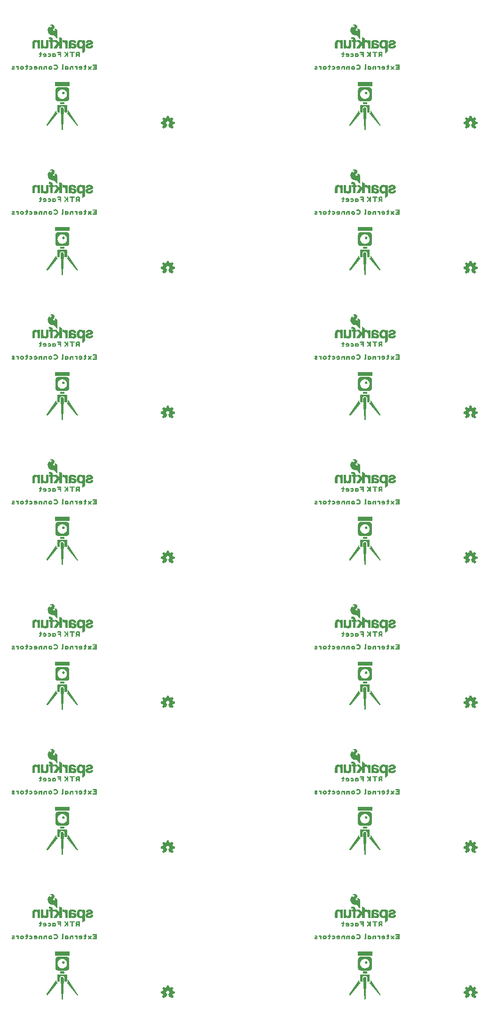
<source format=gbo>
G04 EAGLE Gerber RS-274X export*
G75*
%MOMM*%
%FSLAX34Y34*%
%LPD*%
%INSilkscreen Bottom*%
%IPPOS*%
%AMOC8*
5,1,8,0,0,1.08239X$1,22.5*%
G01*

G36*
X277204Y840485D02*
X277204Y840485D01*
X277206Y840482D01*
X278003Y840582D01*
X278400Y840582D01*
X278410Y840589D01*
X278417Y840585D01*
X279217Y840885D01*
X279516Y840984D01*
X279520Y840990D01*
X279524Y840988D01*
X280224Y841388D01*
X280226Y841392D01*
X280229Y841391D01*
X280929Y841891D01*
X280932Y841903D01*
X280941Y841904D01*
X281139Y842201D01*
X281638Y842799D01*
X281638Y842806D01*
X281643Y842807D01*
X282043Y843507D01*
X282042Y843509D01*
X282044Y843509D01*
X282244Y843909D01*
X282243Y843913D01*
X282247Y843916D01*
X282245Y843918D01*
X282248Y843919D01*
X282548Y845119D01*
X282544Y845127D01*
X282549Y845131D01*
X282549Y861031D01*
X282544Y861038D01*
X282548Y861043D01*
X282248Y862243D01*
X282242Y862248D01*
X282244Y862253D01*
X282044Y862653D01*
X282042Y862654D01*
X282043Y862655D01*
X281643Y863355D01*
X281637Y863358D01*
X281638Y863363D01*
X281138Y863963D01*
X281134Y863963D01*
X281135Y863966D01*
X280835Y864266D01*
X280831Y864266D01*
X280832Y864269D01*
X280232Y864769D01*
X280221Y864769D01*
X280219Y864776D01*
X279521Y865076D01*
X279122Y865275D01*
X279115Y865274D01*
X279114Y865278D01*
X278414Y865478D01*
X278412Y865478D01*
X278412Y865479D01*
X278012Y865579D01*
X278008Y865577D01*
X278006Y865580D01*
X277206Y865680D01*
X277202Y865678D01*
X277200Y865680D01*
X262800Y865680D01*
X262796Y865677D01*
X262794Y865680D01*
X261994Y865580D01*
X261991Y865577D01*
X261988Y865579D01*
X260788Y865279D01*
X260783Y865273D01*
X260778Y865275D01*
X260378Y865075D01*
X260376Y865071D01*
X260373Y865072D01*
X259773Y864672D01*
X259772Y864671D01*
X259771Y864671D01*
X259071Y864171D01*
X259068Y864159D01*
X259059Y864158D01*
X258861Y863861D01*
X258362Y863263D01*
X258362Y863256D01*
X258357Y863255D01*
X257957Y862555D01*
X257958Y862553D01*
X257956Y862553D01*
X257756Y862153D01*
X257757Y862146D01*
X257753Y862145D01*
X257716Y862017D01*
X257702Y861968D01*
X257660Y861820D01*
X257618Y861673D01*
X257604Y861623D01*
X257562Y861476D01*
X257553Y861445D01*
X257555Y861438D01*
X257551Y861435D01*
X257451Y860235D01*
X257453Y860232D01*
X257451Y860231D01*
X257451Y845031D01*
X257456Y845024D01*
X257452Y845019D01*
X257752Y843819D01*
X257762Y843811D01*
X257759Y843804D01*
X257958Y843505D01*
X258357Y842807D01*
X258363Y842804D01*
X258362Y842799D01*
X258862Y842199D01*
X258866Y842199D01*
X258865Y842196D01*
X259165Y841896D01*
X259169Y841896D01*
X259168Y841893D01*
X259768Y841393D01*
X259775Y841393D01*
X259776Y841388D01*
X260476Y840988D01*
X260485Y840990D01*
X260488Y840983D01*
X260884Y840884D01*
X261581Y840586D01*
X261592Y840589D01*
X261596Y840582D01*
X262796Y840482D01*
X262837Y840508D01*
X262844Y840509D01*
X262858Y840537D01*
X262859Y840536D01*
X262868Y840494D01*
X262888Y840498D01*
X262900Y840482D01*
X277200Y840482D01*
X277204Y840485D01*
G37*
G36*
X822288Y840485D02*
X822288Y840485D01*
X822290Y840482D01*
X823087Y840582D01*
X823484Y840582D01*
X823494Y840589D01*
X823501Y840585D01*
X824301Y840885D01*
X824600Y840984D01*
X824604Y840990D01*
X824608Y840988D01*
X825308Y841388D01*
X825310Y841392D01*
X825313Y841391D01*
X826013Y841891D01*
X826016Y841903D01*
X826025Y841904D01*
X826223Y842201D01*
X826722Y842799D01*
X826722Y842806D01*
X826727Y842807D01*
X827127Y843507D01*
X827126Y843509D01*
X827128Y843509D01*
X827328Y843909D01*
X827327Y843913D01*
X827331Y843916D01*
X827329Y843918D01*
X827332Y843919D01*
X827632Y845119D01*
X827628Y845127D01*
X827633Y845131D01*
X827633Y861031D01*
X827628Y861038D01*
X827632Y861043D01*
X827332Y862243D01*
X827326Y862248D01*
X827328Y862253D01*
X827128Y862653D01*
X827126Y862654D01*
X827127Y862655D01*
X826727Y863355D01*
X826721Y863358D01*
X826722Y863363D01*
X826222Y863963D01*
X826218Y863963D01*
X826219Y863966D01*
X825919Y864266D01*
X825915Y864266D01*
X825916Y864269D01*
X825316Y864769D01*
X825305Y864769D01*
X825303Y864776D01*
X824605Y865076D01*
X824206Y865275D01*
X824199Y865274D01*
X824198Y865278D01*
X823498Y865478D01*
X823496Y865478D01*
X823496Y865479D01*
X823096Y865579D01*
X823092Y865577D01*
X823090Y865580D01*
X822290Y865680D01*
X822286Y865678D01*
X822284Y865680D01*
X807884Y865680D01*
X807880Y865677D01*
X807878Y865680D01*
X807078Y865580D01*
X807075Y865577D01*
X807072Y865579D01*
X805872Y865279D01*
X805867Y865273D01*
X805862Y865275D01*
X805462Y865075D01*
X805460Y865071D01*
X805457Y865072D01*
X804857Y864672D01*
X804856Y864671D01*
X804855Y864671D01*
X804155Y864171D01*
X804152Y864159D01*
X804143Y864158D01*
X803945Y863861D01*
X803446Y863263D01*
X803446Y863256D01*
X803441Y863255D01*
X803041Y862555D01*
X803042Y862553D01*
X803040Y862553D01*
X802840Y862153D01*
X802841Y862146D01*
X802837Y862145D01*
X802800Y862017D01*
X802786Y861968D01*
X802744Y861820D01*
X802702Y861673D01*
X802688Y861623D01*
X802646Y861476D01*
X802637Y861445D01*
X802639Y861438D01*
X802635Y861435D01*
X802535Y860235D01*
X802537Y860232D01*
X802535Y860231D01*
X802535Y845031D01*
X802540Y845024D01*
X802536Y845019D01*
X802836Y843819D01*
X802846Y843811D01*
X802843Y843804D01*
X803042Y843505D01*
X803441Y842807D01*
X803447Y842804D01*
X803446Y842799D01*
X803946Y842199D01*
X803950Y842199D01*
X803949Y842196D01*
X804249Y841896D01*
X804253Y841896D01*
X804252Y841893D01*
X804852Y841393D01*
X804859Y841393D01*
X804860Y841388D01*
X805560Y840988D01*
X805569Y840990D01*
X805572Y840983D01*
X805968Y840884D01*
X806665Y840586D01*
X806676Y840589D01*
X806680Y840582D01*
X807880Y840482D01*
X807921Y840508D01*
X807928Y840509D01*
X807942Y840537D01*
X807943Y840536D01*
X807952Y840494D01*
X807972Y840498D01*
X807984Y840482D01*
X822284Y840482D01*
X822288Y840485D01*
G37*
G36*
X277204Y1621941D02*
X277204Y1621941D01*
X277206Y1621939D01*
X278003Y1622038D01*
X278400Y1622038D01*
X278410Y1622046D01*
X278417Y1622041D01*
X279217Y1622341D01*
X279516Y1622441D01*
X279520Y1622447D01*
X279524Y1622445D01*
X280224Y1622845D01*
X280226Y1622848D01*
X280229Y1622847D01*
X280929Y1623347D01*
X280932Y1623360D01*
X280941Y1623360D01*
X281139Y1623658D01*
X281638Y1624256D01*
X281638Y1624262D01*
X281643Y1624263D01*
X282043Y1624963D01*
X282042Y1624965D01*
X282044Y1624965D01*
X282244Y1625365D01*
X282243Y1625370D01*
X282247Y1625372D01*
X282245Y1625374D01*
X282248Y1625375D01*
X282548Y1626575D01*
X282544Y1626584D01*
X282549Y1626587D01*
X282549Y1642487D01*
X282544Y1642495D01*
X282548Y1642499D01*
X282248Y1643699D01*
X282242Y1643704D01*
X282244Y1643709D01*
X282044Y1644109D01*
X282042Y1644110D01*
X282043Y1644112D01*
X281643Y1644812D01*
X281637Y1644814D01*
X281638Y1644819D01*
X281138Y1645419D01*
X281134Y1645420D01*
X281135Y1645422D01*
X280835Y1645722D01*
X280831Y1645723D01*
X280832Y1645725D01*
X280232Y1646225D01*
X280221Y1646226D01*
X280219Y1646233D01*
X279521Y1646532D01*
X279122Y1646731D01*
X279115Y1646730D01*
X279114Y1646735D01*
X278414Y1646935D01*
X278412Y1646934D01*
X278412Y1646935D01*
X278012Y1647035D01*
X278008Y1647033D01*
X278006Y1647036D01*
X277206Y1647136D01*
X277202Y1647134D01*
X277200Y1647137D01*
X262800Y1647137D01*
X262796Y1647134D01*
X262794Y1647136D01*
X261994Y1647036D01*
X261991Y1647033D01*
X261988Y1647035D01*
X260788Y1646735D01*
X260783Y1646729D01*
X260778Y1646731D01*
X260378Y1646531D01*
X260376Y1646527D01*
X260373Y1646528D01*
X259773Y1646128D01*
X259772Y1646127D01*
X259771Y1646127D01*
X259071Y1645627D01*
X259068Y1645615D01*
X259059Y1645615D01*
X258861Y1645317D01*
X258362Y1644719D01*
X258362Y1644712D01*
X258357Y1644712D01*
X257957Y1644012D01*
X257958Y1644010D01*
X257956Y1644009D01*
X257756Y1643609D01*
X257757Y1643603D01*
X257753Y1643601D01*
X257716Y1643474D01*
X257702Y1643425D01*
X257702Y1643424D01*
X257660Y1643277D01*
X257618Y1643129D01*
X257604Y1643080D01*
X257562Y1642932D01*
X257553Y1642901D01*
X257555Y1642894D01*
X257551Y1642892D01*
X257451Y1641692D01*
X257453Y1641689D01*
X257451Y1641687D01*
X257451Y1626487D01*
X257456Y1626480D01*
X257452Y1626475D01*
X257752Y1625275D01*
X257762Y1625268D01*
X257759Y1625260D01*
X257958Y1624962D01*
X258357Y1624263D01*
X258363Y1624260D01*
X258362Y1624256D01*
X258862Y1623656D01*
X258866Y1623655D01*
X258865Y1623653D01*
X259165Y1623353D01*
X259169Y1623352D01*
X259168Y1623350D01*
X259768Y1622850D01*
X259775Y1622849D01*
X259776Y1622845D01*
X260476Y1622445D01*
X260485Y1622446D01*
X260488Y1622440D01*
X260884Y1622341D01*
X261581Y1622042D01*
X261592Y1622045D01*
X261596Y1622038D01*
X262796Y1621938D01*
X262837Y1621964D01*
X262844Y1621966D01*
X262858Y1621994D01*
X262859Y1621993D01*
X262868Y1621950D01*
X262888Y1621954D01*
X262900Y1621938D01*
X277200Y1621938D01*
X277204Y1621941D01*
G37*
G36*
X822288Y1621941D02*
X822288Y1621941D01*
X822290Y1621939D01*
X823087Y1622038D01*
X823484Y1622038D01*
X823494Y1622046D01*
X823501Y1622041D01*
X824301Y1622341D01*
X824600Y1622441D01*
X824604Y1622447D01*
X824608Y1622445D01*
X825308Y1622845D01*
X825310Y1622848D01*
X825313Y1622847D01*
X826013Y1623347D01*
X826016Y1623360D01*
X826025Y1623360D01*
X826223Y1623658D01*
X826722Y1624256D01*
X826722Y1624262D01*
X826727Y1624263D01*
X827127Y1624963D01*
X827126Y1624965D01*
X827128Y1624965D01*
X827328Y1625365D01*
X827327Y1625370D01*
X827331Y1625372D01*
X827329Y1625374D01*
X827332Y1625375D01*
X827632Y1626575D01*
X827628Y1626584D01*
X827633Y1626587D01*
X827633Y1642487D01*
X827628Y1642495D01*
X827632Y1642499D01*
X827332Y1643699D01*
X827326Y1643704D01*
X827328Y1643709D01*
X827128Y1644109D01*
X827126Y1644110D01*
X827127Y1644112D01*
X826727Y1644812D01*
X826721Y1644814D01*
X826722Y1644819D01*
X826222Y1645419D01*
X826218Y1645420D01*
X826219Y1645422D01*
X825919Y1645722D01*
X825915Y1645723D01*
X825916Y1645725D01*
X825316Y1646225D01*
X825305Y1646226D01*
X825303Y1646233D01*
X824605Y1646532D01*
X824206Y1646731D01*
X824199Y1646730D01*
X824198Y1646735D01*
X823498Y1646935D01*
X823496Y1646934D01*
X823496Y1646935D01*
X823096Y1647035D01*
X823092Y1647033D01*
X823090Y1647036D01*
X822290Y1647136D01*
X822286Y1647134D01*
X822284Y1647137D01*
X807884Y1647137D01*
X807880Y1647134D01*
X807878Y1647136D01*
X807078Y1647036D01*
X807075Y1647033D01*
X807072Y1647035D01*
X805872Y1646735D01*
X805867Y1646729D01*
X805862Y1646731D01*
X805462Y1646531D01*
X805460Y1646527D01*
X805457Y1646528D01*
X804857Y1646128D01*
X804856Y1646127D01*
X804855Y1646127D01*
X804155Y1645627D01*
X804152Y1645615D01*
X804143Y1645615D01*
X803945Y1645317D01*
X803446Y1644719D01*
X803446Y1644712D01*
X803441Y1644712D01*
X803041Y1644012D01*
X803042Y1644010D01*
X803040Y1644009D01*
X802840Y1643609D01*
X802841Y1643603D01*
X802837Y1643601D01*
X802800Y1643474D01*
X802786Y1643425D01*
X802786Y1643424D01*
X802744Y1643277D01*
X802702Y1643129D01*
X802688Y1643080D01*
X802646Y1642932D01*
X802637Y1642901D01*
X802639Y1642894D01*
X802635Y1642892D01*
X802535Y1641692D01*
X802537Y1641689D01*
X802535Y1641687D01*
X802535Y1626487D01*
X802540Y1626480D01*
X802536Y1626475D01*
X802836Y1625275D01*
X802846Y1625268D01*
X802843Y1625260D01*
X803042Y1624962D01*
X803441Y1624263D01*
X803447Y1624260D01*
X803446Y1624256D01*
X803946Y1623656D01*
X803950Y1623655D01*
X803949Y1623653D01*
X804249Y1623353D01*
X804253Y1623352D01*
X804252Y1623350D01*
X804852Y1622850D01*
X804859Y1622849D01*
X804860Y1622845D01*
X805560Y1622445D01*
X805569Y1622446D01*
X805572Y1622440D01*
X805968Y1622341D01*
X806665Y1622042D01*
X806676Y1622045D01*
X806680Y1622038D01*
X807880Y1621938D01*
X807921Y1621964D01*
X807928Y1621966D01*
X807942Y1621994D01*
X807943Y1621993D01*
X807952Y1621950D01*
X807972Y1621954D01*
X807984Y1621938D01*
X822284Y1621938D01*
X822288Y1621941D01*
G37*
G36*
X277204Y580008D02*
X277204Y580008D01*
X277206Y580005D01*
X278003Y580105D01*
X278400Y580105D01*
X278410Y580112D01*
X278417Y580108D01*
X279217Y580408D01*
X279516Y580507D01*
X279520Y580513D01*
X279524Y580511D01*
X280224Y580911D01*
X280226Y580915D01*
X280229Y580914D01*
X280929Y581414D01*
X280932Y581426D01*
X280941Y581427D01*
X281139Y581724D01*
X281638Y582322D01*
X281638Y582329D01*
X281643Y582330D01*
X282043Y583030D01*
X282042Y583032D01*
X282044Y583032D01*
X282244Y583432D01*
X282243Y583436D01*
X282247Y583439D01*
X282245Y583441D01*
X282248Y583442D01*
X282548Y584642D01*
X282544Y584650D01*
X282549Y584654D01*
X282549Y600554D01*
X282544Y600561D01*
X282548Y600566D01*
X282248Y601766D01*
X282242Y601771D01*
X282244Y601776D01*
X282044Y602176D01*
X282042Y602177D01*
X282043Y602178D01*
X281643Y602878D01*
X281637Y602881D01*
X281638Y602886D01*
X281138Y603486D01*
X281134Y603486D01*
X281135Y603489D01*
X280835Y603789D01*
X280831Y603789D01*
X280832Y603792D01*
X280232Y604292D01*
X280221Y604292D01*
X280219Y604299D01*
X279521Y604599D01*
X279122Y604798D01*
X279115Y604797D01*
X279114Y604801D01*
X278414Y605001D01*
X278412Y605001D01*
X278412Y605002D01*
X278012Y605102D01*
X278008Y605100D01*
X278006Y605103D01*
X277206Y605203D01*
X277202Y605201D01*
X277200Y605203D01*
X262800Y605203D01*
X262796Y605200D01*
X262794Y605203D01*
X261994Y605103D01*
X261991Y605100D01*
X261988Y605102D01*
X260788Y604802D01*
X260783Y604796D01*
X260778Y604798D01*
X260378Y604598D01*
X260376Y604594D01*
X260373Y604595D01*
X259773Y604195D01*
X259772Y604194D01*
X259771Y604194D01*
X259071Y603694D01*
X259068Y603682D01*
X259059Y603681D01*
X258861Y603384D01*
X258362Y602786D01*
X258362Y602779D01*
X258357Y602778D01*
X257957Y602078D01*
X257958Y602076D01*
X257956Y602076D01*
X257756Y601676D01*
X257757Y601669D01*
X257753Y601668D01*
X257716Y601540D01*
X257702Y601491D01*
X257660Y601343D01*
X257618Y601196D01*
X257604Y601146D01*
X257562Y600999D01*
X257553Y600968D01*
X257555Y600961D01*
X257551Y600958D01*
X257451Y599758D01*
X257453Y599755D01*
X257451Y599754D01*
X257451Y584554D01*
X257456Y584547D01*
X257452Y584542D01*
X257752Y583342D01*
X257762Y583334D01*
X257759Y583327D01*
X257958Y583028D01*
X258357Y582330D01*
X258363Y582327D01*
X258362Y582322D01*
X258862Y581722D01*
X258866Y581722D01*
X258865Y581719D01*
X259165Y581419D01*
X259169Y581419D01*
X259168Y581416D01*
X259768Y580916D01*
X259775Y580916D01*
X259776Y580911D01*
X260476Y580511D01*
X260485Y580513D01*
X260488Y580506D01*
X260884Y580407D01*
X261581Y580109D01*
X261592Y580112D01*
X261596Y580105D01*
X262796Y580005D01*
X262837Y580031D01*
X262844Y580032D01*
X262858Y580060D01*
X262859Y580059D01*
X262868Y580017D01*
X262888Y580021D01*
X262900Y580005D01*
X277200Y580005D01*
X277204Y580008D01*
G37*
G36*
X822288Y580008D02*
X822288Y580008D01*
X822290Y580005D01*
X823087Y580105D01*
X823484Y580105D01*
X823494Y580112D01*
X823501Y580108D01*
X824301Y580408D01*
X824600Y580507D01*
X824604Y580513D01*
X824608Y580511D01*
X825308Y580911D01*
X825310Y580915D01*
X825313Y580914D01*
X826013Y581414D01*
X826016Y581426D01*
X826025Y581427D01*
X826223Y581724D01*
X826722Y582322D01*
X826722Y582329D01*
X826727Y582330D01*
X827127Y583030D01*
X827126Y583032D01*
X827128Y583032D01*
X827328Y583432D01*
X827327Y583436D01*
X827331Y583439D01*
X827329Y583441D01*
X827332Y583442D01*
X827632Y584642D01*
X827628Y584650D01*
X827633Y584654D01*
X827633Y600554D01*
X827628Y600561D01*
X827632Y600566D01*
X827332Y601766D01*
X827326Y601771D01*
X827328Y601776D01*
X827128Y602176D01*
X827126Y602177D01*
X827127Y602178D01*
X826727Y602878D01*
X826721Y602881D01*
X826722Y602886D01*
X826222Y603486D01*
X826218Y603486D01*
X826219Y603489D01*
X825919Y603789D01*
X825915Y603789D01*
X825916Y603792D01*
X825316Y604292D01*
X825305Y604292D01*
X825303Y604299D01*
X824605Y604599D01*
X824206Y604798D01*
X824199Y604797D01*
X824198Y604801D01*
X823498Y605001D01*
X823496Y605001D01*
X823496Y605002D01*
X823096Y605102D01*
X823092Y605100D01*
X823090Y605103D01*
X822290Y605203D01*
X822286Y605201D01*
X822284Y605203D01*
X807884Y605203D01*
X807880Y605200D01*
X807878Y605203D01*
X807078Y605103D01*
X807075Y605100D01*
X807072Y605102D01*
X805872Y604802D01*
X805867Y604796D01*
X805862Y604798D01*
X805462Y604598D01*
X805460Y604594D01*
X805457Y604595D01*
X804857Y604195D01*
X804856Y604194D01*
X804855Y604194D01*
X804155Y603694D01*
X804152Y603682D01*
X804143Y603681D01*
X803945Y603384D01*
X803446Y602786D01*
X803446Y602779D01*
X803441Y602778D01*
X803041Y602078D01*
X803042Y602076D01*
X803040Y602076D01*
X802840Y601676D01*
X802841Y601669D01*
X802837Y601668D01*
X802800Y601540D01*
X802786Y601491D01*
X802744Y601343D01*
X802702Y601196D01*
X802688Y601146D01*
X802646Y600999D01*
X802637Y600968D01*
X802639Y600961D01*
X802635Y600958D01*
X802535Y599758D01*
X802537Y599755D01*
X802535Y599754D01*
X802535Y584554D01*
X802540Y584547D01*
X802536Y584542D01*
X802836Y583342D01*
X802846Y583334D01*
X802843Y583327D01*
X803042Y583028D01*
X803441Y582330D01*
X803447Y582327D01*
X803446Y582322D01*
X803946Y581722D01*
X803950Y581722D01*
X803949Y581719D01*
X804249Y581419D01*
X804253Y581419D01*
X804252Y581416D01*
X804852Y580916D01*
X804859Y580916D01*
X804860Y580911D01*
X805560Y580511D01*
X805569Y580513D01*
X805572Y580506D01*
X805968Y580407D01*
X806665Y580109D01*
X806676Y580112D01*
X806680Y580105D01*
X807880Y580005D01*
X807921Y580031D01*
X807928Y580032D01*
X807942Y580060D01*
X807943Y580059D01*
X807952Y580017D01*
X807972Y580021D01*
X807984Y580005D01*
X822284Y580005D01*
X822288Y580008D01*
G37*
G36*
X822288Y59054D02*
X822288Y59054D01*
X822290Y59051D01*
X823087Y59151D01*
X823484Y59151D01*
X823494Y59158D01*
X823501Y59154D01*
X824301Y59454D01*
X824600Y59553D01*
X824604Y59559D01*
X824608Y59557D01*
X825308Y59957D01*
X825310Y59961D01*
X825313Y59960D01*
X826013Y60460D01*
X826016Y60472D01*
X826025Y60473D01*
X826223Y60770D01*
X826722Y61368D01*
X826722Y61375D01*
X826727Y61376D01*
X827127Y62076D01*
X827126Y62078D01*
X827128Y62078D01*
X827328Y62478D01*
X827327Y62482D01*
X827331Y62485D01*
X827329Y62487D01*
X827332Y62488D01*
X827632Y63688D01*
X827628Y63696D01*
X827633Y63700D01*
X827633Y79600D01*
X827628Y79607D01*
X827632Y79612D01*
X827332Y80812D01*
X827326Y80817D01*
X827328Y80822D01*
X827128Y81222D01*
X827126Y81223D01*
X827127Y81224D01*
X826727Y81924D01*
X826721Y81927D01*
X826722Y81932D01*
X826222Y82532D01*
X826218Y82532D01*
X826219Y82535D01*
X825919Y82835D01*
X825915Y82835D01*
X825916Y82838D01*
X825316Y83338D01*
X825305Y83338D01*
X825303Y83345D01*
X824605Y83645D01*
X824206Y83844D01*
X824199Y83843D01*
X824198Y83847D01*
X823498Y84047D01*
X823496Y84047D01*
X823496Y84048D01*
X823096Y84148D01*
X823092Y84146D01*
X823090Y84149D01*
X822290Y84249D01*
X822286Y84247D01*
X822284Y84249D01*
X807884Y84249D01*
X807880Y84246D01*
X807878Y84249D01*
X807078Y84149D01*
X807075Y84146D01*
X807072Y84148D01*
X805872Y83848D01*
X805867Y83842D01*
X805862Y83844D01*
X805462Y83644D01*
X805460Y83640D01*
X805457Y83641D01*
X804857Y83241D01*
X804856Y83240D01*
X804855Y83240D01*
X804155Y82740D01*
X804152Y82728D01*
X804143Y82727D01*
X803945Y82430D01*
X803446Y81832D01*
X803446Y81825D01*
X803441Y81824D01*
X803041Y81124D01*
X803042Y81122D01*
X803040Y81122D01*
X802840Y80722D01*
X802841Y80715D01*
X802837Y80714D01*
X802800Y80586D01*
X802786Y80537D01*
X802744Y80389D01*
X802702Y80242D01*
X802688Y80192D01*
X802646Y80045D01*
X802637Y80014D01*
X802639Y80007D01*
X802635Y80004D01*
X802535Y78804D01*
X802537Y78801D01*
X802535Y78800D01*
X802535Y63600D01*
X802540Y63593D01*
X802536Y63588D01*
X802836Y62388D01*
X802846Y62380D01*
X802843Y62373D01*
X803042Y62074D01*
X803441Y61376D01*
X803447Y61373D01*
X803446Y61368D01*
X803946Y60768D01*
X803950Y60768D01*
X803949Y60765D01*
X804249Y60465D01*
X804253Y60465D01*
X804252Y60462D01*
X804852Y59962D01*
X804859Y59962D01*
X804860Y59957D01*
X805560Y59557D01*
X805569Y59559D01*
X805572Y59552D01*
X805968Y59453D01*
X806665Y59155D01*
X806676Y59158D01*
X806680Y59151D01*
X807880Y59051D01*
X807921Y59077D01*
X807928Y59078D01*
X807942Y59106D01*
X807943Y59105D01*
X807952Y59063D01*
X807972Y59067D01*
X807984Y59051D01*
X822284Y59051D01*
X822288Y59054D01*
G37*
G36*
X277204Y1361464D02*
X277204Y1361464D01*
X277206Y1361462D01*
X278003Y1361561D01*
X278400Y1361561D01*
X278410Y1361569D01*
X278417Y1361564D01*
X279217Y1361864D01*
X279516Y1361964D01*
X279520Y1361970D01*
X279524Y1361968D01*
X280224Y1362368D01*
X280226Y1362371D01*
X280229Y1362370D01*
X280929Y1362870D01*
X280932Y1362883D01*
X280941Y1362883D01*
X281139Y1363181D01*
X281638Y1363779D01*
X281638Y1363785D01*
X281643Y1363786D01*
X282043Y1364486D01*
X282042Y1364488D01*
X282044Y1364488D01*
X282244Y1364888D01*
X282243Y1364893D01*
X282247Y1364895D01*
X282245Y1364897D01*
X282248Y1364898D01*
X282548Y1366098D01*
X282544Y1366107D01*
X282549Y1366110D01*
X282549Y1382010D01*
X282544Y1382018D01*
X282548Y1382022D01*
X282248Y1383222D01*
X282242Y1383227D01*
X282244Y1383232D01*
X282044Y1383632D01*
X282042Y1383633D01*
X282043Y1383635D01*
X281643Y1384335D01*
X281637Y1384337D01*
X281638Y1384342D01*
X281138Y1384942D01*
X281134Y1384943D01*
X281135Y1384945D01*
X280835Y1385245D01*
X280831Y1385246D01*
X280832Y1385248D01*
X280232Y1385748D01*
X280221Y1385749D01*
X280219Y1385756D01*
X279521Y1386055D01*
X279122Y1386254D01*
X279115Y1386253D01*
X279114Y1386258D01*
X278414Y1386458D01*
X278412Y1386457D01*
X278412Y1386458D01*
X278012Y1386558D01*
X278008Y1386556D01*
X278006Y1386559D01*
X277206Y1386659D01*
X277202Y1386657D01*
X277200Y1386660D01*
X262800Y1386660D01*
X262796Y1386657D01*
X262794Y1386659D01*
X261994Y1386559D01*
X261991Y1386556D01*
X261988Y1386558D01*
X260788Y1386258D01*
X260783Y1386252D01*
X260778Y1386254D01*
X260378Y1386054D01*
X260376Y1386050D01*
X260373Y1386051D01*
X259773Y1385651D01*
X259772Y1385650D01*
X259771Y1385650D01*
X259071Y1385150D01*
X259068Y1385138D01*
X259059Y1385138D01*
X258861Y1384840D01*
X258362Y1384242D01*
X258362Y1384235D01*
X258357Y1384235D01*
X257957Y1383535D01*
X257958Y1383533D01*
X257956Y1383532D01*
X257756Y1383132D01*
X257757Y1383126D01*
X257753Y1383124D01*
X257716Y1382997D01*
X257702Y1382948D01*
X257702Y1382947D01*
X257660Y1382800D01*
X257618Y1382652D01*
X257604Y1382603D01*
X257562Y1382455D01*
X257553Y1382424D01*
X257555Y1382417D01*
X257551Y1382415D01*
X257451Y1381215D01*
X257453Y1381212D01*
X257451Y1381210D01*
X257451Y1366010D01*
X257456Y1366003D01*
X257452Y1365998D01*
X257752Y1364798D01*
X257762Y1364791D01*
X257759Y1364783D01*
X257958Y1364485D01*
X258357Y1363786D01*
X258363Y1363783D01*
X258362Y1363779D01*
X258862Y1363179D01*
X258866Y1363178D01*
X258865Y1363176D01*
X259165Y1362876D01*
X259169Y1362875D01*
X259168Y1362873D01*
X259768Y1362373D01*
X259775Y1362372D01*
X259776Y1362368D01*
X260476Y1361968D01*
X260485Y1361969D01*
X260488Y1361963D01*
X260884Y1361864D01*
X261581Y1361565D01*
X261592Y1361568D01*
X261596Y1361561D01*
X262796Y1361461D01*
X262837Y1361487D01*
X262844Y1361489D01*
X262858Y1361517D01*
X262859Y1361516D01*
X262868Y1361473D01*
X262888Y1361477D01*
X262900Y1361461D01*
X277200Y1361461D01*
X277204Y1361464D01*
G37*
G36*
X822288Y1361464D02*
X822288Y1361464D01*
X822290Y1361462D01*
X823087Y1361561D01*
X823484Y1361561D01*
X823494Y1361569D01*
X823501Y1361564D01*
X824301Y1361864D01*
X824600Y1361964D01*
X824604Y1361970D01*
X824608Y1361968D01*
X825308Y1362368D01*
X825310Y1362371D01*
X825313Y1362370D01*
X826013Y1362870D01*
X826016Y1362883D01*
X826025Y1362883D01*
X826223Y1363181D01*
X826722Y1363779D01*
X826722Y1363785D01*
X826727Y1363786D01*
X827127Y1364486D01*
X827126Y1364488D01*
X827128Y1364488D01*
X827328Y1364888D01*
X827327Y1364893D01*
X827331Y1364895D01*
X827329Y1364897D01*
X827332Y1364898D01*
X827632Y1366098D01*
X827628Y1366107D01*
X827633Y1366110D01*
X827633Y1382010D01*
X827628Y1382018D01*
X827632Y1382022D01*
X827332Y1383222D01*
X827326Y1383227D01*
X827328Y1383232D01*
X827128Y1383632D01*
X827126Y1383633D01*
X827127Y1383635D01*
X826727Y1384335D01*
X826721Y1384337D01*
X826722Y1384342D01*
X826222Y1384942D01*
X826218Y1384943D01*
X826219Y1384945D01*
X825919Y1385245D01*
X825915Y1385246D01*
X825916Y1385248D01*
X825316Y1385748D01*
X825305Y1385749D01*
X825303Y1385756D01*
X824605Y1386055D01*
X824206Y1386254D01*
X824199Y1386253D01*
X824198Y1386258D01*
X823498Y1386458D01*
X823496Y1386457D01*
X823496Y1386458D01*
X823096Y1386558D01*
X823092Y1386556D01*
X823090Y1386559D01*
X822290Y1386659D01*
X822286Y1386657D01*
X822284Y1386660D01*
X807884Y1386660D01*
X807880Y1386657D01*
X807878Y1386659D01*
X807078Y1386559D01*
X807075Y1386556D01*
X807072Y1386558D01*
X805872Y1386258D01*
X805867Y1386252D01*
X805862Y1386254D01*
X805462Y1386054D01*
X805460Y1386050D01*
X805457Y1386051D01*
X804857Y1385651D01*
X804856Y1385650D01*
X804855Y1385650D01*
X804155Y1385150D01*
X804152Y1385138D01*
X804143Y1385138D01*
X803945Y1384840D01*
X803446Y1384242D01*
X803446Y1384235D01*
X803441Y1384235D01*
X803041Y1383535D01*
X803042Y1383533D01*
X803040Y1383532D01*
X802840Y1383132D01*
X802841Y1383126D01*
X802837Y1383124D01*
X802800Y1382997D01*
X802786Y1382948D01*
X802786Y1382947D01*
X802744Y1382800D01*
X802702Y1382652D01*
X802688Y1382603D01*
X802646Y1382455D01*
X802637Y1382424D01*
X802639Y1382417D01*
X802635Y1382415D01*
X802535Y1381215D01*
X802537Y1381212D01*
X802535Y1381210D01*
X802535Y1366010D01*
X802540Y1366003D01*
X802536Y1365998D01*
X802836Y1364798D01*
X802846Y1364791D01*
X802843Y1364783D01*
X803042Y1364485D01*
X803441Y1363786D01*
X803447Y1363783D01*
X803446Y1363779D01*
X803946Y1363179D01*
X803950Y1363178D01*
X803949Y1363176D01*
X804249Y1362876D01*
X804253Y1362875D01*
X804252Y1362873D01*
X804852Y1362373D01*
X804859Y1362372D01*
X804860Y1362368D01*
X805560Y1361968D01*
X805569Y1361969D01*
X805572Y1361963D01*
X805968Y1361864D01*
X806665Y1361565D01*
X806676Y1361568D01*
X806680Y1361561D01*
X807880Y1361461D01*
X807921Y1361487D01*
X807928Y1361489D01*
X807942Y1361517D01*
X807943Y1361516D01*
X807952Y1361473D01*
X807972Y1361477D01*
X807984Y1361461D01*
X822284Y1361461D01*
X822288Y1361464D01*
G37*
G36*
X277204Y1100962D02*
X277204Y1100962D01*
X277206Y1100959D01*
X278003Y1101059D01*
X278400Y1101059D01*
X278410Y1101066D01*
X278417Y1101062D01*
X279217Y1101362D01*
X279516Y1101461D01*
X279520Y1101467D01*
X279524Y1101465D01*
X280224Y1101865D01*
X280226Y1101869D01*
X280229Y1101868D01*
X280929Y1102368D01*
X280932Y1102380D01*
X280941Y1102381D01*
X281139Y1102678D01*
X281638Y1103276D01*
X281638Y1103283D01*
X281643Y1103284D01*
X282043Y1103984D01*
X282042Y1103986D01*
X282044Y1103986D01*
X282244Y1104386D01*
X282243Y1104390D01*
X282247Y1104393D01*
X282245Y1104395D01*
X282248Y1104396D01*
X282548Y1105596D01*
X282544Y1105604D01*
X282549Y1105608D01*
X282549Y1121508D01*
X282544Y1121515D01*
X282548Y1121520D01*
X282248Y1122720D01*
X282242Y1122725D01*
X282244Y1122730D01*
X282044Y1123130D01*
X282042Y1123131D01*
X282043Y1123132D01*
X281643Y1123832D01*
X281637Y1123835D01*
X281638Y1123840D01*
X281138Y1124440D01*
X281134Y1124440D01*
X281135Y1124443D01*
X280835Y1124743D01*
X280831Y1124743D01*
X280832Y1124746D01*
X280232Y1125246D01*
X280221Y1125246D01*
X280219Y1125253D01*
X279521Y1125553D01*
X279122Y1125752D01*
X279115Y1125751D01*
X279114Y1125755D01*
X278414Y1125955D01*
X278412Y1125955D01*
X278412Y1125956D01*
X278012Y1126056D01*
X278008Y1126054D01*
X278006Y1126057D01*
X277206Y1126157D01*
X277202Y1126155D01*
X277200Y1126157D01*
X262800Y1126157D01*
X262796Y1126154D01*
X262794Y1126157D01*
X261994Y1126057D01*
X261991Y1126054D01*
X261988Y1126056D01*
X260788Y1125756D01*
X260783Y1125750D01*
X260778Y1125752D01*
X260378Y1125552D01*
X260376Y1125548D01*
X260373Y1125549D01*
X259773Y1125149D01*
X259772Y1125148D01*
X259771Y1125148D01*
X259071Y1124648D01*
X259068Y1124636D01*
X259059Y1124635D01*
X258861Y1124338D01*
X258362Y1123740D01*
X258362Y1123733D01*
X258357Y1123732D01*
X257957Y1123032D01*
X257958Y1123030D01*
X257956Y1123030D01*
X257756Y1122630D01*
X257757Y1122623D01*
X257753Y1122622D01*
X257716Y1122494D01*
X257702Y1122445D01*
X257660Y1122297D01*
X257618Y1122150D01*
X257604Y1122100D01*
X257562Y1121953D01*
X257553Y1121922D01*
X257555Y1121915D01*
X257551Y1121912D01*
X257451Y1120712D01*
X257453Y1120709D01*
X257451Y1120708D01*
X257451Y1105508D01*
X257456Y1105501D01*
X257452Y1105496D01*
X257752Y1104296D01*
X257762Y1104288D01*
X257759Y1104281D01*
X257958Y1103982D01*
X258357Y1103284D01*
X258363Y1103281D01*
X258362Y1103276D01*
X258862Y1102676D01*
X258866Y1102676D01*
X258865Y1102673D01*
X259165Y1102373D01*
X259169Y1102373D01*
X259168Y1102370D01*
X259768Y1101870D01*
X259775Y1101870D01*
X259776Y1101865D01*
X260476Y1101465D01*
X260485Y1101467D01*
X260488Y1101460D01*
X260884Y1101361D01*
X261581Y1101063D01*
X261592Y1101066D01*
X261596Y1101059D01*
X262796Y1100959D01*
X262837Y1100985D01*
X262844Y1100986D01*
X262858Y1101014D01*
X262859Y1101013D01*
X262868Y1100971D01*
X262888Y1100975D01*
X262900Y1100959D01*
X277200Y1100959D01*
X277204Y1100962D01*
G37*
G36*
X822288Y1100962D02*
X822288Y1100962D01*
X822290Y1100959D01*
X823087Y1101059D01*
X823484Y1101059D01*
X823494Y1101066D01*
X823501Y1101062D01*
X824301Y1101362D01*
X824600Y1101461D01*
X824604Y1101467D01*
X824608Y1101465D01*
X825308Y1101865D01*
X825310Y1101869D01*
X825313Y1101868D01*
X826013Y1102368D01*
X826016Y1102380D01*
X826025Y1102381D01*
X826223Y1102678D01*
X826722Y1103276D01*
X826722Y1103283D01*
X826727Y1103284D01*
X827127Y1103984D01*
X827126Y1103986D01*
X827128Y1103986D01*
X827328Y1104386D01*
X827327Y1104390D01*
X827331Y1104393D01*
X827329Y1104395D01*
X827332Y1104396D01*
X827632Y1105596D01*
X827628Y1105604D01*
X827633Y1105608D01*
X827633Y1121508D01*
X827628Y1121515D01*
X827632Y1121520D01*
X827332Y1122720D01*
X827326Y1122725D01*
X827328Y1122730D01*
X827128Y1123130D01*
X827126Y1123131D01*
X827127Y1123132D01*
X826727Y1123832D01*
X826721Y1123835D01*
X826722Y1123840D01*
X826222Y1124440D01*
X826218Y1124440D01*
X826219Y1124443D01*
X825919Y1124743D01*
X825915Y1124743D01*
X825916Y1124746D01*
X825316Y1125246D01*
X825305Y1125246D01*
X825303Y1125253D01*
X824605Y1125553D01*
X824206Y1125752D01*
X824199Y1125751D01*
X824198Y1125755D01*
X823498Y1125955D01*
X823496Y1125955D01*
X823496Y1125956D01*
X823096Y1126056D01*
X823092Y1126054D01*
X823090Y1126057D01*
X822290Y1126157D01*
X822286Y1126155D01*
X822284Y1126157D01*
X807884Y1126157D01*
X807880Y1126154D01*
X807878Y1126157D01*
X807078Y1126057D01*
X807075Y1126054D01*
X807072Y1126056D01*
X805872Y1125756D01*
X805867Y1125750D01*
X805862Y1125752D01*
X805462Y1125552D01*
X805460Y1125548D01*
X805457Y1125549D01*
X804857Y1125149D01*
X804856Y1125148D01*
X804855Y1125148D01*
X804155Y1124648D01*
X804152Y1124636D01*
X804143Y1124635D01*
X803945Y1124338D01*
X803446Y1123740D01*
X803446Y1123733D01*
X803441Y1123732D01*
X803041Y1123032D01*
X803042Y1123030D01*
X803040Y1123030D01*
X802840Y1122630D01*
X802841Y1122623D01*
X802837Y1122622D01*
X802800Y1122494D01*
X802786Y1122445D01*
X802744Y1122297D01*
X802702Y1122150D01*
X802688Y1122100D01*
X802646Y1121953D01*
X802637Y1121922D01*
X802639Y1121915D01*
X802635Y1121912D01*
X802535Y1120712D01*
X802537Y1120709D01*
X802535Y1120708D01*
X802535Y1105508D01*
X802540Y1105501D01*
X802536Y1105496D01*
X802836Y1104296D01*
X802846Y1104288D01*
X802843Y1104281D01*
X803042Y1103982D01*
X803441Y1103284D01*
X803447Y1103281D01*
X803446Y1103276D01*
X803946Y1102676D01*
X803950Y1102676D01*
X803949Y1102673D01*
X804249Y1102373D01*
X804253Y1102373D01*
X804252Y1102370D01*
X804852Y1101870D01*
X804859Y1101870D01*
X804860Y1101865D01*
X805560Y1101465D01*
X805569Y1101467D01*
X805572Y1101460D01*
X805968Y1101361D01*
X806665Y1101063D01*
X806676Y1101066D01*
X806680Y1101059D01*
X807880Y1100959D01*
X807921Y1100985D01*
X807928Y1100986D01*
X807942Y1101014D01*
X807943Y1101013D01*
X807952Y1100971D01*
X807972Y1100975D01*
X807984Y1100959D01*
X822284Y1100959D01*
X822288Y1100962D01*
G37*
G36*
X277204Y59054D02*
X277204Y59054D01*
X277206Y59051D01*
X278003Y59151D01*
X278400Y59151D01*
X278410Y59158D01*
X278417Y59154D01*
X279217Y59454D01*
X279516Y59553D01*
X279520Y59559D01*
X279524Y59557D01*
X280224Y59957D01*
X280226Y59961D01*
X280229Y59960D01*
X280929Y60460D01*
X280932Y60472D01*
X280941Y60473D01*
X281139Y60770D01*
X281638Y61368D01*
X281638Y61375D01*
X281643Y61376D01*
X282043Y62076D01*
X282042Y62078D01*
X282044Y62078D01*
X282244Y62478D01*
X282243Y62482D01*
X282247Y62485D01*
X282245Y62487D01*
X282248Y62488D01*
X282548Y63688D01*
X282544Y63696D01*
X282549Y63700D01*
X282549Y79600D01*
X282544Y79607D01*
X282548Y79612D01*
X282248Y80812D01*
X282242Y80817D01*
X282244Y80822D01*
X282044Y81222D01*
X282042Y81223D01*
X282043Y81224D01*
X281643Y81924D01*
X281637Y81927D01*
X281638Y81932D01*
X281138Y82532D01*
X281134Y82532D01*
X281135Y82535D01*
X280835Y82835D01*
X280831Y82835D01*
X280832Y82838D01*
X280232Y83338D01*
X280221Y83338D01*
X280219Y83345D01*
X279521Y83645D01*
X279122Y83844D01*
X279115Y83843D01*
X279114Y83847D01*
X278414Y84047D01*
X278412Y84047D01*
X278412Y84048D01*
X278012Y84148D01*
X278008Y84146D01*
X278006Y84149D01*
X277206Y84249D01*
X277202Y84247D01*
X277200Y84249D01*
X262800Y84249D01*
X262796Y84246D01*
X262794Y84249D01*
X261994Y84149D01*
X261991Y84146D01*
X261988Y84148D01*
X260788Y83848D01*
X260783Y83842D01*
X260778Y83844D01*
X260378Y83644D01*
X260376Y83640D01*
X260373Y83641D01*
X259773Y83241D01*
X259772Y83240D01*
X259771Y83240D01*
X259071Y82740D01*
X259068Y82728D01*
X259059Y82727D01*
X258861Y82430D01*
X258362Y81832D01*
X258362Y81825D01*
X258357Y81824D01*
X257957Y81124D01*
X257958Y81122D01*
X257956Y81122D01*
X257756Y80722D01*
X257757Y80715D01*
X257753Y80714D01*
X257716Y80586D01*
X257702Y80537D01*
X257660Y80389D01*
X257618Y80242D01*
X257604Y80192D01*
X257562Y80045D01*
X257553Y80014D01*
X257555Y80007D01*
X257551Y80004D01*
X257451Y78804D01*
X257453Y78801D01*
X257451Y78800D01*
X257451Y63600D01*
X257456Y63593D01*
X257452Y63588D01*
X257752Y62388D01*
X257762Y62380D01*
X257759Y62373D01*
X257958Y62074D01*
X258357Y61376D01*
X258363Y61373D01*
X258362Y61368D01*
X258862Y60768D01*
X258866Y60768D01*
X258865Y60765D01*
X259165Y60465D01*
X259169Y60465D01*
X259168Y60462D01*
X259768Y59962D01*
X259775Y59962D01*
X259776Y59957D01*
X260476Y59557D01*
X260485Y59559D01*
X260488Y59552D01*
X260884Y59453D01*
X261581Y59155D01*
X261592Y59158D01*
X261596Y59151D01*
X262796Y59051D01*
X262837Y59077D01*
X262844Y59078D01*
X262858Y59106D01*
X262859Y59105D01*
X262868Y59063D01*
X262888Y59067D01*
X262900Y59051D01*
X277200Y59051D01*
X277204Y59054D01*
G37*
G36*
X822288Y319531D02*
X822288Y319531D01*
X822290Y319528D01*
X823087Y319628D01*
X823484Y319628D01*
X823494Y319635D01*
X823501Y319631D01*
X824301Y319931D01*
X824600Y320030D01*
X824604Y320036D01*
X824608Y320034D01*
X825308Y320434D01*
X825310Y320438D01*
X825313Y320437D01*
X826013Y320937D01*
X826016Y320949D01*
X826025Y320950D01*
X826223Y321247D01*
X826722Y321845D01*
X826722Y321852D01*
X826727Y321853D01*
X827127Y322553D01*
X827126Y322555D01*
X827128Y322555D01*
X827328Y322955D01*
X827327Y322959D01*
X827331Y322962D01*
X827329Y322964D01*
X827332Y322965D01*
X827632Y324165D01*
X827628Y324173D01*
X827633Y324177D01*
X827633Y340077D01*
X827628Y340084D01*
X827632Y340089D01*
X827332Y341289D01*
X827326Y341294D01*
X827328Y341299D01*
X827128Y341699D01*
X827126Y341700D01*
X827127Y341701D01*
X826727Y342401D01*
X826721Y342404D01*
X826722Y342409D01*
X826222Y343009D01*
X826218Y343009D01*
X826219Y343012D01*
X825919Y343312D01*
X825915Y343312D01*
X825916Y343315D01*
X825316Y343815D01*
X825305Y343815D01*
X825303Y343822D01*
X824605Y344122D01*
X824206Y344321D01*
X824199Y344320D01*
X824198Y344324D01*
X823498Y344524D01*
X823496Y344524D01*
X823496Y344525D01*
X823096Y344625D01*
X823092Y344623D01*
X823090Y344626D01*
X822290Y344726D01*
X822286Y344724D01*
X822284Y344726D01*
X807884Y344726D01*
X807880Y344723D01*
X807878Y344726D01*
X807078Y344626D01*
X807075Y344623D01*
X807072Y344625D01*
X805872Y344325D01*
X805867Y344319D01*
X805862Y344321D01*
X805462Y344121D01*
X805460Y344117D01*
X805457Y344118D01*
X804857Y343718D01*
X804856Y343717D01*
X804855Y343717D01*
X804155Y343217D01*
X804152Y343205D01*
X804143Y343204D01*
X803945Y342907D01*
X803446Y342309D01*
X803446Y342302D01*
X803441Y342301D01*
X803041Y341601D01*
X803042Y341599D01*
X803040Y341599D01*
X802840Y341199D01*
X802841Y341192D01*
X802837Y341191D01*
X802800Y341063D01*
X802786Y341014D01*
X802744Y340866D01*
X802702Y340719D01*
X802688Y340669D01*
X802646Y340522D01*
X802637Y340491D01*
X802639Y340484D01*
X802635Y340481D01*
X802535Y339281D01*
X802537Y339278D01*
X802535Y339277D01*
X802535Y324077D01*
X802540Y324070D01*
X802536Y324065D01*
X802836Y322865D01*
X802846Y322857D01*
X802843Y322850D01*
X803042Y322551D01*
X803441Y321853D01*
X803447Y321850D01*
X803446Y321845D01*
X803946Y321245D01*
X803950Y321245D01*
X803949Y321242D01*
X804249Y320942D01*
X804253Y320942D01*
X804252Y320939D01*
X804852Y320439D01*
X804859Y320439D01*
X804860Y320434D01*
X805560Y320034D01*
X805569Y320036D01*
X805572Y320029D01*
X805968Y319930D01*
X806665Y319632D01*
X806676Y319635D01*
X806680Y319628D01*
X807880Y319528D01*
X807921Y319554D01*
X807928Y319555D01*
X807942Y319583D01*
X807943Y319582D01*
X807952Y319540D01*
X807972Y319544D01*
X807984Y319528D01*
X822284Y319528D01*
X822288Y319531D01*
G37*
G36*
X277204Y319531D02*
X277204Y319531D01*
X277206Y319528D01*
X278003Y319628D01*
X278400Y319628D01*
X278410Y319635D01*
X278417Y319631D01*
X279217Y319931D01*
X279516Y320030D01*
X279520Y320036D01*
X279524Y320034D01*
X280224Y320434D01*
X280226Y320438D01*
X280229Y320437D01*
X280929Y320937D01*
X280932Y320949D01*
X280941Y320950D01*
X281139Y321247D01*
X281638Y321845D01*
X281638Y321852D01*
X281643Y321853D01*
X282043Y322553D01*
X282042Y322555D01*
X282044Y322555D01*
X282244Y322955D01*
X282243Y322959D01*
X282247Y322962D01*
X282245Y322964D01*
X282248Y322965D01*
X282548Y324165D01*
X282544Y324173D01*
X282549Y324177D01*
X282549Y340077D01*
X282544Y340084D01*
X282548Y340089D01*
X282248Y341289D01*
X282242Y341294D01*
X282244Y341299D01*
X282044Y341699D01*
X282042Y341700D01*
X282043Y341701D01*
X281643Y342401D01*
X281637Y342404D01*
X281638Y342409D01*
X281138Y343009D01*
X281134Y343009D01*
X281135Y343012D01*
X280835Y343312D01*
X280831Y343312D01*
X280832Y343315D01*
X280232Y343815D01*
X280221Y343815D01*
X280219Y343822D01*
X279521Y344122D01*
X279122Y344321D01*
X279115Y344320D01*
X279114Y344324D01*
X278414Y344524D01*
X278412Y344524D01*
X278412Y344525D01*
X278012Y344625D01*
X278008Y344623D01*
X278006Y344626D01*
X277206Y344726D01*
X277202Y344724D01*
X277200Y344726D01*
X262800Y344726D01*
X262796Y344723D01*
X262794Y344726D01*
X261994Y344626D01*
X261991Y344623D01*
X261988Y344625D01*
X260788Y344325D01*
X260783Y344319D01*
X260778Y344321D01*
X260378Y344121D01*
X260376Y344117D01*
X260373Y344118D01*
X259773Y343718D01*
X259772Y343717D01*
X259771Y343717D01*
X259071Y343217D01*
X259068Y343205D01*
X259059Y343204D01*
X258861Y342907D01*
X258362Y342309D01*
X258362Y342302D01*
X258357Y342301D01*
X257957Y341601D01*
X257958Y341599D01*
X257956Y341599D01*
X257756Y341199D01*
X257757Y341192D01*
X257753Y341191D01*
X257716Y341063D01*
X257702Y341014D01*
X257660Y340866D01*
X257618Y340719D01*
X257604Y340669D01*
X257562Y340522D01*
X257553Y340491D01*
X257555Y340484D01*
X257551Y340481D01*
X257451Y339281D01*
X257453Y339278D01*
X257451Y339277D01*
X257451Y324077D01*
X257456Y324070D01*
X257452Y324065D01*
X257752Y322865D01*
X257762Y322857D01*
X257759Y322850D01*
X257958Y322551D01*
X258357Y321853D01*
X258363Y321850D01*
X258362Y321845D01*
X258862Y321245D01*
X258866Y321245D01*
X258865Y321242D01*
X259165Y320942D01*
X259169Y320942D01*
X259168Y320939D01*
X259768Y320439D01*
X259775Y320439D01*
X259776Y320434D01*
X260476Y320034D01*
X260485Y320036D01*
X260488Y320029D01*
X260884Y319930D01*
X261581Y319632D01*
X261592Y319635D01*
X261596Y319628D01*
X262796Y319528D01*
X262837Y319554D01*
X262844Y319555D01*
X262858Y319583D01*
X262859Y319582D01*
X262868Y319540D01*
X262888Y319544D01*
X262900Y319528D01*
X277200Y319528D01*
X277204Y319531D01*
G37*
G36*
X1012770Y1312118D02*
X1012770Y1312118D01*
X1012836Y1312124D01*
X1012854Y1312135D01*
X1012875Y1312139D01*
X1012960Y1312199D01*
X1012984Y1312214D01*
X1012987Y1312218D01*
X1012992Y1312222D01*
X1015192Y1314522D01*
X1015200Y1314536D01*
X1015213Y1314546D01*
X1015244Y1314610D01*
X1015280Y1314671D01*
X1015281Y1314687D01*
X1015288Y1314701D01*
X1015287Y1314773D01*
X1015293Y1314844D01*
X1015287Y1314858D01*
X1015286Y1314874D01*
X1015229Y1315000D01*
X1015227Y1315004D01*
X1015227Y1315005D01*
X1013359Y1317620D01*
X1013361Y1317630D01*
X1013370Y1317644D01*
X1013381Y1317702D01*
X1013390Y1317722D01*
X1013390Y1317744D01*
X1013396Y1317777D01*
X1013397Y1317783D01*
X1013397Y1317784D01*
X1013397Y1317795D01*
X1013430Y1317860D01*
X1013486Y1317916D01*
X1013497Y1317934D01*
X1013509Y1317943D01*
X1013517Y1317962D01*
X1013557Y1318015D01*
X1013630Y1318160D01*
X1013686Y1318216D01*
X1013726Y1318281D01*
X1013770Y1318344D01*
X1013772Y1318355D01*
X1013777Y1318363D01*
X1013781Y1318398D01*
X1013797Y1318484D01*
X1013797Y1318534D01*
X1013826Y1318581D01*
X1013870Y1318644D01*
X1013872Y1318655D01*
X1013877Y1318663D01*
X1013881Y1318698D01*
X1013897Y1318784D01*
X1013897Y1318895D01*
X1013930Y1318960D01*
X1013986Y1319016D01*
X1014026Y1319081D01*
X1014070Y1319144D01*
X1014072Y1319155D01*
X1014077Y1319163D01*
X1014081Y1319198D01*
X1014087Y1319232D01*
X1014090Y1319239D01*
X1014090Y1319247D01*
X1014097Y1319284D01*
X1014097Y1319334D01*
X1014126Y1319381D01*
X1014170Y1319444D01*
X1014172Y1319455D01*
X1014177Y1319463D01*
X1014181Y1319498D01*
X1014197Y1319584D01*
X1014197Y1319695D01*
X1014226Y1319752D01*
X1017482Y1320310D01*
X1017500Y1320318D01*
X1017519Y1320319D01*
X1017579Y1320351D01*
X1017641Y1320378D01*
X1017654Y1320392D01*
X1017671Y1320402D01*
X1017710Y1320457D01*
X1017754Y1320509D01*
X1017759Y1320528D01*
X1017770Y1320544D01*
X1017792Y1320654D01*
X1017797Y1320676D01*
X1017796Y1320680D01*
X1017797Y1320684D01*
X1017797Y1323884D01*
X1017793Y1323903D01*
X1017795Y1323922D01*
X1017784Y1323956D01*
X1017783Y1323963D01*
X1017778Y1323973D01*
X1017773Y1323986D01*
X1017758Y1324053D01*
X1017745Y1324068D01*
X1017739Y1324086D01*
X1017691Y1324134D01*
X1017648Y1324186D01*
X1017630Y1324194D01*
X1017616Y1324208D01*
X1017510Y1324247D01*
X1017490Y1324257D01*
X1017486Y1324256D01*
X1017482Y1324258D01*
X1014270Y1324809D01*
X1014259Y1324847D01*
X1014258Y1324853D01*
X1014257Y1324853D01*
X1014257Y1324854D01*
X1014197Y1324974D01*
X1014197Y1324984D01*
X1014194Y1325000D01*
X1014196Y1325016D01*
X1014176Y1325085D01*
X1014176Y1325101D01*
X1014168Y1325115D01*
X1014159Y1325147D01*
X1014158Y1325153D01*
X1014157Y1325153D01*
X1014157Y1325154D01*
X1014097Y1325274D01*
X1014097Y1325284D01*
X1014094Y1325300D01*
X1014096Y1325316D01*
X1014059Y1325447D01*
X1014058Y1325453D01*
X1014057Y1325453D01*
X1014057Y1325454D01*
X1013897Y1325774D01*
X1013897Y1325784D01*
X1013894Y1325800D01*
X1013896Y1325816D01*
X1013859Y1325947D01*
X1013858Y1325953D01*
X1013857Y1325953D01*
X1013857Y1325954D01*
X1013757Y1326154D01*
X1013734Y1326181D01*
X1013697Y1326236D01*
X1013697Y1326284D01*
X1013680Y1326359D01*
X1013666Y1326434D01*
X1013660Y1326443D01*
X1013658Y1326453D01*
X1013635Y1326480D01*
X1013586Y1326552D01*
X1013530Y1326609D01*
X1013457Y1326754D01*
X1013434Y1326781D01*
X1013397Y1326836D01*
X1013397Y1326884D01*
X1013380Y1326959D01*
X1013376Y1326980D01*
X1015230Y1329669D01*
X1015236Y1329685D01*
X1015248Y1329697D01*
X1015268Y1329765D01*
X1015293Y1329830D01*
X1015292Y1329847D01*
X1015297Y1329863D01*
X1015284Y1329932D01*
X1015278Y1330002D01*
X1015269Y1330017D01*
X1015266Y1330034D01*
X1015195Y1330140D01*
X1015188Y1330150D01*
X1015187Y1330151D01*
X1015186Y1330152D01*
X1012986Y1332352D01*
X1012972Y1332361D01*
X1012961Y1332375D01*
X1012899Y1332407D01*
X1012839Y1332443D01*
X1012822Y1332445D01*
X1012807Y1332453D01*
X1012737Y1332453D01*
X1012667Y1332460D01*
X1012651Y1332454D01*
X1012634Y1332454D01*
X1012516Y1332402D01*
X1012505Y1332398D01*
X1012504Y1332397D01*
X1012503Y1332396D01*
X1009804Y1330535D01*
X1009786Y1330552D01*
X1009721Y1330592D01*
X1009659Y1330636D01*
X1009647Y1330639D01*
X1009639Y1330643D01*
X1009604Y1330647D01*
X1009518Y1330663D01*
X1009468Y1330663D01*
X1009456Y1330671D01*
X1009388Y1330723D01*
X1009243Y1330796D01*
X1009186Y1330852D01*
X1009121Y1330892D01*
X1009059Y1330936D01*
X1009047Y1330939D01*
X1009039Y1330943D01*
X1009004Y1330947D01*
X1008918Y1330963D01*
X1008868Y1330963D01*
X1008856Y1330971D01*
X1008788Y1331023D01*
X1008588Y1331123D01*
X1008572Y1331127D01*
X1008559Y1331136D01*
X1008425Y1331162D01*
X1008419Y1331163D01*
X1008418Y1331163D01*
X1008408Y1331163D01*
X1008288Y1331223D01*
X1008272Y1331227D01*
X1008259Y1331236D01*
X1008125Y1331262D01*
X1008119Y1331263D01*
X1008118Y1331263D01*
X1008068Y1331263D01*
X1008021Y1331292D01*
X1007959Y1331336D01*
X1007947Y1331339D01*
X1007939Y1331343D01*
X1007904Y1331347D01*
X1007818Y1331363D01*
X1007708Y1331363D01*
X1007650Y1331392D01*
X1007092Y1334648D01*
X1007084Y1334666D01*
X1007083Y1334685D01*
X1007051Y1334745D01*
X1007024Y1334808D01*
X1007010Y1334820D01*
X1007000Y1334837D01*
X1006945Y1334876D01*
X1006893Y1334920D01*
X1006874Y1334925D01*
X1006859Y1334936D01*
X1006748Y1334958D01*
X1006726Y1334963D01*
X1006722Y1334963D01*
X1006718Y1334963D01*
X1003518Y1334963D01*
X1003499Y1334959D01*
X1003480Y1334961D01*
X1003416Y1334939D01*
X1003350Y1334924D01*
X1003335Y1334912D01*
X1003316Y1334905D01*
X1003269Y1334857D01*
X1003216Y1334814D01*
X1003208Y1334796D01*
X1003195Y1334782D01*
X1003155Y1334676D01*
X1003146Y1334656D01*
X1003146Y1334652D01*
X1003144Y1334648D01*
X1002594Y1331436D01*
X1002555Y1331425D01*
X1002550Y1331424D01*
X1002549Y1331424D01*
X1002548Y1331423D01*
X1002428Y1331363D01*
X1002418Y1331363D01*
X1002402Y1331360D01*
X1002386Y1331362D01*
X1002255Y1331325D01*
X1002250Y1331324D01*
X1002249Y1331324D01*
X1002248Y1331323D01*
X1002128Y1331263D01*
X1002118Y1331263D01*
X1002102Y1331260D01*
X1002086Y1331262D01*
X1001955Y1331225D01*
X1001950Y1331224D01*
X1001949Y1331224D01*
X1001948Y1331223D01*
X1001828Y1331163D01*
X1001718Y1331163D01*
X1001644Y1331146D01*
X1001568Y1331133D01*
X1001559Y1331126D01*
X1001550Y1331124D01*
X1001522Y1331101D01*
X1001450Y1331052D01*
X1001393Y1330996D01*
X1001328Y1330963D01*
X1001318Y1330963D01*
X1001302Y1330960D01*
X1001286Y1330962D01*
X1001155Y1330925D01*
X1001150Y1330924D01*
X1001149Y1330924D01*
X1001148Y1330923D01*
X1000948Y1330823D01*
X1000921Y1330800D01*
X1000850Y1330752D01*
X1000793Y1330696D01*
X1000728Y1330663D01*
X1000718Y1330663D01*
X1000702Y1330660D01*
X1000686Y1330662D01*
X1000555Y1330625D01*
X1000550Y1330624D01*
X1000549Y1330624D01*
X1000548Y1330623D01*
X1000407Y1330553D01*
X997733Y1332396D01*
X997721Y1332401D01*
X997712Y1332410D01*
X997641Y1332432D01*
X997572Y1332459D01*
X997559Y1332458D01*
X997547Y1332462D01*
X997474Y1332451D01*
X997400Y1332444D01*
X997389Y1332438D01*
X997376Y1332436D01*
X997256Y1332358D01*
X994956Y1330158D01*
X994942Y1330137D01*
X994922Y1330121D01*
X994895Y1330065D01*
X994861Y1330013D01*
X994858Y1329988D01*
X994847Y1329964D01*
X994848Y1329903D01*
X994841Y1329841D01*
X994850Y1329817D01*
X994850Y1329791D01*
X994888Y1329712D01*
X994899Y1329678D01*
X994906Y1329672D01*
X994911Y1329662D01*
X996846Y1326989D01*
X996806Y1326909D01*
X996750Y1326852D01*
X996710Y1326787D01*
X996666Y1326725D01*
X996664Y1326713D01*
X996659Y1326705D01*
X996655Y1326670D01*
X996639Y1326584D01*
X996639Y1326534D01*
X996631Y1326522D01*
X996579Y1326454D01*
X996506Y1326309D01*
X996450Y1326252D01*
X996410Y1326187D01*
X996366Y1326125D01*
X996364Y1326113D01*
X996359Y1326105D01*
X996355Y1326070D01*
X996339Y1325984D01*
X996339Y1325934D01*
X996310Y1325887D01*
X996266Y1325825D01*
X996264Y1325813D01*
X996259Y1325805D01*
X996255Y1325770D01*
X996239Y1325684D01*
X996239Y1325574D01*
X996206Y1325509D01*
X996150Y1325452D01*
X996110Y1325387D01*
X996066Y1325325D01*
X996064Y1325313D01*
X996059Y1325305D01*
X996055Y1325270D01*
X996039Y1325184D01*
X996039Y1325134D01*
X996010Y1325087D01*
X995966Y1325025D01*
X995964Y1325013D01*
X995959Y1325005D01*
X995955Y1324970D01*
X995939Y1324884D01*
X995939Y1324805D01*
X992656Y1324258D01*
X992637Y1324250D01*
X992617Y1324250D01*
X992558Y1324217D01*
X992496Y1324192D01*
X992483Y1324176D01*
X992465Y1324167D01*
X992427Y1324112D01*
X992383Y1324061D01*
X992377Y1324041D01*
X992366Y1324025D01*
X992350Y1323944D01*
X992346Y1323933D01*
X992346Y1323922D01*
X992345Y1323918D01*
X992339Y1323893D01*
X992340Y1323889D01*
X992339Y1323884D01*
X992339Y1320684D01*
X992343Y1320665D01*
X992341Y1320646D01*
X992363Y1320582D01*
X992378Y1320516D01*
X992391Y1320501D01*
X992397Y1320482D01*
X992445Y1320435D01*
X992488Y1320382D01*
X992506Y1320374D01*
X992520Y1320361D01*
X992626Y1320321D01*
X992646Y1320312D01*
X992650Y1320312D01*
X992654Y1320310D01*
X995942Y1319747D01*
X995977Y1319621D01*
X995978Y1319616D01*
X995979Y1319615D01*
X996039Y1319495D01*
X996039Y1319484D01*
X996042Y1319468D01*
X996040Y1319452D01*
X996077Y1319321D01*
X996078Y1319316D01*
X996079Y1319315D01*
X996139Y1319195D01*
X996139Y1319184D01*
X996142Y1319168D01*
X996140Y1319152D01*
X996177Y1319021D01*
X996178Y1319016D01*
X996179Y1319015D01*
X996339Y1318695D01*
X996339Y1318684D01*
X996342Y1318668D01*
X996340Y1318652D01*
X996377Y1318521D01*
X996378Y1318516D01*
X996379Y1318515D01*
X996479Y1318315D01*
X996502Y1318287D01*
X996550Y1318216D01*
X996606Y1318160D01*
X996639Y1318095D01*
X996639Y1318084D01*
X996642Y1318068D01*
X996640Y1318052D01*
X996677Y1317921D01*
X996678Y1317916D01*
X996679Y1317915D01*
X996779Y1317715D01*
X996802Y1317687D01*
X996850Y1317616D01*
X996860Y1317606D01*
X994915Y1315012D01*
X994905Y1314989D01*
X994888Y1314971D01*
X994870Y1314911D01*
X994845Y1314853D01*
X994846Y1314829D01*
X994839Y1314805D01*
X994850Y1314743D01*
X994853Y1314680D01*
X994865Y1314659D01*
X994870Y1314634D01*
X994921Y1314559D01*
X994937Y1314529D01*
X994944Y1314524D01*
X994950Y1314516D01*
X997250Y1312216D01*
X997264Y1312207D01*
X997275Y1312193D01*
X997337Y1312162D01*
X997397Y1312125D01*
X997414Y1312123D01*
X997429Y1312115D01*
X997500Y1312115D01*
X997569Y1312108D01*
X997585Y1312114D01*
X997602Y1312114D01*
X997720Y1312166D01*
X997731Y1312170D01*
X997732Y1312171D01*
X997733Y1312172D01*
X1000432Y1314033D01*
X1000450Y1314016D01*
X1000515Y1313976D01*
X1000577Y1313932D01*
X1000589Y1313930D01*
X1000597Y1313925D01*
X1000632Y1313921D01*
X1000647Y1313918D01*
X1000650Y1313916D01*
X1000715Y1313876D01*
X1000777Y1313832D01*
X1000789Y1313830D01*
X1000797Y1313825D01*
X1000832Y1313821D01*
X1000918Y1313805D01*
X1000968Y1313805D01*
X1001015Y1313776D01*
X1001077Y1313732D01*
X1001089Y1313730D01*
X1001097Y1313725D01*
X1001132Y1313721D01*
X1001147Y1313718D01*
X1001150Y1313716D01*
X1001215Y1313676D01*
X1001277Y1313632D01*
X1001289Y1313630D01*
X1001297Y1313625D01*
X1001332Y1313621D01*
X1001347Y1313618D01*
X1001350Y1313616D01*
X1001415Y1313576D01*
X1001477Y1313532D01*
X1001489Y1313530D01*
X1001497Y1313525D01*
X1001532Y1313521D01*
X1001561Y1313516D01*
X1001588Y1313482D01*
X1001607Y1313474D01*
X1001622Y1313460D01*
X1001685Y1313439D01*
X1001746Y1313412D01*
X1001767Y1313412D01*
X1001786Y1313406D01*
X1001852Y1313416D01*
X1001919Y1313419D01*
X1001937Y1313428D01*
X1001957Y1313431D01*
X1002012Y1313470D01*
X1002071Y1313502D01*
X1002083Y1313518D01*
X1002099Y1313530D01*
X1002156Y1313623D01*
X1002170Y1313644D01*
X1002171Y1313648D01*
X1002174Y1313652D01*
X1004174Y1319052D01*
X1004178Y1319083D01*
X1004190Y1319111D01*
X1004188Y1319168D01*
X1004195Y1319224D01*
X1004185Y1319253D01*
X1004184Y1319284D01*
X1004157Y1319334D01*
X1004138Y1319387D01*
X1004116Y1319409D01*
X1004101Y1319436D01*
X1004041Y1319482D01*
X1004014Y1319508D01*
X1004001Y1319513D01*
X1003988Y1319523D01*
X1003443Y1319796D01*
X1003286Y1319952D01*
X1003256Y1319971D01*
X1003188Y1320023D01*
X1003043Y1320096D01*
X1002730Y1320409D01*
X1002657Y1320554D01*
X1002634Y1320581D01*
X1002586Y1320652D01*
X1002430Y1320809D01*
X1002369Y1320930D01*
X1002278Y1321204D01*
X1002266Y1321224D01*
X1002257Y1321254D01*
X1002197Y1321374D01*
X1002197Y1321484D01*
X1002189Y1321519D01*
X1002178Y1321604D01*
X1002097Y1321846D01*
X1002097Y1322623D01*
X1002178Y1322864D01*
X1002181Y1322900D01*
X1002197Y1322984D01*
X1002197Y1323169D01*
X1002334Y1323374D01*
X1002347Y1323409D01*
X1002378Y1323464D01*
X1002462Y1323716D01*
X1002813Y1324243D01*
X1003160Y1324589D01*
X1003686Y1324940D01*
X1003938Y1325024D01*
X1003956Y1325036D01*
X1003970Y1325039D01*
X1003983Y1325049D01*
X1004028Y1325069D01*
X1004233Y1325205D01*
X1004418Y1325205D01*
X1004453Y1325213D01*
X1004538Y1325224D01*
X1004780Y1325305D01*
X1005371Y1325305D01*
X1005726Y1325216D01*
X1005762Y1325216D01*
X1005818Y1325205D01*
X1006003Y1325205D01*
X1006208Y1325069D01*
X1006243Y1325055D01*
X1006292Y1325028D01*
X1006294Y1325026D01*
X1006295Y1325026D01*
X1006298Y1325024D01*
X1006550Y1324940D01*
X1006777Y1324789D01*
X1006950Y1324616D01*
X1006976Y1324600D01*
X1007008Y1324569D01*
X1007277Y1324389D01*
X1007423Y1324243D01*
X1007774Y1323716D01*
X1008139Y1322623D01*
X1008139Y1322146D01*
X1008058Y1321904D01*
X1008055Y1321868D01*
X1008039Y1321784D01*
X1008039Y1321574D01*
X1007879Y1321254D01*
X1007873Y1321231D01*
X1007858Y1321204D01*
X1007767Y1320930D01*
X1007606Y1320609D01*
X1007450Y1320452D01*
X1007431Y1320422D01*
X1007379Y1320354D01*
X1007306Y1320209D01*
X1007193Y1320096D01*
X1007048Y1320023D01*
X1007021Y1320000D01*
X1006950Y1319952D01*
X1006793Y1319796D01*
X1006472Y1319635D01*
X1006198Y1319544D01*
X1006149Y1319514D01*
X1006096Y1319492D01*
X1006076Y1319469D01*
X1006051Y1319453D01*
X1006020Y1319404D01*
X1005983Y1319361D01*
X1005975Y1319332D01*
X1005959Y1319306D01*
X1005953Y1319249D01*
X1005939Y1319194D01*
X1005945Y1319160D01*
X1005942Y1319134D01*
X1005954Y1319103D01*
X1005962Y1319052D01*
X1007962Y1313652D01*
X1007988Y1313614D01*
X1008004Y1313571D01*
X1008035Y1313543D01*
X1008058Y1313508D01*
X1008098Y1313485D01*
X1008131Y1313454D01*
X1008171Y1313442D01*
X1008208Y1313421D01*
X1008253Y1313418D01*
X1008297Y1313405D01*
X1008338Y1313413D01*
X1008380Y1313410D01*
X1008423Y1313428D01*
X1008468Y1313436D01*
X1008509Y1313464D01*
X1008540Y1313477D01*
X1008557Y1313496D01*
X1008570Y1313505D01*
X1008618Y1313505D01*
X1008692Y1313522D01*
X1008768Y1313536D01*
X1008777Y1313542D01*
X1008786Y1313544D01*
X1008814Y1313567D01*
X1008886Y1313616D01*
X1008893Y1313622D01*
X1008968Y1313636D01*
X1008977Y1313642D01*
X1008986Y1313644D01*
X1009014Y1313667D01*
X1009086Y1313716D01*
X1009093Y1313722D01*
X1009168Y1313736D01*
X1009177Y1313742D01*
X1009186Y1313744D01*
X1009214Y1313767D01*
X1009286Y1313816D01*
X1009293Y1313822D01*
X1009368Y1313836D01*
X1009377Y1313842D01*
X1009386Y1313844D01*
X1009414Y1313867D01*
X1009486Y1313916D01*
X1009493Y1313922D01*
X1009568Y1313936D01*
X1009577Y1313942D01*
X1009586Y1313944D01*
X1009614Y1313967D01*
X1009686Y1314016D01*
X1009693Y1314022D01*
X1009768Y1314036D01*
X1009777Y1314042D01*
X1009786Y1314044D01*
X1009787Y1314045D01*
X1012503Y1312172D01*
X1012523Y1312164D01*
X1012539Y1312150D01*
X1012602Y1312133D01*
X1012664Y1312109D01*
X1012685Y1312111D01*
X1012706Y1312105D01*
X1012770Y1312118D01*
G37*
G36*
X467686Y270185D02*
X467686Y270185D01*
X467752Y270190D01*
X467770Y270201D01*
X467791Y270206D01*
X467876Y270266D01*
X467900Y270280D01*
X467903Y270285D01*
X467908Y270289D01*
X470108Y272589D01*
X470116Y272602D01*
X470129Y272612D01*
X470160Y272676D01*
X470196Y272738D01*
X470197Y272754D01*
X470204Y272768D01*
X470203Y272839D01*
X470209Y272910D01*
X470203Y272925D01*
X470202Y272941D01*
X470145Y273066D01*
X470143Y273070D01*
X470143Y273071D01*
X468275Y275686D01*
X468277Y275697D01*
X468286Y275710D01*
X468297Y275768D01*
X468306Y275789D01*
X468306Y275811D01*
X468312Y275844D01*
X468313Y275849D01*
X468313Y275850D01*
X468313Y275851D01*
X468313Y275861D01*
X468346Y275926D01*
X468402Y275983D01*
X468413Y276001D01*
X468425Y276010D01*
X468433Y276029D01*
X468473Y276081D01*
X468546Y276226D01*
X468602Y276283D01*
X468642Y276347D01*
X468686Y276410D01*
X468688Y276422D01*
X468693Y276430D01*
X468697Y276465D01*
X468713Y276551D01*
X468713Y276600D01*
X468742Y276647D01*
X468786Y276710D01*
X468788Y276722D01*
X468793Y276730D01*
X468797Y276765D01*
X468813Y276851D01*
X468813Y276961D01*
X468846Y277026D01*
X468902Y277083D01*
X468942Y277147D01*
X468986Y277210D01*
X468988Y277222D01*
X468993Y277230D01*
X468997Y277265D01*
X469003Y277298D01*
X469006Y277306D01*
X469006Y277314D01*
X469013Y277351D01*
X469013Y277400D01*
X469042Y277447D01*
X469086Y277510D01*
X469088Y277522D01*
X469093Y277530D01*
X469097Y277565D01*
X469113Y277651D01*
X469113Y277761D01*
X469142Y277819D01*
X472398Y278377D01*
X472416Y278384D01*
X472435Y278385D01*
X472495Y278418D01*
X472557Y278444D01*
X472570Y278459D01*
X472587Y278468D01*
X472626Y278524D01*
X472670Y278575D01*
X472675Y278594D01*
X472686Y278610D01*
X472708Y278721D01*
X472713Y278743D01*
X472712Y278747D01*
X472713Y278751D01*
X472713Y281951D01*
X472709Y281970D01*
X472711Y281989D01*
X472700Y282023D01*
X472699Y282030D01*
X472694Y282040D01*
X472689Y282053D01*
X472674Y282119D01*
X472661Y282134D01*
X472655Y282152D01*
X472607Y282200D01*
X472564Y282253D01*
X472546Y282260D01*
X472532Y282274D01*
X472426Y282314D01*
X472406Y282323D01*
X472402Y282323D01*
X472398Y282325D01*
X469186Y282875D01*
X469175Y282914D01*
X469174Y282919D01*
X469173Y282920D01*
X469113Y283040D01*
X469113Y283051D01*
X469110Y283066D01*
X469112Y283082D01*
X469092Y283152D01*
X469092Y283167D01*
X469084Y283181D01*
X469075Y283214D01*
X469074Y283219D01*
X469073Y283220D01*
X469013Y283340D01*
X469013Y283351D01*
X469010Y283366D01*
X469012Y283382D01*
X468975Y283514D01*
X468974Y283519D01*
X468973Y283520D01*
X468813Y283840D01*
X468813Y283851D01*
X468810Y283866D01*
X468812Y283882D01*
X468775Y284014D01*
X468774Y284019D01*
X468773Y284020D01*
X468673Y284220D01*
X468650Y284248D01*
X468613Y284302D01*
X468613Y284351D01*
X468596Y284425D01*
X468582Y284500D01*
X468576Y284510D01*
X468574Y284519D01*
X468551Y284547D01*
X468502Y284619D01*
X468446Y284675D01*
X468373Y284820D01*
X468350Y284848D01*
X468313Y284902D01*
X468313Y284951D01*
X468296Y285025D01*
X468292Y285047D01*
X470146Y287735D01*
X470152Y287751D01*
X470164Y287764D01*
X470184Y287831D01*
X470209Y287896D01*
X470208Y287914D01*
X470213Y287930D01*
X470200Y287999D01*
X470194Y288069D01*
X470185Y288083D01*
X470182Y288100D01*
X470111Y288206D01*
X470104Y288217D01*
X470103Y288217D01*
X470102Y288219D01*
X467902Y290419D01*
X467888Y290428D01*
X467877Y290442D01*
X467815Y290473D01*
X467755Y290510D01*
X467738Y290512D01*
X467723Y290519D01*
X467653Y290520D01*
X467583Y290526D01*
X467567Y290520D01*
X467550Y290520D01*
X467432Y290469D01*
X467421Y290465D01*
X467420Y290464D01*
X467419Y290463D01*
X464720Y288601D01*
X464702Y288619D01*
X464637Y288659D01*
X464575Y288703D01*
X464563Y288705D01*
X464555Y288710D01*
X464520Y288713D01*
X464434Y288730D01*
X464384Y288730D01*
X464372Y288738D01*
X464304Y288790D01*
X464159Y288862D01*
X464102Y288919D01*
X464037Y288959D01*
X463975Y289003D01*
X463963Y289005D01*
X463955Y289010D01*
X463920Y289013D01*
X463834Y289030D01*
X463784Y289030D01*
X463772Y289038D01*
X463704Y289090D01*
X463504Y289190D01*
X463488Y289194D01*
X463475Y289203D01*
X463341Y289229D01*
X463335Y289230D01*
X463334Y289230D01*
X463324Y289230D01*
X463204Y289290D01*
X463188Y289294D01*
X463175Y289303D01*
X463041Y289329D01*
X463035Y289330D01*
X463034Y289330D01*
X462984Y289330D01*
X462937Y289359D01*
X462875Y289403D01*
X462863Y289405D01*
X462855Y289410D01*
X462820Y289413D01*
X462734Y289430D01*
X462624Y289430D01*
X462566Y289459D01*
X462008Y292715D01*
X462000Y292733D01*
X461999Y292752D01*
X461967Y292811D01*
X461940Y292874D01*
X461926Y292887D01*
X461916Y292904D01*
X461861Y292943D01*
X461809Y292987D01*
X461790Y292992D01*
X461775Y293003D01*
X461664Y293024D01*
X461642Y293030D01*
X461638Y293029D01*
X461634Y293030D01*
X458434Y293030D01*
X458415Y293026D01*
X458396Y293028D01*
X458332Y293006D01*
X458266Y292990D01*
X458251Y292978D01*
X458232Y292972D01*
X458185Y292924D01*
X458132Y292880D01*
X458124Y292863D01*
X458111Y292849D01*
X458071Y292743D01*
X458062Y292722D01*
X458062Y292719D01*
X458060Y292715D01*
X457510Y289503D01*
X457471Y289492D01*
X457466Y289490D01*
X457465Y289490D01*
X457464Y289490D01*
X457344Y289430D01*
X457334Y289430D01*
X457318Y289426D01*
X457302Y289429D01*
X457171Y289392D01*
X457166Y289390D01*
X457165Y289390D01*
X457164Y289390D01*
X457044Y289330D01*
X457034Y289330D01*
X457018Y289326D01*
X457002Y289329D01*
X456871Y289292D01*
X456866Y289290D01*
X456865Y289290D01*
X456864Y289290D01*
X456744Y289230D01*
X456634Y289230D01*
X456560Y289213D01*
X456484Y289199D01*
X456475Y289193D01*
X456466Y289190D01*
X456438Y289168D01*
X456366Y289119D01*
X456309Y289062D01*
X456244Y289030D01*
X456234Y289030D01*
X456218Y289026D01*
X456202Y289029D01*
X456071Y288992D01*
X456066Y288990D01*
X456065Y288990D01*
X456064Y288990D01*
X455864Y288890D01*
X455837Y288867D01*
X455766Y288819D01*
X455709Y288762D01*
X455644Y288730D01*
X455634Y288730D01*
X455618Y288726D01*
X455602Y288729D01*
X455471Y288692D01*
X455466Y288690D01*
X455465Y288690D01*
X455464Y288690D01*
X455323Y288619D01*
X452649Y290463D01*
X452637Y290468D01*
X452628Y290477D01*
X452557Y290499D01*
X452488Y290526D01*
X452475Y290525D01*
X452463Y290529D01*
X452390Y290517D01*
X452316Y290511D01*
X452305Y290504D01*
X452292Y290502D01*
X452172Y290425D01*
X449872Y288225D01*
X449858Y288203D01*
X449838Y288187D01*
X449811Y288131D01*
X449777Y288080D01*
X449774Y288054D01*
X449763Y288031D01*
X449764Y287969D01*
X449757Y287908D01*
X449766Y287884D01*
X449766Y287858D01*
X449804Y287778D01*
X449815Y287745D01*
X449822Y287739D01*
X449827Y287728D01*
X451762Y285055D01*
X451722Y284975D01*
X451666Y284919D01*
X451626Y284854D01*
X451582Y284791D01*
X451580Y284780D01*
X451575Y284772D01*
X451571Y284737D01*
X451555Y284651D01*
X451555Y284601D01*
X451547Y284588D01*
X451495Y284520D01*
X451422Y284375D01*
X451366Y284319D01*
X451326Y284254D01*
X451282Y284191D01*
X451280Y284180D01*
X451275Y284172D01*
X451271Y284137D01*
X451255Y284051D01*
X451255Y284001D01*
X451226Y283954D01*
X451182Y283891D01*
X451180Y283880D01*
X451175Y283872D01*
X451171Y283837D01*
X451155Y283751D01*
X451155Y283640D01*
X451122Y283575D01*
X451066Y283519D01*
X451026Y283454D01*
X450982Y283391D01*
X450980Y283380D01*
X450975Y283372D01*
X450971Y283337D01*
X450955Y283251D01*
X450955Y283201D01*
X450926Y283154D01*
X450882Y283091D01*
X450880Y283080D01*
X450875Y283072D01*
X450871Y283037D01*
X450855Y282951D01*
X450855Y282872D01*
X447572Y282325D01*
X447553Y282317D01*
X447533Y282316D01*
X447474Y282284D01*
X447412Y282258D01*
X447399Y282243D01*
X447381Y282233D01*
X447343Y282178D01*
X447299Y282128D01*
X447293Y282108D01*
X447282Y282091D01*
X447266Y282010D01*
X447262Y282000D01*
X447262Y281989D01*
X447261Y281985D01*
X447255Y281960D01*
X447256Y281956D01*
X447255Y281951D01*
X447255Y278751D01*
X447259Y278732D01*
X447257Y278713D01*
X447279Y278648D01*
X447294Y278582D01*
X447307Y278567D01*
X447313Y278549D01*
X447361Y278501D01*
X447404Y278449D01*
X447422Y278441D01*
X447436Y278427D01*
X447542Y278387D01*
X447562Y278378D01*
X447566Y278378D01*
X447570Y278377D01*
X450858Y277813D01*
X450893Y277688D01*
X450894Y277682D01*
X450895Y277682D01*
X450895Y277681D01*
X450955Y277561D01*
X450955Y277551D01*
X450958Y277535D01*
X450956Y277519D01*
X450993Y277388D01*
X450994Y277382D01*
X450995Y277382D01*
X450995Y277381D01*
X451055Y277261D01*
X451055Y277251D01*
X451058Y277235D01*
X451056Y277219D01*
X451093Y277088D01*
X451094Y277082D01*
X451095Y277082D01*
X451095Y277081D01*
X451255Y276761D01*
X451255Y276751D01*
X451258Y276735D01*
X451256Y276719D01*
X451293Y276588D01*
X451294Y276582D01*
X451295Y276582D01*
X451295Y276581D01*
X451395Y276381D01*
X451418Y276353D01*
X451466Y276283D01*
X451522Y276226D01*
X451555Y276161D01*
X451555Y276151D01*
X451558Y276135D01*
X451556Y276119D01*
X451593Y275988D01*
X451594Y275982D01*
X451595Y275982D01*
X451595Y275981D01*
X451695Y275781D01*
X451718Y275753D01*
X451766Y275683D01*
X451776Y275672D01*
X449831Y273078D01*
X449821Y273056D01*
X449804Y273037D01*
X449786Y272977D01*
X449761Y272920D01*
X449762Y272895D01*
X449755Y272871D01*
X449766Y272810D01*
X449769Y272747D01*
X449781Y272725D01*
X449786Y272701D01*
X449837Y272626D01*
X449853Y272596D01*
X449860Y272591D01*
X449866Y272583D01*
X452166Y270283D01*
X452180Y270274D01*
X452191Y270260D01*
X452253Y270228D01*
X452313Y270191D01*
X452330Y270190D01*
X452345Y270182D01*
X452416Y270182D01*
X452485Y270175D01*
X452501Y270181D01*
X452518Y270181D01*
X452636Y270233D01*
X452647Y270237D01*
X452648Y270238D01*
X452649Y270238D01*
X455348Y272100D01*
X455366Y272083D01*
X455431Y272042D01*
X455493Y271998D01*
X455505Y271996D01*
X455513Y271991D01*
X455548Y271988D01*
X455563Y271985D01*
X455566Y271983D01*
X455631Y271942D01*
X455693Y271898D01*
X455705Y271896D01*
X455713Y271891D01*
X455748Y271888D01*
X455834Y271871D01*
X455884Y271871D01*
X455931Y271842D01*
X455993Y271798D01*
X456005Y271796D01*
X456013Y271791D01*
X456048Y271788D01*
X456063Y271785D01*
X456066Y271783D01*
X456131Y271742D01*
X456193Y271698D01*
X456205Y271696D01*
X456213Y271691D01*
X456248Y271688D01*
X456263Y271685D01*
X456266Y271683D01*
X456331Y271642D01*
X456393Y271598D01*
X456405Y271596D01*
X456413Y271591D01*
X456448Y271588D01*
X456477Y271582D01*
X456504Y271549D01*
X456523Y271541D01*
X456538Y271526D01*
X456601Y271506D01*
X456662Y271478D01*
X456683Y271479D01*
X456702Y271473D01*
X456768Y271483D01*
X456835Y271485D01*
X456853Y271495D01*
X456873Y271498D01*
X456928Y271536D01*
X456987Y271568D01*
X456999Y271585D01*
X457015Y271597D01*
X457072Y271689D01*
X457086Y271710D01*
X457087Y271715D01*
X457090Y271719D01*
X459090Y277119D01*
X459094Y277150D01*
X459106Y277178D01*
X459104Y277234D01*
X459111Y277291D01*
X459101Y277320D01*
X459100Y277351D01*
X459073Y277401D01*
X459054Y277454D01*
X459032Y277476D01*
X459017Y277503D01*
X458957Y277549D01*
X458930Y277575D01*
X458917Y277579D01*
X458904Y277590D01*
X458359Y277862D01*
X458202Y278019D01*
X458172Y278038D01*
X458104Y278090D01*
X457959Y278162D01*
X457646Y278475D01*
X457573Y278620D01*
X457550Y278648D01*
X457502Y278719D01*
X457346Y278875D01*
X457285Y278996D01*
X457194Y279271D01*
X457182Y279290D01*
X457173Y279320D01*
X457113Y279440D01*
X457113Y279551D01*
X457105Y279586D01*
X457094Y279671D01*
X457013Y279912D01*
X457013Y280689D01*
X457094Y280931D01*
X457097Y280967D01*
X457113Y281051D01*
X457113Y281236D01*
X457250Y281440D01*
X457263Y281475D01*
X457294Y281531D01*
X457378Y281783D01*
X457729Y282309D01*
X458076Y282656D01*
X458602Y283007D01*
X458854Y283091D01*
X458872Y283102D01*
X458886Y283105D01*
X458899Y283116D01*
X458944Y283135D01*
X459149Y283271D01*
X459334Y283271D01*
X459369Y283280D01*
X459454Y283291D01*
X459696Y283371D01*
X460287Y283371D01*
X460642Y283283D01*
X460678Y283282D01*
X460734Y283271D01*
X460919Y283271D01*
X461124Y283135D01*
X461159Y283122D01*
X461208Y283094D01*
X461210Y283093D01*
X461211Y283093D01*
X461214Y283091D01*
X461466Y283007D01*
X461693Y282856D01*
X461866Y282683D01*
X461892Y282666D01*
X461924Y282635D01*
X462193Y282456D01*
X462339Y282309D01*
X462690Y281783D01*
X463055Y280689D01*
X463055Y280212D01*
X462974Y279971D01*
X462971Y279935D01*
X462955Y279851D01*
X462955Y279640D01*
X462795Y279320D01*
X462789Y279298D01*
X462774Y279271D01*
X462683Y278996D01*
X462522Y278675D01*
X462366Y278519D01*
X462347Y278488D01*
X462295Y278420D01*
X462222Y278275D01*
X462109Y278162D01*
X461964Y278090D01*
X461937Y278067D01*
X461866Y278019D01*
X461709Y277862D01*
X461388Y277702D01*
X461114Y277610D01*
X461065Y277580D01*
X461012Y277558D01*
X460992Y277536D01*
X460967Y277520D01*
X460936Y277471D01*
X460899Y277428D01*
X460891Y277399D01*
X460875Y277373D01*
X460869Y277316D01*
X460855Y277260D01*
X460861Y277226D01*
X460858Y277201D01*
X460870Y277169D01*
X460878Y277119D01*
X462878Y271719D01*
X462904Y271681D01*
X462920Y271638D01*
X462951Y271610D01*
X462974Y271575D01*
X463014Y271552D01*
X463047Y271521D01*
X463087Y271509D01*
X463124Y271488D01*
X463169Y271485D01*
X463213Y271472D01*
X463254Y271479D01*
X463296Y271477D01*
X463339Y271494D01*
X463384Y271502D01*
X463425Y271530D01*
X463456Y271543D01*
X463473Y271563D01*
X463486Y271571D01*
X463534Y271571D01*
X463608Y271589D01*
X463684Y271602D01*
X463693Y271609D01*
X463702Y271611D01*
X463730Y271634D01*
X463802Y271683D01*
X463809Y271689D01*
X463884Y271702D01*
X463893Y271709D01*
X463902Y271711D01*
X463930Y271734D01*
X464002Y271783D01*
X464009Y271789D01*
X464084Y271802D01*
X464093Y271809D01*
X464102Y271811D01*
X464130Y271834D01*
X464202Y271883D01*
X464209Y271889D01*
X464284Y271902D01*
X464293Y271909D01*
X464302Y271911D01*
X464330Y271934D01*
X464402Y271983D01*
X464409Y271989D01*
X464484Y272002D01*
X464493Y272009D01*
X464502Y272011D01*
X464530Y272034D01*
X464602Y272083D01*
X464609Y272089D01*
X464684Y272102D01*
X464693Y272109D01*
X464702Y272111D01*
X464703Y272111D01*
X467419Y270238D01*
X467439Y270231D01*
X467455Y270217D01*
X467518Y270199D01*
X467580Y270175D01*
X467601Y270177D01*
X467622Y270172D01*
X467686Y270185D01*
G37*
G36*
X1012770Y530662D02*
X1012770Y530662D01*
X1012836Y530667D01*
X1012854Y530678D01*
X1012875Y530683D01*
X1012960Y530743D01*
X1012984Y530757D01*
X1012987Y530762D01*
X1012992Y530766D01*
X1015192Y533066D01*
X1015200Y533079D01*
X1015213Y533089D01*
X1015244Y533153D01*
X1015280Y533215D01*
X1015281Y533231D01*
X1015288Y533245D01*
X1015287Y533316D01*
X1015293Y533387D01*
X1015287Y533402D01*
X1015286Y533418D01*
X1015229Y533543D01*
X1015227Y533547D01*
X1015227Y533548D01*
X1013359Y536163D01*
X1013361Y536174D01*
X1013370Y536187D01*
X1013381Y536245D01*
X1013390Y536266D01*
X1013390Y536288D01*
X1013396Y536321D01*
X1013397Y536326D01*
X1013397Y536327D01*
X1013397Y536328D01*
X1013397Y536338D01*
X1013430Y536403D01*
X1013486Y536460D01*
X1013497Y536478D01*
X1013509Y536487D01*
X1013517Y536506D01*
X1013557Y536558D01*
X1013630Y536703D01*
X1013686Y536760D01*
X1013726Y536824D01*
X1013770Y536887D01*
X1013772Y536899D01*
X1013777Y536907D01*
X1013781Y536942D01*
X1013797Y537028D01*
X1013797Y537077D01*
X1013826Y537124D01*
X1013870Y537187D01*
X1013872Y537199D01*
X1013877Y537207D01*
X1013881Y537242D01*
X1013897Y537328D01*
X1013897Y537438D01*
X1013930Y537503D01*
X1013986Y537560D01*
X1014026Y537624D01*
X1014070Y537687D01*
X1014072Y537699D01*
X1014077Y537707D01*
X1014081Y537742D01*
X1014087Y537775D01*
X1014090Y537783D01*
X1014090Y537791D01*
X1014097Y537828D01*
X1014097Y537877D01*
X1014126Y537924D01*
X1014170Y537987D01*
X1014172Y537999D01*
X1014177Y538007D01*
X1014181Y538042D01*
X1014197Y538128D01*
X1014197Y538238D01*
X1014226Y538296D01*
X1017482Y538854D01*
X1017500Y538861D01*
X1017519Y538862D01*
X1017579Y538895D01*
X1017641Y538921D01*
X1017654Y538936D01*
X1017671Y538945D01*
X1017710Y539001D01*
X1017754Y539052D01*
X1017759Y539071D01*
X1017770Y539087D01*
X1017792Y539198D01*
X1017797Y539220D01*
X1017796Y539224D01*
X1017797Y539228D01*
X1017797Y542428D01*
X1017793Y542447D01*
X1017795Y542466D01*
X1017784Y542500D01*
X1017783Y542507D01*
X1017778Y542517D01*
X1017773Y542530D01*
X1017758Y542596D01*
X1017745Y542611D01*
X1017739Y542629D01*
X1017691Y542677D01*
X1017648Y542730D01*
X1017630Y542737D01*
X1017616Y542751D01*
X1017510Y542791D01*
X1017490Y542800D01*
X1017486Y542800D01*
X1017482Y542802D01*
X1014270Y543352D01*
X1014259Y543391D01*
X1014258Y543396D01*
X1014257Y543397D01*
X1014197Y543517D01*
X1014197Y543528D01*
X1014194Y543543D01*
X1014196Y543559D01*
X1014176Y543629D01*
X1014176Y543644D01*
X1014168Y543658D01*
X1014159Y543691D01*
X1014158Y543696D01*
X1014157Y543697D01*
X1014097Y543817D01*
X1014097Y543828D01*
X1014094Y543843D01*
X1014096Y543859D01*
X1014059Y543991D01*
X1014058Y543996D01*
X1014057Y543997D01*
X1013897Y544317D01*
X1013897Y544328D01*
X1013894Y544343D01*
X1013896Y544359D01*
X1013859Y544491D01*
X1013858Y544496D01*
X1013857Y544497D01*
X1013757Y544697D01*
X1013734Y544725D01*
X1013697Y544779D01*
X1013697Y544828D01*
X1013680Y544902D01*
X1013666Y544977D01*
X1013660Y544987D01*
X1013658Y544996D01*
X1013635Y545024D01*
X1013586Y545096D01*
X1013530Y545152D01*
X1013457Y545297D01*
X1013434Y545325D01*
X1013397Y545379D01*
X1013397Y545428D01*
X1013380Y545502D01*
X1013376Y545524D01*
X1015230Y548212D01*
X1015236Y548228D01*
X1015248Y548241D01*
X1015268Y548308D01*
X1015293Y548373D01*
X1015292Y548391D01*
X1015297Y548407D01*
X1015284Y548476D01*
X1015278Y548546D01*
X1015269Y548560D01*
X1015266Y548577D01*
X1015195Y548683D01*
X1015188Y548694D01*
X1015187Y548694D01*
X1015186Y548696D01*
X1012986Y550896D01*
X1012972Y550905D01*
X1012961Y550919D01*
X1012899Y550950D01*
X1012839Y550987D01*
X1012822Y550989D01*
X1012807Y550996D01*
X1012737Y550997D01*
X1012667Y551003D01*
X1012651Y550997D01*
X1012634Y550997D01*
X1012516Y550946D01*
X1012505Y550942D01*
X1012504Y550941D01*
X1012503Y550940D01*
X1009804Y549078D01*
X1009786Y549096D01*
X1009721Y549136D01*
X1009659Y549180D01*
X1009647Y549182D01*
X1009639Y549187D01*
X1009604Y549190D01*
X1009518Y549207D01*
X1009468Y549207D01*
X1009456Y549215D01*
X1009388Y549267D01*
X1009243Y549339D01*
X1009186Y549396D01*
X1009121Y549436D01*
X1009059Y549480D01*
X1009047Y549482D01*
X1009039Y549487D01*
X1009004Y549490D01*
X1008918Y549507D01*
X1008868Y549507D01*
X1008856Y549515D01*
X1008788Y549567D01*
X1008588Y549667D01*
X1008572Y549671D01*
X1008559Y549680D01*
X1008425Y549706D01*
X1008419Y549707D01*
X1008418Y549707D01*
X1008408Y549707D01*
X1008288Y549767D01*
X1008272Y549771D01*
X1008259Y549780D01*
X1008125Y549806D01*
X1008119Y549807D01*
X1008118Y549807D01*
X1008068Y549807D01*
X1008021Y549836D01*
X1007959Y549880D01*
X1007947Y549882D01*
X1007939Y549887D01*
X1007904Y549890D01*
X1007818Y549907D01*
X1007708Y549907D01*
X1007650Y549936D01*
X1007092Y553192D01*
X1007084Y553210D01*
X1007083Y553229D01*
X1007051Y553288D01*
X1007024Y553351D01*
X1007010Y553364D01*
X1007000Y553381D01*
X1006945Y553420D01*
X1006893Y553464D01*
X1006874Y553469D01*
X1006859Y553480D01*
X1006748Y553501D01*
X1006726Y553507D01*
X1006722Y553506D01*
X1006718Y553507D01*
X1003518Y553507D01*
X1003499Y553503D01*
X1003480Y553505D01*
X1003416Y553483D01*
X1003350Y553467D01*
X1003335Y553455D01*
X1003316Y553449D01*
X1003269Y553401D01*
X1003216Y553357D01*
X1003208Y553340D01*
X1003195Y553326D01*
X1003155Y553220D01*
X1003146Y553199D01*
X1003146Y553196D01*
X1003144Y553192D01*
X1002594Y549980D01*
X1002555Y549969D01*
X1002550Y549967D01*
X1002549Y549967D01*
X1002548Y549967D01*
X1002428Y549907D01*
X1002418Y549907D01*
X1002402Y549903D01*
X1002386Y549906D01*
X1002255Y549869D01*
X1002250Y549867D01*
X1002249Y549867D01*
X1002248Y549867D01*
X1002128Y549807D01*
X1002118Y549807D01*
X1002102Y549803D01*
X1002086Y549806D01*
X1001955Y549769D01*
X1001950Y549767D01*
X1001949Y549767D01*
X1001948Y549767D01*
X1001828Y549707D01*
X1001718Y549707D01*
X1001644Y549690D01*
X1001568Y549676D01*
X1001559Y549670D01*
X1001550Y549667D01*
X1001522Y549645D01*
X1001450Y549596D01*
X1001393Y549539D01*
X1001328Y549507D01*
X1001318Y549507D01*
X1001302Y549503D01*
X1001286Y549506D01*
X1001155Y549469D01*
X1001150Y549467D01*
X1001149Y549467D01*
X1001148Y549467D01*
X1000948Y549367D01*
X1000921Y549344D01*
X1000850Y549296D01*
X1000793Y549239D01*
X1000728Y549207D01*
X1000718Y549207D01*
X1000702Y549203D01*
X1000686Y549206D01*
X1000555Y549169D01*
X1000550Y549167D01*
X1000549Y549167D01*
X1000548Y549167D01*
X1000407Y549096D01*
X997733Y550940D01*
X997721Y550945D01*
X997712Y550954D01*
X997641Y550976D01*
X997572Y551003D01*
X997559Y551002D01*
X997547Y551006D01*
X997474Y550994D01*
X997400Y550988D01*
X997389Y550981D01*
X997376Y550979D01*
X997256Y550902D01*
X994956Y548702D01*
X994942Y548680D01*
X994922Y548664D01*
X994895Y548608D01*
X994861Y548557D01*
X994858Y548531D01*
X994847Y548508D01*
X994848Y548446D01*
X994841Y548385D01*
X994850Y548361D01*
X994850Y548335D01*
X994888Y548255D01*
X994899Y548222D01*
X994906Y548216D01*
X994911Y548205D01*
X996846Y545532D01*
X996806Y545452D01*
X996750Y545396D01*
X996710Y545331D01*
X996666Y545268D01*
X996664Y545257D01*
X996659Y545249D01*
X996655Y545214D01*
X996639Y545128D01*
X996639Y545078D01*
X996631Y545065D01*
X996579Y544997D01*
X996506Y544852D01*
X996450Y544796D01*
X996410Y544731D01*
X996366Y544668D01*
X996364Y544657D01*
X996359Y544649D01*
X996355Y544614D01*
X996339Y544528D01*
X996339Y544478D01*
X996310Y544431D01*
X996266Y544368D01*
X996264Y544357D01*
X996259Y544349D01*
X996255Y544314D01*
X996239Y544228D01*
X996239Y544117D01*
X996206Y544052D01*
X996150Y543996D01*
X996110Y543931D01*
X996066Y543868D01*
X996064Y543857D01*
X996059Y543849D01*
X996055Y543814D01*
X996039Y543728D01*
X996039Y543678D01*
X996010Y543631D01*
X995966Y543568D01*
X995964Y543557D01*
X995959Y543549D01*
X995955Y543514D01*
X995939Y543428D01*
X995939Y543349D01*
X992656Y542802D01*
X992637Y542794D01*
X992617Y542793D01*
X992558Y542761D01*
X992496Y542735D01*
X992483Y542720D01*
X992465Y542710D01*
X992427Y542655D01*
X992383Y542605D01*
X992377Y542585D01*
X992366Y542568D01*
X992350Y542487D01*
X992346Y542477D01*
X992346Y542466D01*
X992345Y542462D01*
X992339Y542437D01*
X992340Y542433D01*
X992339Y542428D01*
X992339Y539228D01*
X992343Y539209D01*
X992341Y539190D01*
X992363Y539125D01*
X992378Y539059D01*
X992391Y539044D01*
X992397Y539026D01*
X992445Y538978D01*
X992488Y538926D01*
X992506Y538918D01*
X992520Y538904D01*
X992626Y538864D01*
X992646Y538855D01*
X992650Y538855D01*
X992654Y538854D01*
X995942Y538290D01*
X995977Y538165D01*
X995978Y538159D01*
X995979Y538159D01*
X995979Y538158D01*
X996039Y538038D01*
X996039Y538028D01*
X996042Y538012D01*
X996040Y537996D01*
X996077Y537865D01*
X996078Y537859D01*
X996079Y537859D01*
X996079Y537858D01*
X996139Y537738D01*
X996139Y537728D01*
X996142Y537712D01*
X996140Y537696D01*
X996177Y537565D01*
X996178Y537559D01*
X996179Y537559D01*
X996179Y537558D01*
X996339Y537238D01*
X996339Y537228D01*
X996342Y537212D01*
X996340Y537196D01*
X996377Y537065D01*
X996378Y537059D01*
X996379Y537059D01*
X996379Y537058D01*
X996479Y536858D01*
X996502Y536830D01*
X996550Y536760D01*
X996606Y536703D01*
X996639Y536638D01*
X996639Y536628D01*
X996642Y536612D01*
X996640Y536596D01*
X996677Y536465D01*
X996678Y536459D01*
X996679Y536459D01*
X996679Y536458D01*
X996779Y536258D01*
X996802Y536230D01*
X996850Y536160D01*
X996860Y536149D01*
X994915Y533555D01*
X994905Y533533D01*
X994888Y533514D01*
X994870Y533454D01*
X994845Y533397D01*
X994846Y533372D01*
X994839Y533348D01*
X994850Y533287D01*
X994853Y533224D01*
X994865Y533202D01*
X994870Y533178D01*
X994921Y533103D01*
X994937Y533073D01*
X994944Y533068D01*
X994950Y533060D01*
X997250Y530760D01*
X997264Y530751D01*
X997275Y530737D01*
X997337Y530705D01*
X997397Y530668D01*
X997414Y530667D01*
X997429Y530659D01*
X997500Y530659D01*
X997569Y530652D01*
X997585Y530658D01*
X997602Y530658D01*
X997720Y530710D01*
X997731Y530714D01*
X997732Y530715D01*
X997733Y530715D01*
X1000432Y532577D01*
X1000450Y532560D01*
X1000515Y532519D01*
X1000577Y532475D01*
X1000589Y532473D01*
X1000597Y532468D01*
X1000632Y532465D01*
X1000647Y532462D01*
X1000650Y532460D01*
X1000715Y532419D01*
X1000777Y532375D01*
X1000789Y532373D01*
X1000797Y532368D01*
X1000832Y532365D01*
X1000918Y532348D01*
X1000968Y532348D01*
X1001015Y532319D01*
X1001077Y532275D01*
X1001089Y532273D01*
X1001097Y532268D01*
X1001132Y532265D01*
X1001147Y532262D01*
X1001150Y532260D01*
X1001215Y532219D01*
X1001277Y532175D01*
X1001289Y532173D01*
X1001297Y532168D01*
X1001332Y532165D01*
X1001347Y532162D01*
X1001350Y532160D01*
X1001415Y532119D01*
X1001477Y532075D01*
X1001489Y532073D01*
X1001497Y532068D01*
X1001532Y532065D01*
X1001561Y532059D01*
X1001588Y532026D01*
X1001607Y532018D01*
X1001622Y532003D01*
X1001685Y531983D01*
X1001746Y531955D01*
X1001767Y531956D01*
X1001786Y531950D01*
X1001852Y531960D01*
X1001919Y531962D01*
X1001937Y531972D01*
X1001957Y531975D01*
X1002012Y532013D01*
X1002071Y532045D01*
X1002083Y532062D01*
X1002099Y532074D01*
X1002156Y532166D01*
X1002170Y532187D01*
X1002171Y532192D01*
X1002174Y532196D01*
X1004174Y537596D01*
X1004178Y537627D01*
X1004190Y537655D01*
X1004188Y537711D01*
X1004195Y537768D01*
X1004185Y537797D01*
X1004184Y537828D01*
X1004157Y537878D01*
X1004138Y537931D01*
X1004116Y537953D01*
X1004101Y537980D01*
X1004041Y538026D01*
X1004014Y538052D01*
X1004001Y538056D01*
X1003988Y538067D01*
X1003443Y538339D01*
X1003286Y538496D01*
X1003256Y538515D01*
X1003188Y538567D01*
X1003043Y538639D01*
X1002730Y538952D01*
X1002657Y539097D01*
X1002634Y539125D01*
X1002586Y539196D01*
X1002430Y539352D01*
X1002369Y539473D01*
X1002278Y539748D01*
X1002266Y539767D01*
X1002257Y539797D01*
X1002197Y539917D01*
X1002197Y540028D01*
X1002189Y540063D01*
X1002178Y540148D01*
X1002097Y540389D01*
X1002097Y541166D01*
X1002178Y541408D01*
X1002181Y541444D01*
X1002197Y541528D01*
X1002197Y541713D01*
X1002334Y541917D01*
X1002347Y541952D01*
X1002378Y542008D01*
X1002462Y542260D01*
X1002813Y542786D01*
X1003160Y543133D01*
X1003686Y543484D01*
X1003938Y543568D01*
X1003956Y543579D01*
X1003970Y543582D01*
X1003983Y543593D01*
X1004028Y543612D01*
X1004233Y543748D01*
X1004418Y543748D01*
X1004453Y543757D01*
X1004538Y543768D01*
X1004780Y543848D01*
X1005371Y543848D01*
X1005726Y543760D01*
X1005762Y543759D01*
X1005818Y543748D01*
X1006003Y543748D01*
X1006208Y543612D01*
X1006243Y543599D01*
X1006292Y543571D01*
X1006294Y543570D01*
X1006295Y543570D01*
X1006298Y543568D01*
X1006550Y543484D01*
X1006777Y543333D01*
X1006950Y543160D01*
X1006976Y543143D01*
X1007008Y543112D01*
X1007277Y542933D01*
X1007423Y542786D01*
X1007774Y542260D01*
X1008139Y541166D01*
X1008139Y540689D01*
X1008058Y540448D01*
X1008055Y540412D01*
X1008039Y540328D01*
X1008039Y540117D01*
X1007879Y539797D01*
X1007873Y539775D01*
X1007858Y539748D01*
X1007767Y539473D01*
X1007606Y539152D01*
X1007450Y538996D01*
X1007431Y538965D01*
X1007379Y538897D01*
X1007306Y538752D01*
X1007193Y538639D01*
X1007048Y538567D01*
X1007021Y538544D01*
X1006950Y538496D01*
X1006793Y538339D01*
X1006472Y538179D01*
X1006198Y538087D01*
X1006149Y538057D01*
X1006096Y538035D01*
X1006076Y538013D01*
X1006051Y537997D01*
X1006020Y537948D01*
X1005983Y537905D01*
X1005975Y537876D01*
X1005959Y537850D01*
X1005953Y537793D01*
X1005939Y537737D01*
X1005945Y537703D01*
X1005942Y537678D01*
X1005954Y537646D01*
X1005962Y537596D01*
X1007962Y532196D01*
X1007988Y532158D01*
X1008004Y532115D01*
X1008035Y532087D01*
X1008058Y532052D01*
X1008098Y532029D01*
X1008131Y531998D01*
X1008171Y531986D01*
X1008208Y531965D01*
X1008253Y531962D01*
X1008297Y531949D01*
X1008338Y531956D01*
X1008380Y531954D01*
X1008423Y531971D01*
X1008468Y531979D01*
X1008509Y532007D01*
X1008540Y532020D01*
X1008557Y532040D01*
X1008570Y532048D01*
X1008618Y532048D01*
X1008692Y532066D01*
X1008768Y532079D01*
X1008777Y532086D01*
X1008786Y532088D01*
X1008814Y532111D01*
X1008886Y532160D01*
X1008893Y532166D01*
X1008968Y532179D01*
X1008977Y532186D01*
X1008986Y532188D01*
X1009014Y532211D01*
X1009086Y532260D01*
X1009093Y532266D01*
X1009168Y532279D01*
X1009177Y532286D01*
X1009186Y532288D01*
X1009214Y532311D01*
X1009286Y532360D01*
X1009293Y532366D01*
X1009368Y532379D01*
X1009377Y532386D01*
X1009386Y532388D01*
X1009414Y532411D01*
X1009486Y532460D01*
X1009493Y532466D01*
X1009568Y532479D01*
X1009577Y532486D01*
X1009586Y532488D01*
X1009614Y532511D01*
X1009686Y532560D01*
X1009693Y532566D01*
X1009768Y532579D01*
X1009777Y532586D01*
X1009786Y532588D01*
X1009787Y532588D01*
X1012503Y530715D01*
X1012523Y530708D01*
X1012539Y530694D01*
X1012602Y530676D01*
X1012664Y530652D01*
X1012685Y530654D01*
X1012706Y530649D01*
X1012770Y530662D01*
G37*
G36*
X1012770Y791139D02*
X1012770Y791139D01*
X1012836Y791144D01*
X1012854Y791155D01*
X1012875Y791160D01*
X1012960Y791220D01*
X1012984Y791234D01*
X1012987Y791239D01*
X1012992Y791243D01*
X1015192Y793543D01*
X1015200Y793556D01*
X1015213Y793566D01*
X1015244Y793630D01*
X1015280Y793692D01*
X1015281Y793708D01*
X1015288Y793722D01*
X1015287Y793793D01*
X1015293Y793864D01*
X1015287Y793879D01*
X1015286Y793895D01*
X1015229Y794020D01*
X1015227Y794024D01*
X1015227Y794025D01*
X1013359Y796640D01*
X1013361Y796651D01*
X1013370Y796664D01*
X1013381Y796722D01*
X1013390Y796743D01*
X1013390Y796765D01*
X1013396Y796798D01*
X1013397Y796803D01*
X1013397Y796804D01*
X1013397Y796805D01*
X1013397Y796815D01*
X1013430Y796880D01*
X1013486Y796937D01*
X1013497Y796955D01*
X1013509Y796964D01*
X1013517Y796983D01*
X1013557Y797035D01*
X1013630Y797180D01*
X1013686Y797237D01*
X1013726Y797301D01*
X1013770Y797364D01*
X1013772Y797376D01*
X1013777Y797384D01*
X1013781Y797419D01*
X1013797Y797505D01*
X1013797Y797554D01*
X1013826Y797601D01*
X1013870Y797664D01*
X1013872Y797676D01*
X1013877Y797684D01*
X1013881Y797719D01*
X1013897Y797805D01*
X1013897Y797915D01*
X1013930Y797980D01*
X1013986Y798037D01*
X1014026Y798101D01*
X1014070Y798164D01*
X1014072Y798176D01*
X1014077Y798184D01*
X1014081Y798219D01*
X1014087Y798252D01*
X1014090Y798260D01*
X1014090Y798268D01*
X1014097Y798305D01*
X1014097Y798354D01*
X1014126Y798401D01*
X1014170Y798464D01*
X1014172Y798476D01*
X1014177Y798484D01*
X1014181Y798519D01*
X1014197Y798605D01*
X1014197Y798715D01*
X1014226Y798773D01*
X1017482Y799331D01*
X1017500Y799338D01*
X1017519Y799339D01*
X1017579Y799372D01*
X1017641Y799398D01*
X1017654Y799413D01*
X1017671Y799422D01*
X1017710Y799478D01*
X1017754Y799529D01*
X1017759Y799548D01*
X1017770Y799564D01*
X1017792Y799675D01*
X1017797Y799697D01*
X1017796Y799701D01*
X1017797Y799705D01*
X1017797Y802905D01*
X1017793Y802924D01*
X1017795Y802943D01*
X1017784Y802977D01*
X1017783Y802984D01*
X1017778Y802994D01*
X1017773Y803007D01*
X1017758Y803073D01*
X1017745Y803088D01*
X1017739Y803106D01*
X1017691Y803154D01*
X1017648Y803207D01*
X1017630Y803214D01*
X1017616Y803228D01*
X1017510Y803268D01*
X1017490Y803277D01*
X1017486Y803277D01*
X1017482Y803279D01*
X1014270Y803829D01*
X1014259Y803868D01*
X1014258Y803873D01*
X1014257Y803874D01*
X1014197Y803994D01*
X1014197Y804005D01*
X1014194Y804020D01*
X1014196Y804036D01*
X1014176Y804106D01*
X1014176Y804121D01*
X1014168Y804135D01*
X1014159Y804168D01*
X1014158Y804173D01*
X1014157Y804174D01*
X1014097Y804294D01*
X1014097Y804305D01*
X1014094Y804320D01*
X1014096Y804336D01*
X1014059Y804468D01*
X1014058Y804473D01*
X1014057Y804474D01*
X1013897Y804794D01*
X1013897Y804805D01*
X1013894Y804820D01*
X1013896Y804836D01*
X1013859Y804968D01*
X1013858Y804973D01*
X1013857Y804974D01*
X1013757Y805174D01*
X1013734Y805202D01*
X1013697Y805256D01*
X1013697Y805305D01*
X1013680Y805379D01*
X1013666Y805454D01*
X1013660Y805464D01*
X1013658Y805473D01*
X1013635Y805501D01*
X1013586Y805573D01*
X1013530Y805629D01*
X1013457Y805774D01*
X1013434Y805802D01*
X1013397Y805856D01*
X1013397Y805905D01*
X1013380Y805979D01*
X1013376Y806001D01*
X1015230Y808689D01*
X1015236Y808705D01*
X1015248Y808718D01*
X1015268Y808785D01*
X1015293Y808850D01*
X1015292Y808868D01*
X1015297Y808884D01*
X1015284Y808953D01*
X1015278Y809023D01*
X1015269Y809037D01*
X1015266Y809054D01*
X1015195Y809160D01*
X1015188Y809171D01*
X1015187Y809171D01*
X1015186Y809173D01*
X1012986Y811373D01*
X1012972Y811382D01*
X1012961Y811396D01*
X1012899Y811427D01*
X1012839Y811464D01*
X1012822Y811466D01*
X1012807Y811473D01*
X1012737Y811474D01*
X1012667Y811480D01*
X1012651Y811474D01*
X1012634Y811474D01*
X1012516Y811423D01*
X1012505Y811419D01*
X1012504Y811418D01*
X1012503Y811417D01*
X1009804Y809555D01*
X1009786Y809573D01*
X1009721Y809613D01*
X1009659Y809657D01*
X1009647Y809659D01*
X1009639Y809664D01*
X1009604Y809667D01*
X1009518Y809684D01*
X1009468Y809684D01*
X1009456Y809692D01*
X1009388Y809744D01*
X1009243Y809816D01*
X1009186Y809873D01*
X1009121Y809913D01*
X1009059Y809957D01*
X1009047Y809959D01*
X1009039Y809964D01*
X1009004Y809967D01*
X1008918Y809984D01*
X1008868Y809984D01*
X1008856Y809992D01*
X1008788Y810044D01*
X1008588Y810144D01*
X1008572Y810148D01*
X1008559Y810157D01*
X1008425Y810183D01*
X1008419Y810184D01*
X1008418Y810184D01*
X1008408Y810184D01*
X1008288Y810244D01*
X1008272Y810248D01*
X1008259Y810257D01*
X1008125Y810283D01*
X1008119Y810284D01*
X1008118Y810284D01*
X1008068Y810284D01*
X1008021Y810313D01*
X1007959Y810357D01*
X1007947Y810359D01*
X1007939Y810364D01*
X1007904Y810367D01*
X1007818Y810384D01*
X1007708Y810384D01*
X1007650Y810413D01*
X1007092Y813669D01*
X1007084Y813687D01*
X1007083Y813706D01*
X1007051Y813765D01*
X1007024Y813828D01*
X1007010Y813841D01*
X1007000Y813858D01*
X1006945Y813897D01*
X1006893Y813941D01*
X1006874Y813946D01*
X1006859Y813957D01*
X1006748Y813978D01*
X1006726Y813984D01*
X1006722Y813983D01*
X1006718Y813984D01*
X1003518Y813984D01*
X1003499Y813980D01*
X1003480Y813982D01*
X1003416Y813960D01*
X1003350Y813944D01*
X1003335Y813932D01*
X1003316Y813926D01*
X1003269Y813878D01*
X1003216Y813834D01*
X1003208Y813817D01*
X1003195Y813803D01*
X1003155Y813697D01*
X1003146Y813676D01*
X1003146Y813673D01*
X1003144Y813669D01*
X1002594Y810457D01*
X1002555Y810446D01*
X1002550Y810444D01*
X1002549Y810444D01*
X1002548Y810444D01*
X1002428Y810384D01*
X1002418Y810384D01*
X1002402Y810380D01*
X1002386Y810383D01*
X1002255Y810346D01*
X1002250Y810344D01*
X1002249Y810344D01*
X1002248Y810344D01*
X1002128Y810284D01*
X1002118Y810284D01*
X1002102Y810280D01*
X1002086Y810283D01*
X1001955Y810246D01*
X1001950Y810244D01*
X1001949Y810244D01*
X1001948Y810244D01*
X1001828Y810184D01*
X1001718Y810184D01*
X1001644Y810167D01*
X1001568Y810153D01*
X1001559Y810147D01*
X1001550Y810144D01*
X1001522Y810122D01*
X1001450Y810073D01*
X1001393Y810016D01*
X1001328Y809984D01*
X1001318Y809984D01*
X1001302Y809980D01*
X1001286Y809983D01*
X1001155Y809946D01*
X1001150Y809944D01*
X1001149Y809944D01*
X1001148Y809944D01*
X1000948Y809844D01*
X1000921Y809821D01*
X1000850Y809773D01*
X1000793Y809716D01*
X1000728Y809684D01*
X1000718Y809684D01*
X1000702Y809680D01*
X1000686Y809683D01*
X1000555Y809646D01*
X1000550Y809644D01*
X1000549Y809644D01*
X1000548Y809644D01*
X1000407Y809573D01*
X997733Y811417D01*
X997721Y811422D01*
X997712Y811431D01*
X997641Y811453D01*
X997572Y811480D01*
X997559Y811479D01*
X997547Y811483D01*
X997474Y811471D01*
X997400Y811465D01*
X997389Y811458D01*
X997376Y811456D01*
X997256Y811379D01*
X994956Y809179D01*
X994942Y809157D01*
X994922Y809141D01*
X994895Y809085D01*
X994861Y809034D01*
X994858Y809008D01*
X994847Y808985D01*
X994848Y808923D01*
X994841Y808862D01*
X994850Y808838D01*
X994850Y808812D01*
X994888Y808732D01*
X994899Y808699D01*
X994906Y808693D01*
X994911Y808682D01*
X996846Y806009D01*
X996806Y805929D01*
X996750Y805873D01*
X996710Y805808D01*
X996666Y805745D01*
X996664Y805734D01*
X996659Y805726D01*
X996655Y805691D01*
X996639Y805605D01*
X996639Y805555D01*
X996631Y805542D01*
X996579Y805474D01*
X996506Y805329D01*
X996450Y805273D01*
X996410Y805208D01*
X996366Y805145D01*
X996364Y805134D01*
X996359Y805126D01*
X996355Y805091D01*
X996339Y805005D01*
X996339Y804955D01*
X996310Y804908D01*
X996266Y804845D01*
X996264Y804834D01*
X996259Y804826D01*
X996255Y804791D01*
X996239Y804705D01*
X996239Y804594D01*
X996206Y804529D01*
X996150Y804473D01*
X996110Y804408D01*
X996066Y804345D01*
X996064Y804334D01*
X996059Y804326D01*
X996055Y804291D01*
X996039Y804205D01*
X996039Y804155D01*
X996010Y804108D01*
X995966Y804045D01*
X995964Y804034D01*
X995959Y804026D01*
X995955Y803991D01*
X995939Y803905D01*
X995939Y803826D01*
X992656Y803279D01*
X992637Y803271D01*
X992617Y803270D01*
X992558Y803238D01*
X992496Y803212D01*
X992483Y803197D01*
X992465Y803187D01*
X992427Y803132D01*
X992383Y803082D01*
X992377Y803062D01*
X992366Y803045D01*
X992350Y802964D01*
X992346Y802954D01*
X992346Y802943D01*
X992345Y802939D01*
X992339Y802914D01*
X992340Y802910D01*
X992339Y802905D01*
X992339Y799705D01*
X992343Y799686D01*
X992341Y799667D01*
X992363Y799602D01*
X992378Y799536D01*
X992391Y799521D01*
X992397Y799503D01*
X992445Y799455D01*
X992488Y799403D01*
X992506Y799395D01*
X992520Y799381D01*
X992626Y799341D01*
X992646Y799332D01*
X992650Y799332D01*
X992654Y799331D01*
X995942Y798767D01*
X995977Y798642D01*
X995978Y798636D01*
X995979Y798636D01*
X995979Y798635D01*
X996039Y798515D01*
X996039Y798505D01*
X996042Y798489D01*
X996040Y798473D01*
X996077Y798342D01*
X996078Y798336D01*
X996079Y798336D01*
X996079Y798335D01*
X996139Y798215D01*
X996139Y798205D01*
X996142Y798189D01*
X996140Y798173D01*
X996177Y798042D01*
X996178Y798036D01*
X996179Y798036D01*
X996179Y798035D01*
X996339Y797715D01*
X996339Y797705D01*
X996342Y797689D01*
X996340Y797673D01*
X996377Y797542D01*
X996378Y797536D01*
X996379Y797536D01*
X996379Y797535D01*
X996479Y797335D01*
X996502Y797307D01*
X996550Y797237D01*
X996606Y797180D01*
X996639Y797115D01*
X996639Y797105D01*
X996642Y797089D01*
X996640Y797073D01*
X996677Y796942D01*
X996678Y796936D01*
X996679Y796936D01*
X996679Y796935D01*
X996779Y796735D01*
X996802Y796707D01*
X996850Y796637D01*
X996860Y796626D01*
X994915Y794032D01*
X994905Y794010D01*
X994888Y793991D01*
X994870Y793931D01*
X994845Y793874D01*
X994846Y793849D01*
X994839Y793825D01*
X994850Y793764D01*
X994853Y793701D01*
X994865Y793679D01*
X994870Y793655D01*
X994921Y793580D01*
X994937Y793550D01*
X994944Y793545D01*
X994950Y793537D01*
X997250Y791237D01*
X997264Y791228D01*
X997275Y791214D01*
X997337Y791182D01*
X997397Y791145D01*
X997414Y791144D01*
X997429Y791136D01*
X997500Y791136D01*
X997569Y791129D01*
X997585Y791135D01*
X997602Y791135D01*
X997720Y791187D01*
X997731Y791191D01*
X997732Y791192D01*
X997733Y791192D01*
X1000432Y793054D01*
X1000450Y793037D01*
X1000515Y792996D01*
X1000577Y792952D01*
X1000589Y792950D01*
X1000597Y792945D01*
X1000632Y792942D01*
X1000647Y792939D01*
X1000650Y792937D01*
X1000715Y792896D01*
X1000777Y792852D01*
X1000789Y792850D01*
X1000797Y792845D01*
X1000832Y792842D01*
X1000918Y792825D01*
X1000968Y792825D01*
X1001015Y792796D01*
X1001077Y792752D01*
X1001089Y792750D01*
X1001097Y792745D01*
X1001132Y792742D01*
X1001147Y792739D01*
X1001150Y792737D01*
X1001215Y792696D01*
X1001277Y792652D01*
X1001289Y792650D01*
X1001297Y792645D01*
X1001332Y792642D01*
X1001347Y792639D01*
X1001350Y792637D01*
X1001415Y792596D01*
X1001477Y792552D01*
X1001489Y792550D01*
X1001497Y792545D01*
X1001532Y792542D01*
X1001561Y792536D01*
X1001588Y792503D01*
X1001607Y792495D01*
X1001622Y792480D01*
X1001685Y792460D01*
X1001746Y792432D01*
X1001767Y792433D01*
X1001786Y792427D01*
X1001852Y792437D01*
X1001919Y792439D01*
X1001937Y792449D01*
X1001957Y792452D01*
X1002012Y792490D01*
X1002071Y792522D01*
X1002083Y792539D01*
X1002099Y792551D01*
X1002156Y792643D01*
X1002170Y792664D01*
X1002171Y792669D01*
X1002174Y792673D01*
X1004174Y798073D01*
X1004178Y798104D01*
X1004190Y798132D01*
X1004188Y798188D01*
X1004195Y798245D01*
X1004185Y798274D01*
X1004184Y798305D01*
X1004157Y798355D01*
X1004138Y798408D01*
X1004116Y798430D01*
X1004101Y798457D01*
X1004041Y798503D01*
X1004014Y798529D01*
X1004001Y798533D01*
X1003988Y798544D01*
X1003443Y798816D01*
X1003286Y798973D01*
X1003256Y798992D01*
X1003188Y799044D01*
X1003043Y799116D01*
X1002730Y799429D01*
X1002657Y799574D01*
X1002634Y799602D01*
X1002586Y799673D01*
X1002430Y799829D01*
X1002369Y799950D01*
X1002278Y800225D01*
X1002266Y800244D01*
X1002257Y800274D01*
X1002197Y800394D01*
X1002197Y800505D01*
X1002189Y800540D01*
X1002178Y800625D01*
X1002097Y800866D01*
X1002097Y801643D01*
X1002178Y801885D01*
X1002181Y801921D01*
X1002197Y802005D01*
X1002197Y802190D01*
X1002334Y802394D01*
X1002347Y802429D01*
X1002378Y802485D01*
X1002462Y802737D01*
X1002813Y803263D01*
X1003160Y803610D01*
X1003686Y803961D01*
X1003938Y804045D01*
X1003956Y804056D01*
X1003970Y804059D01*
X1003983Y804070D01*
X1004028Y804089D01*
X1004233Y804225D01*
X1004418Y804225D01*
X1004453Y804234D01*
X1004538Y804245D01*
X1004780Y804325D01*
X1005371Y804325D01*
X1005726Y804237D01*
X1005762Y804236D01*
X1005818Y804225D01*
X1006003Y804225D01*
X1006208Y804089D01*
X1006243Y804076D01*
X1006292Y804048D01*
X1006294Y804047D01*
X1006295Y804047D01*
X1006298Y804045D01*
X1006550Y803961D01*
X1006777Y803810D01*
X1006950Y803637D01*
X1006976Y803620D01*
X1007008Y803589D01*
X1007277Y803410D01*
X1007423Y803263D01*
X1007774Y802737D01*
X1008139Y801643D01*
X1008139Y801166D01*
X1008058Y800925D01*
X1008055Y800889D01*
X1008039Y800805D01*
X1008039Y800594D01*
X1007879Y800274D01*
X1007873Y800252D01*
X1007858Y800225D01*
X1007767Y799950D01*
X1007606Y799629D01*
X1007450Y799473D01*
X1007431Y799442D01*
X1007379Y799374D01*
X1007306Y799229D01*
X1007193Y799116D01*
X1007048Y799044D01*
X1007021Y799021D01*
X1006950Y798973D01*
X1006793Y798816D01*
X1006472Y798656D01*
X1006198Y798564D01*
X1006149Y798534D01*
X1006096Y798512D01*
X1006076Y798490D01*
X1006051Y798474D01*
X1006020Y798425D01*
X1005983Y798382D01*
X1005975Y798353D01*
X1005959Y798327D01*
X1005953Y798270D01*
X1005939Y798214D01*
X1005945Y798180D01*
X1005942Y798155D01*
X1005954Y798123D01*
X1005962Y798073D01*
X1007962Y792673D01*
X1007988Y792635D01*
X1008004Y792592D01*
X1008035Y792564D01*
X1008058Y792529D01*
X1008098Y792506D01*
X1008131Y792475D01*
X1008171Y792463D01*
X1008208Y792442D01*
X1008253Y792439D01*
X1008297Y792426D01*
X1008338Y792433D01*
X1008380Y792431D01*
X1008423Y792448D01*
X1008468Y792456D01*
X1008509Y792484D01*
X1008540Y792497D01*
X1008557Y792517D01*
X1008570Y792525D01*
X1008618Y792525D01*
X1008692Y792543D01*
X1008768Y792556D01*
X1008777Y792563D01*
X1008786Y792565D01*
X1008814Y792588D01*
X1008886Y792637D01*
X1008893Y792643D01*
X1008968Y792656D01*
X1008977Y792663D01*
X1008986Y792665D01*
X1009014Y792688D01*
X1009086Y792737D01*
X1009093Y792743D01*
X1009168Y792756D01*
X1009177Y792763D01*
X1009186Y792765D01*
X1009214Y792788D01*
X1009286Y792837D01*
X1009293Y792843D01*
X1009368Y792856D01*
X1009377Y792863D01*
X1009386Y792865D01*
X1009414Y792888D01*
X1009486Y792937D01*
X1009493Y792943D01*
X1009568Y792956D01*
X1009577Y792963D01*
X1009586Y792965D01*
X1009614Y792988D01*
X1009686Y793037D01*
X1009693Y793043D01*
X1009768Y793056D01*
X1009777Y793063D01*
X1009786Y793065D01*
X1009787Y793065D01*
X1012503Y791192D01*
X1012523Y791185D01*
X1012539Y791171D01*
X1012602Y791153D01*
X1012664Y791129D01*
X1012685Y791131D01*
X1012706Y791126D01*
X1012770Y791139D01*
G37*
G36*
X1012770Y270185D02*
X1012770Y270185D01*
X1012836Y270190D01*
X1012854Y270201D01*
X1012875Y270206D01*
X1012960Y270266D01*
X1012984Y270280D01*
X1012987Y270285D01*
X1012992Y270289D01*
X1015192Y272589D01*
X1015200Y272602D01*
X1015213Y272612D01*
X1015244Y272676D01*
X1015280Y272738D01*
X1015281Y272754D01*
X1015288Y272768D01*
X1015287Y272839D01*
X1015293Y272910D01*
X1015287Y272925D01*
X1015286Y272941D01*
X1015229Y273066D01*
X1015227Y273070D01*
X1015227Y273071D01*
X1013359Y275686D01*
X1013361Y275697D01*
X1013370Y275710D01*
X1013381Y275768D01*
X1013390Y275789D01*
X1013390Y275811D01*
X1013396Y275844D01*
X1013397Y275849D01*
X1013397Y275850D01*
X1013397Y275851D01*
X1013397Y275861D01*
X1013430Y275926D01*
X1013486Y275983D01*
X1013497Y276001D01*
X1013509Y276010D01*
X1013517Y276029D01*
X1013557Y276081D01*
X1013630Y276226D01*
X1013686Y276283D01*
X1013726Y276347D01*
X1013770Y276410D01*
X1013772Y276422D01*
X1013777Y276430D01*
X1013781Y276465D01*
X1013797Y276551D01*
X1013797Y276600D01*
X1013826Y276647D01*
X1013870Y276710D01*
X1013872Y276722D01*
X1013877Y276730D01*
X1013881Y276765D01*
X1013897Y276851D01*
X1013897Y276961D01*
X1013930Y277026D01*
X1013986Y277083D01*
X1014026Y277147D01*
X1014070Y277210D01*
X1014072Y277222D01*
X1014077Y277230D01*
X1014081Y277265D01*
X1014087Y277298D01*
X1014090Y277306D01*
X1014090Y277314D01*
X1014097Y277351D01*
X1014097Y277400D01*
X1014126Y277447D01*
X1014170Y277510D01*
X1014172Y277522D01*
X1014177Y277530D01*
X1014181Y277565D01*
X1014197Y277651D01*
X1014197Y277761D01*
X1014226Y277819D01*
X1017482Y278377D01*
X1017500Y278384D01*
X1017519Y278385D01*
X1017579Y278418D01*
X1017641Y278444D01*
X1017654Y278459D01*
X1017671Y278468D01*
X1017710Y278524D01*
X1017754Y278575D01*
X1017759Y278594D01*
X1017770Y278610D01*
X1017792Y278721D01*
X1017797Y278743D01*
X1017796Y278747D01*
X1017797Y278751D01*
X1017797Y281951D01*
X1017793Y281970D01*
X1017795Y281989D01*
X1017784Y282023D01*
X1017783Y282030D01*
X1017778Y282040D01*
X1017773Y282053D01*
X1017758Y282119D01*
X1017745Y282134D01*
X1017739Y282152D01*
X1017691Y282200D01*
X1017648Y282253D01*
X1017630Y282260D01*
X1017616Y282274D01*
X1017510Y282314D01*
X1017490Y282323D01*
X1017486Y282323D01*
X1017482Y282325D01*
X1014270Y282875D01*
X1014259Y282914D01*
X1014258Y282919D01*
X1014257Y282920D01*
X1014197Y283040D01*
X1014197Y283051D01*
X1014194Y283066D01*
X1014196Y283082D01*
X1014176Y283152D01*
X1014176Y283167D01*
X1014168Y283181D01*
X1014159Y283214D01*
X1014158Y283219D01*
X1014157Y283220D01*
X1014097Y283340D01*
X1014097Y283351D01*
X1014094Y283366D01*
X1014096Y283382D01*
X1014059Y283514D01*
X1014058Y283519D01*
X1014057Y283520D01*
X1013897Y283840D01*
X1013897Y283851D01*
X1013894Y283866D01*
X1013896Y283882D01*
X1013859Y284014D01*
X1013858Y284019D01*
X1013857Y284020D01*
X1013757Y284220D01*
X1013734Y284248D01*
X1013697Y284302D01*
X1013697Y284351D01*
X1013680Y284425D01*
X1013666Y284500D01*
X1013660Y284510D01*
X1013658Y284519D01*
X1013635Y284547D01*
X1013586Y284619D01*
X1013530Y284675D01*
X1013457Y284820D01*
X1013434Y284848D01*
X1013397Y284902D01*
X1013397Y284951D01*
X1013380Y285025D01*
X1013376Y285047D01*
X1015230Y287735D01*
X1015236Y287751D01*
X1015248Y287764D01*
X1015268Y287831D01*
X1015293Y287896D01*
X1015292Y287914D01*
X1015297Y287930D01*
X1015284Y287999D01*
X1015278Y288069D01*
X1015269Y288083D01*
X1015266Y288100D01*
X1015195Y288206D01*
X1015188Y288217D01*
X1015187Y288217D01*
X1015186Y288219D01*
X1012986Y290419D01*
X1012972Y290428D01*
X1012961Y290442D01*
X1012899Y290473D01*
X1012839Y290510D01*
X1012822Y290512D01*
X1012807Y290519D01*
X1012737Y290520D01*
X1012667Y290526D01*
X1012651Y290520D01*
X1012634Y290520D01*
X1012516Y290469D01*
X1012505Y290465D01*
X1012504Y290464D01*
X1012503Y290463D01*
X1009804Y288601D01*
X1009786Y288619D01*
X1009721Y288659D01*
X1009659Y288703D01*
X1009647Y288705D01*
X1009639Y288710D01*
X1009604Y288713D01*
X1009518Y288730D01*
X1009468Y288730D01*
X1009456Y288738D01*
X1009388Y288790D01*
X1009243Y288862D01*
X1009186Y288919D01*
X1009121Y288959D01*
X1009059Y289003D01*
X1009047Y289005D01*
X1009039Y289010D01*
X1009004Y289013D01*
X1008918Y289030D01*
X1008868Y289030D01*
X1008856Y289038D01*
X1008788Y289090D01*
X1008588Y289190D01*
X1008572Y289194D01*
X1008559Y289203D01*
X1008425Y289229D01*
X1008419Y289230D01*
X1008418Y289230D01*
X1008408Y289230D01*
X1008288Y289290D01*
X1008272Y289294D01*
X1008259Y289303D01*
X1008125Y289329D01*
X1008119Y289330D01*
X1008118Y289330D01*
X1008068Y289330D01*
X1008021Y289359D01*
X1007959Y289403D01*
X1007947Y289405D01*
X1007939Y289410D01*
X1007904Y289413D01*
X1007818Y289430D01*
X1007708Y289430D01*
X1007650Y289459D01*
X1007092Y292715D01*
X1007084Y292733D01*
X1007083Y292752D01*
X1007051Y292811D01*
X1007024Y292874D01*
X1007010Y292887D01*
X1007000Y292904D01*
X1006945Y292943D01*
X1006893Y292987D01*
X1006874Y292992D01*
X1006859Y293003D01*
X1006748Y293024D01*
X1006726Y293030D01*
X1006722Y293029D01*
X1006718Y293030D01*
X1003518Y293030D01*
X1003499Y293026D01*
X1003480Y293028D01*
X1003416Y293006D01*
X1003350Y292990D01*
X1003335Y292978D01*
X1003316Y292972D01*
X1003269Y292924D01*
X1003216Y292880D01*
X1003208Y292863D01*
X1003195Y292849D01*
X1003155Y292743D01*
X1003146Y292722D01*
X1003146Y292719D01*
X1003144Y292715D01*
X1002594Y289503D01*
X1002555Y289492D01*
X1002550Y289490D01*
X1002549Y289490D01*
X1002548Y289490D01*
X1002428Y289430D01*
X1002418Y289430D01*
X1002402Y289426D01*
X1002386Y289429D01*
X1002255Y289392D01*
X1002250Y289390D01*
X1002249Y289390D01*
X1002248Y289390D01*
X1002128Y289330D01*
X1002118Y289330D01*
X1002102Y289326D01*
X1002086Y289329D01*
X1001955Y289292D01*
X1001950Y289290D01*
X1001949Y289290D01*
X1001948Y289290D01*
X1001828Y289230D01*
X1001718Y289230D01*
X1001644Y289213D01*
X1001568Y289199D01*
X1001559Y289193D01*
X1001550Y289190D01*
X1001522Y289168D01*
X1001450Y289119D01*
X1001393Y289062D01*
X1001328Y289030D01*
X1001318Y289030D01*
X1001302Y289026D01*
X1001286Y289029D01*
X1001155Y288992D01*
X1001150Y288990D01*
X1001149Y288990D01*
X1001148Y288990D01*
X1000948Y288890D01*
X1000921Y288867D01*
X1000850Y288819D01*
X1000793Y288762D01*
X1000728Y288730D01*
X1000718Y288730D01*
X1000702Y288726D01*
X1000686Y288729D01*
X1000555Y288692D01*
X1000550Y288690D01*
X1000549Y288690D01*
X1000548Y288690D01*
X1000407Y288619D01*
X997733Y290463D01*
X997721Y290468D01*
X997712Y290477D01*
X997641Y290499D01*
X997572Y290526D01*
X997559Y290525D01*
X997547Y290529D01*
X997474Y290517D01*
X997400Y290511D01*
X997389Y290504D01*
X997376Y290502D01*
X997256Y290425D01*
X994956Y288225D01*
X994942Y288203D01*
X994922Y288187D01*
X994895Y288131D01*
X994861Y288080D01*
X994858Y288054D01*
X994847Y288031D01*
X994848Y287969D01*
X994841Y287908D01*
X994850Y287884D01*
X994850Y287858D01*
X994888Y287778D01*
X994899Y287745D01*
X994906Y287739D01*
X994911Y287728D01*
X996846Y285055D01*
X996806Y284975D01*
X996750Y284919D01*
X996710Y284854D01*
X996666Y284791D01*
X996664Y284780D01*
X996659Y284772D01*
X996655Y284737D01*
X996639Y284651D01*
X996639Y284601D01*
X996631Y284588D01*
X996579Y284520D01*
X996506Y284375D01*
X996450Y284319D01*
X996410Y284254D01*
X996366Y284191D01*
X996364Y284180D01*
X996359Y284172D01*
X996355Y284137D01*
X996339Y284051D01*
X996339Y284001D01*
X996310Y283954D01*
X996266Y283891D01*
X996264Y283880D01*
X996259Y283872D01*
X996255Y283837D01*
X996239Y283751D01*
X996239Y283640D01*
X996206Y283575D01*
X996150Y283519D01*
X996110Y283454D01*
X996066Y283391D01*
X996064Y283380D01*
X996059Y283372D01*
X996055Y283337D01*
X996039Y283251D01*
X996039Y283201D01*
X996010Y283154D01*
X995966Y283091D01*
X995964Y283080D01*
X995959Y283072D01*
X995955Y283037D01*
X995939Y282951D01*
X995939Y282872D01*
X992656Y282325D01*
X992637Y282317D01*
X992617Y282316D01*
X992558Y282284D01*
X992496Y282258D01*
X992483Y282243D01*
X992465Y282233D01*
X992427Y282178D01*
X992383Y282128D01*
X992377Y282108D01*
X992366Y282091D01*
X992350Y282010D01*
X992346Y282000D01*
X992346Y281989D01*
X992345Y281985D01*
X992339Y281960D01*
X992340Y281956D01*
X992339Y281951D01*
X992339Y278751D01*
X992343Y278732D01*
X992341Y278713D01*
X992363Y278648D01*
X992378Y278582D01*
X992391Y278567D01*
X992397Y278549D01*
X992445Y278501D01*
X992488Y278449D01*
X992506Y278441D01*
X992520Y278427D01*
X992626Y278387D01*
X992646Y278378D01*
X992650Y278378D01*
X992654Y278377D01*
X995942Y277813D01*
X995977Y277688D01*
X995978Y277682D01*
X995979Y277682D01*
X995979Y277681D01*
X996039Y277561D01*
X996039Y277551D01*
X996042Y277535D01*
X996040Y277519D01*
X996077Y277388D01*
X996078Y277382D01*
X996079Y277382D01*
X996079Y277381D01*
X996139Y277261D01*
X996139Y277251D01*
X996142Y277235D01*
X996140Y277219D01*
X996177Y277088D01*
X996178Y277082D01*
X996179Y277082D01*
X996179Y277081D01*
X996339Y276761D01*
X996339Y276751D01*
X996342Y276735D01*
X996340Y276719D01*
X996377Y276588D01*
X996378Y276582D01*
X996379Y276582D01*
X996379Y276581D01*
X996479Y276381D01*
X996502Y276353D01*
X996550Y276283D01*
X996606Y276226D01*
X996639Y276161D01*
X996639Y276151D01*
X996642Y276135D01*
X996640Y276119D01*
X996677Y275988D01*
X996678Y275982D01*
X996679Y275982D01*
X996679Y275981D01*
X996779Y275781D01*
X996802Y275753D01*
X996850Y275683D01*
X996860Y275672D01*
X994915Y273078D01*
X994905Y273056D01*
X994888Y273037D01*
X994870Y272977D01*
X994845Y272920D01*
X994846Y272895D01*
X994839Y272871D01*
X994850Y272810D01*
X994853Y272747D01*
X994865Y272725D01*
X994870Y272701D01*
X994921Y272626D01*
X994937Y272596D01*
X994944Y272591D01*
X994950Y272583D01*
X997250Y270283D01*
X997264Y270274D01*
X997275Y270260D01*
X997337Y270228D01*
X997397Y270191D01*
X997414Y270190D01*
X997429Y270182D01*
X997500Y270182D01*
X997569Y270175D01*
X997585Y270181D01*
X997602Y270181D01*
X997720Y270233D01*
X997731Y270237D01*
X997732Y270238D01*
X997733Y270238D01*
X1000432Y272100D01*
X1000450Y272083D01*
X1000515Y272042D01*
X1000577Y271998D01*
X1000589Y271996D01*
X1000597Y271991D01*
X1000632Y271988D01*
X1000647Y271985D01*
X1000650Y271983D01*
X1000715Y271942D01*
X1000777Y271898D01*
X1000789Y271896D01*
X1000797Y271891D01*
X1000832Y271888D01*
X1000918Y271871D01*
X1000968Y271871D01*
X1001015Y271842D01*
X1001077Y271798D01*
X1001089Y271796D01*
X1001097Y271791D01*
X1001132Y271788D01*
X1001147Y271785D01*
X1001150Y271783D01*
X1001215Y271742D01*
X1001277Y271698D01*
X1001289Y271696D01*
X1001297Y271691D01*
X1001332Y271688D01*
X1001347Y271685D01*
X1001350Y271683D01*
X1001415Y271642D01*
X1001477Y271598D01*
X1001489Y271596D01*
X1001497Y271591D01*
X1001532Y271588D01*
X1001561Y271582D01*
X1001588Y271549D01*
X1001607Y271541D01*
X1001622Y271526D01*
X1001685Y271506D01*
X1001746Y271478D01*
X1001767Y271479D01*
X1001786Y271473D01*
X1001852Y271483D01*
X1001919Y271485D01*
X1001937Y271495D01*
X1001957Y271498D01*
X1002012Y271536D01*
X1002071Y271568D01*
X1002083Y271585D01*
X1002099Y271597D01*
X1002156Y271689D01*
X1002170Y271710D01*
X1002171Y271715D01*
X1002174Y271719D01*
X1004174Y277119D01*
X1004178Y277150D01*
X1004190Y277178D01*
X1004188Y277234D01*
X1004195Y277291D01*
X1004185Y277320D01*
X1004184Y277351D01*
X1004157Y277401D01*
X1004138Y277454D01*
X1004116Y277476D01*
X1004101Y277503D01*
X1004041Y277549D01*
X1004014Y277575D01*
X1004001Y277579D01*
X1003988Y277590D01*
X1003443Y277862D01*
X1003286Y278019D01*
X1003256Y278038D01*
X1003188Y278090D01*
X1003043Y278162D01*
X1002730Y278475D01*
X1002657Y278620D01*
X1002634Y278648D01*
X1002586Y278719D01*
X1002430Y278875D01*
X1002369Y278996D01*
X1002278Y279271D01*
X1002266Y279290D01*
X1002257Y279320D01*
X1002197Y279440D01*
X1002197Y279551D01*
X1002189Y279586D01*
X1002178Y279671D01*
X1002097Y279912D01*
X1002097Y280689D01*
X1002178Y280931D01*
X1002181Y280967D01*
X1002197Y281051D01*
X1002197Y281236D01*
X1002334Y281440D01*
X1002347Y281475D01*
X1002378Y281531D01*
X1002462Y281783D01*
X1002813Y282309D01*
X1003160Y282656D01*
X1003686Y283007D01*
X1003938Y283091D01*
X1003956Y283102D01*
X1003970Y283105D01*
X1003983Y283116D01*
X1004028Y283135D01*
X1004233Y283271D01*
X1004418Y283271D01*
X1004453Y283280D01*
X1004538Y283291D01*
X1004780Y283371D01*
X1005371Y283371D01*
X1005726Y283283D01*
X1005762Y283282D01*
X1005818Y283271D01*
X1006003Y283271D01*
X1006208Y283135D01*
X1006243Y283122D01*
X1006292Y283094D01*
X1006294Y283093D01*
X1006295Y283093D01*
X1006298Y283091D01*
X1006550Y283007D01*
X1006777Y282856D01*
X1006950Y282683D01*
X1006976Y282666D01*
X1007008Y282635D01*
X1007277Y282456D01*
X1007423Y282309D01*
X1007774Y281783D01*
X1008139Y280689D01*
X1008139Y280212D01*
X1008058Y279971D01*
X1008055Y279935D01*
X1008039Y279851D01*
X1008039Y279640D01*
X1007879Y279320D01*
X1007873Y279298D01*
X1007858Y279271D01*
X1007767Y278996D01*
X1007606Y278675D01*
X1007450Y278519D01*
X1007431Y278488D01*
X1007379Y278420D01*
X1007306Y278275D01*
X1007193Y278162D01*
X1007048Y278090D01*
X1007021Y278067D01*
X1006950Y278019D01*
X1006793Y277862D01*
X1006472Y277702D01*
X1006198Y277610D01*
X1006149Y277580D01*
X1006096Y277558D01*
X1006076Y277536D01*
X1006051Y277520D01*
X1006020Y277471D01*
X1005983Y277428D01*
X1005975Y277399D01*
X1005959Y277373D01*
X1005953Y277316D01*
X1005939Y277260D01*
X1005945Y277226D01*
X1005942Y277201D01*
X1005954Y277169D01*
X1005962Y277119D01*
X1007962Y271719D01*
X1007988Y271681D01*
X1008004Y271638D01*
X1008035Y271610D01*
X1008058Y271575D01*
X1008098Y271552D01*
X1008131Y271521D01*
X1008171Y271509D01*
X1008208Y271488D01*
X1008253Y271485D01*
X1008297Y271472D01*
X1008338Y271479D01*
X1008380Y271477D01*
X1008423Y271494D01*
X1008468Y271502D01*
X1008509Y271530D01*
X1008540Y271543D01*
X1008557Y271563D01*
X1008570Y271571D01*
X1008618Y271571D01*
X1008692Y271589D01*
X1008768Y271602D01*
X1008777Y271609D01*
X1008786Y271611D01*
X1008814Y271634D01*
X1008886Y271683D01*
X1008893Y271689D01*
X1008968Y271702D01*
X1008977Y271709D01*
X1008986Y271711D01*
X1009014Y271734D01*
X1009086Y271783D01*
X1009093Y271789D01*
X1009168Y271802D01*
X1009177Y271809D01*
X1009186Y271811D01*
X1009214Y271834D01*
X1009286Y271883D01*
X1009293Y271889D01*
X1009368Y271902D01*
X1009377Y271909D01*
X1009386Y271911D01*
X1009414Y271934D01*
X1009486Y271983D01*
X1009493Y271989D01*
X1009568Y272002D01*
X1009577Y272009D01*
X1009586Y272011D01*
X1009614Y272034D01*
X1009686Y272083D01*
X1009693Y272089D01*
X1009768Y272102D01*
X1009777Y272109D01*
X1009786Y272111D01*
X1009787Y272111D01*
X1012503Y270238D01*
X1012523Y270231D01*
X1012539Y270217D01*
X1012602Y270199D01*
X1012664Y270175D01*
X1012685Y270177D01*
X1012706Y270172D01*
X1012770Y270185D01*
G37*
G36*
X467686Y1312118D02*
X467686Y1312118D01*
X467752Y1312124D01*
X467770Y1312135D01*
X467791Y1312139D01*
X467876Y1312199D01*
X467900Y1312214D01*
X467903Y1312218D01*
X467908Y1312222D01*
X470108Y1314522D01*
X470116Y1314536D01*
X470129Y1314546D01*
X470160Y1314610D01*
X470196Y1314671D01*
X470197Y1314687D01*
X470204Y1314701D01*
X470203Y1314773D01*
X470209Y1314844D01*
X470203Y1314858D01*
X470202Y1314874D01*
X470145Y1315000D01*
X470143Y1315004D01*
X470143Y1315005D01*
X468275Y1317620D01*
X468277Y1317630D01*
X468286Y1317644D01*
X468297Y1317702D01*
X468306Y1317722D01*
X468306Y1317744D01*
X468312Y1317777D01*
X468313Y1317783D01*
X468313Y1317784D01*
X468313Y1317795D01*
X468346Y1317860D01*
X468402Y1317916D01*
X468413Y1317934D01*
X468425Y1317943D01*
X468433Y1317962D01*
X468473Y1318015D01*
X468546Y1318160D01*
X468602Y1318216D01*
X468642Y1318281D01*
X468686Y1318344D01*
X468688Y1318355D01*
X468693Y1318363D01*
X468697Y1318398D01*
X468713Y1318484D01*
X468713Y1318534D01*
X468742Y1318581D01*
X468786Y1318644D01*
X468788Y1318655D01*
X468793Y1318663D01*
X468797Y1318698D01*
X468813Y1318784D01*
X468813Y1318895D01*
X468846Y1318960D01*
X468902Y1319016D01*
X468942Y1319081D01*
X468986Y1319144D01*
X468988Y1319155D01*
X468993Y1319163D01*
X468997Y1319198D01*
X469003Y1319232D01*
X469006Y1319239D01*
X469006Y1319247D01*
X469013Y1319284D01*
X469013Y1319334D01*
X469042Y1319381D01*
X469086Y1319444D01*
X469088Y1319455D01*
X469093Y1319463D01*
X469097Y1319498D01*
X469113Y1319584D01*
X469113Y1319695D01*
X469142Y1319752D01*
X472398Y1320310D01*
X472416Y1320318D01*
X472435Y1320319D01*
X472495Y1320351D01*
X472557Y1320378D01*
X472570Y1320392D01*
X472587Y1320402D01*
X472626Y1320457D01*
X472670Y1320509D01*
X472675Y1320528D01*
X472686Y1320544D01*
X472708Y1320654D01*
X472713Y1320676D01*
X472712Y1320680D01*
X472713Y1320684D01*
X472713Y1323884D01*
X472709Y1323903D01*
X472711Y1323922D01*
X472700Y1323956D01*
X472699Y1323963D01*
X472694Y1323973D01*
X472689Y1323986D01*
X472674Y1324053D01*
X472661Y1324068D01*
X472655Y1324086D01*
X472607Y1324134D01*
X472564Y1324186D01*
X472546Y1324194D01*
X472532Y1324208D01*
X472426Y1324247D01*
X472406Y1324257D01*
X472402Y1324256D01*
X472398Y1324258D01*
X469186Y1324809D01*
X469175Y1324847D01*
X469174Y1324853D01*
X469173Y1324853D01*
X469173Y1324854D01*
X469113Y1324974D01*
X469113Y1324984D01*
X469110Y1325000D01*
X469112Y1325016D01*
X469092Y1325085D01*
X469092Y1325101D01*
X469084Y1325115D01*
X469075Y1325147D01*
X469074Y1325153D01*
X469073Y1325153D01*
X469073Y1325154D01*
X469013Y1325274D01*
X469013Y1325284D01*
X469010Y1325300D01*
X469012Y1325316D01*
X468975Y1325447D01*
X468974Y1325453D01*
X468973Y1325453D01*
X468973Y1325454D01*
X468813Y1325774D01*
X468813Y1325784D01*
X468810Y1325800D01*
X468812Y1325816D01*
X468775Y1325947D01*
X468774Y1325953D01*
X468773Y1325953D01*
X468773Y1325954D01*
X468673Y1326154D01*
X468650Y1326181D01*
X468613Y1326236D01*
X468613Y1326284D01*
X468596Y1326359D01*
X468582Y1326434D01*
X468576Y1326443D01*
X468574Y1326453D01*
X468551Y1326480D01*
X468502Y1326552D01*
X468446Y1326609D01*
X468373Y1326754D01*
X468350Y1326781D01*
X468313Y1326836D01*
X468313Y1326884D01*
X468296Y1326959D01*
X468292Y1326980D01*
X470146Y1329669D01*
X470152Y1329685D01*
X470164Y1329697D01*
X470184Y1329765D01*
X470209Y1329830D01*
X470208Y1329847D01*
X470213Y1329863D01*
X470200Y1329932D01*
X470194Y1330002D01*
X470185Y1330017D01*
X470182Y1330034D01*
X470111Y1330140D01*
X470104Y1330150D01*
X470103Y1330151D01*
X470102Y1330152D01*
X467902Y1332352D01*
X467888Y1332361D01*
X467877Y1332375D01*
X467815Y1332407D01*
X467755Y1332443D01*
X467738Y1332445D01*
X467723Y1332453D01*
X467653Y1332453D01*
X467583Y1332460D01*
X467567Y1332454D01*
X467550Y1332454D01*
X467432Y1332402D01*
X467421Y1332398D01*
X467420Y1332397D01*
X467419Y1332396D01*
X464720Y1330535D01*
X464702Y1330552D01*
X464637Y1330592D01*
X464575Y1330636D01*
X464563Y1330639D01*
X464555Y1330643D01*
X464520Y1330647D01*
X464434Y1330663D01*
X464384Y1330663D01*
X464372Y1330671D01*
X464304Y1330723D01*
X464159Y1330796D01*
X464102Y1330852D01*
X464037Y1330892D01*
X463975Y1330936D01*
X463963Y1330939D01*
X463955Y1330943D01*
X463920Y1330947D01*
X463834Y1330963D01*
X463784Y1330963D01*
X463772Y1330971D01*
X463704Y1331023D01*
X463504Y1331123D01*
X463488Y1331127D01*
X463475Y1331136D01*
X463341Y1331162D01*
X463335Y1331163D01*
X463334Y1331163D01*
X463324Y1331163D01*
X463204Y1331223D01*
X463188Y1331227D01*
X463175Y1331236D01*
X463041Y1331262D01*
X463035Y1331263D01*
X463034Y1331263D01*
X462984Y1331263D01*
X462937Y1331292D01*
X462875Y1331336D01*
X462863Y1331339D01*
X462855Y1331343D01*
X462820Y1331347D01*
X462734Y1331363D01*
X462624Y1331363D01*
X462566Y1331392D01*
X462008Y1334648D01*
X462000Y1334666D01*
X461999Y1334685D01*
X461967Y1334745D01*
X461940Y1334808D01*
X461926Y1334820D01*
X461916Y1334837D01*
X461861Y1334876D01*
X461809Y1334920D01*
X461790Y1334925D01*
X461775Y1334936D01*
X461664Y1334958D01*
X461642Y1334963D01*
X461638Y1334963D01*
X461634Y1334963D01*
X458434Y1334963D01*
X458415Y1334959D01*
X458396Y1334961D01*
X458332Y1334939D01*
X458266Y1334924D01*
X458251Y1334912D01*
X458232Y1334905D01*
X458185Y1334857D01*
X458132Y1334814D01*
X458124Y1334796D01*
X458111Y1334782D01*
X458071Y1334676D01*
X458062Y1334656D01*
X458062Y1334652D01*
X458060Y1334648D01*
X457510Y1331436D01*
X457471Y1331425D01*
X457466Y1331424D01*
X457465Y1331424D01*
X457464Y1331423D01*
X457344Y1331363D01*
X457334Y1331363D01*
X457318Y1331360D01*
X457302Y1331362D01*
X457171Y1331325D01*
X457166Y1331324D01*
X457165Y1331324D01*
X457164Y1331323D01*
X457044Y1331263D01*
X457034Y1331263D01*
X457018Y1331260D01*
X457002Y1331262D01*
X456871Y1331225D01*
X456866Y1331224D01*
X456865Y1331224D01*
X456864Y1331223D01*
X456744Y1331163D01*
X456634Y1331163D01*
X456560Y1331146D01*
X456484Y1331133D01*
X456475Y1331126D01*
X456466Y1331124D01*
X456438Y1331101D01*
X456366Y1331052D01*
X456309Y1330996D01*
X456244Y1330963D01*
X456234Y1330963D01*
X456218Y1330960D01*
X456202Y1330962D01*
X456071Y1330925D01*
X456066Y1330924D01*
X456065Y1330924D01*
X456064Y1330923D01*
X455864Y1330823D01*
X455837Y1330800D01*
X455766Y1330752D01*
X455709Y1330696D01*
X455644Y1330663D01*
X455634Y1330663D01*
X455618Y1330660D01*
X455602Y1330662D01*
X455471Y1330625D01*
X455466Y1330624D01*
X455465Y1330624D01*
X455464Y1330623D01*
X455323Y1330553D01*
X452649Y1332396D01*
X452637Y1332401D01*
X452628Y1332410D01*
X452557Y1332432D01*
X452488Y1332459D01*
X452475Y1332458D01*
X452463Y1332462D01*
X452390Y1332451D01*
X452316Y1332444D01*
X452305Y1332438D01*
X452292Y1332436D01*
X452172Y1332358D01*
X449872Y1330158D01*
X449858Y1330137D01*
X449838Y1330121D01*
X449811Y1330065D01*
X449777Y1330013D01*
X449774Y1329988D01*
X449763Y1329964D01*
X449764Y1329903D01*
X449757Y1329841D01*
X449766Y1329817D01*
X449766Y1329791D01*
X449804Y1329712D01*
X449815Y1329678D01*
X449822Y1329672D01*
X449827Y1329662D01*
X451762Y1326989D01*
X451722Y1326909D01*
X451666Y1326852D01*
X451626Y1326787D01*
X451582Y1326725D01*
X451580Y1326713D01*
X451575Y1326705D01*
X451571Y1326670D01*
X451555Y1326584D01*
X451555Y1326534D01*
X451547Y1326522D01*
X451495Y1326454D01*
X451422Y1326309D01*
X451366Y1326252D01*
X451326Y1326187D01*
X451282Y1326125D01*
X451280Y1326113D01*
X451275Y1326105D01*
X451271Y1326070D01*
X451255Y1325984D01*
X451255Y1325934D01*
X451226Y1325887D01*
X451182Y1325825D01*
X451180Y1325813D01*
X451175Y1325805D01*
X451171Y1325770D01*
X451155Y1325684D01*
X451155Y1325574D01*
X451122Y1325509D01*
X451066Y1325452D01*
X451026Y1325387D01*
X450982Y1325325D01*
X450980Y1325313D01*
X450975Y1325305D01*
X450971Y1325270D01*
X450955Y1325184D01*
X450955Y1325134D01*
X450926Y1325087D01*
X450882Y1325025D01*
X450880Y1325013D01*
X450875Y1325005D01*
X450871Y1324970D01*
X450855Y1324884D01*
X450855Y1324805D01*
X447572Y1324258D01*
X447553Y1324250D01*
X447533Y1324250D01*
X447474Y1324217D01*
X447412Y1324192D01*
X447399Y1324176D01*
X447381Y1324167D01*
X447343Y1324112D01*
X447299Y1324061D01*
X447293Y1324041D01*
X447282Y1324025D01*
X447266Y1323944D01*
X447262Y1323933D01*
X447262Y1323922D01*
X447261Y1323918D01*
X447255Y1323893D01*
X447256Y1323889D01*
X447255Y1323884D01*
X447255Y1320684D01*
X447259Y1320665D01*
X447257Y1320646D01*
X447279Y1320582D01*
X447294Y1320516D01*
X447307Y1320501D01*
X447313Y1320482D01*
X447361Y1320435D01*
X447404Y1320382D01*
X447422Y1320374D01*
X447436Y1320361D01*
X447542Y1320321D01*
X447562Y1320312D01*
X447566Y1320312D01*
X447570Y1320310D01*
X450858Y1319747D01*
X450893Y1319621D01*
X450894Y1319616D01*
X450895Y1319615D01*
X450955Y1319495D01*
X450955Y1319484D01*
X450958Y1319468D01*
X450956Y1319452D01*
X450993Y1319321D01*
X450994Y1319316D01*
X450995Y1319315D01*
X451055Y1319195D01*
X451055Y1319184D01*
X451058Y1319168D01*
X451056Y1319152D01*
X451093Y1319021D01*
X451094Y1319016D01*
X451095Y1319015D01*
X451255Y1318695D01*
X451255Y1318684D01*
X451258Y1318668D01*
X451256Y1318652D01*
X451293Y1318521D01*
X451294Y1318516D01*
X451295Y1318515D01*
X451395Y1318315D01*
X451418Y1318287D01*
X451466Y1318216D01*
X451522Y1318160D01*
X451555Y1318095D01*
X451555Y1318084D01*
X451558Y1318068D01*
X451556Y1318052D01*
X451593Y1317921D01*
X451594Y1317916D01*
X451595Y1317915D01*
X451695Y1317715D01*
X451718Y1317687D01*
X451766Y1317616D01*
X451776Y1317606D01*
X449831Y1315012D01*
X449821Y1314989D01*
X449804Y1314971D01*
X449786Y1314911D01*
X449761Y1314853D01*
X449762Y1314829D01*
X449755Y1314805D01*
X449766Y1314743D01*
X449769Y1314680D01*
X449781Y1314659D01*
X449786Y1314634D01*
X449837Y1314559D01*
X449853Y1314529D01*
X449860Y1314524D01*
X449866Y1314516D01*
X452166Y1312216D01*
X452180Y1312207D01*
X452191Y1312193D01*
X452253Y1312162D01*
X452313Y1312125D01*
X452330Y1312123D01*
X452345Y1312115D01*
X452416Y1312115D01*
X452485Y1312108D01*
X452501Y1312114D01*
X452518Y1312114D01*
X452636Y1312166D01*
X452647Y1312170D01*
X452648Y1312171D01*
X452649Y1312172D01*
X455348Y1314033D01*
X455366Y1314016D01*
X455431Y1313976D01*
X455493Y1313932D01*
X455505Y1313930D01*
X455513Y1313925D01*
X455548Y1313921D01*
X455563Y1313918D01*
X455566Y1313916D01*
X455631Y1313876D01*
X455693Y1313832D01*
X455705Y1313830D01*
X455713Y1313825D01*
X455748Y1313821D01*
X455834Y1313805D01*
X455884Y1313805D01*
X455931Y1313776D01*
X455993Y1313732D01*
X456005Y1313730D01*
X456013Y1313725D01*
X456048Y1313721D01*
X456063Y1313718D01*
X456066Y1313716D01*
X456131Y1313676D01*
X456193Y1313632D01*
X456205Y1313630D01*
X456213Y1313625D01*
X456248Y1313621D01*
X456263Y1313618D01*
X456266Y1313616D01*
X456331Y1313576D01*
X456393Y1313532D01*
X456405Y1313530D01*
X456413Y1313525D01*
X456448Y1313521D01*
X456477Y1313516D01*
X456504Y1313482D01*
X456523Y1313474D01*
X456538Y1313460D01*
X456601Y1313439D01*
X456662Y1313412D01*
X456683Y1313412D01*
X456702Y1313406D01*
X456768Y1313416D01*
X456835Y1313419D01*
X456853Y1313428D01*
X456873Y1313431D01*
X456928Y1313470D01*
X456987Y1313502D01*
X456999Y1313518D01*
X457015Y1313530D01*
X457072Y1313623D01*
X457086Y1313644D01*
X457087Y1313648D01*
X457090Y1313652D01*
X459090Y1319052D01*
X459094Y1319083D01*
X459106Y1319111D01*
X459104Y1319168D01*
X459111Y1319224D01*
X459101Y1319253D01*
X459100Y1319284D01*
X459073Y1319334D01*
X459054Y1319387D01*
X459032Y1319409D01*
X459017Y1319436D01*
X458957Y1319482D01*
X458930Y1319508D01*
X458917Y1319513D01*
X458904Y1319523D01*
X458359Y1319796D01*
X458202Y1319952D01*
X458172Y1319971D01*
X458104Y1320023D01*
X457959Y1320096D01*
X457646Y1320409D01*
X457573Y1320554D01*
X457550Y1320581D01*
X457502Y1320652D01*
X457346Y1320809D01*
X457285Y1320930D01*
X457194Y1321204D01*
X457182Y1321224D01*
X457173Y1321254D01*
X457113Y1321374D01*
X457113Y1321484D01*
X457105Y1321519D01*
X457094Y1321604D01*
X457013Y1321846D01*
X457013Y1322623D01*
X457094Y1322864D01*
X457097Y1322900D01*
X457113Y1322984D01*
X457113Y1323169D01*
X457250Y1323374D01*
X457263Y1323409D01*
X457294Y1323464D01*
X457378Y1323716D01*
X457729Y1324243D01*
X458076Y1324589D01*
X458602Y1324940D01*
X458854Y1325024D01*
X458872Y1325036D01*
X458886Y1325039D01*
X458899Y1325049D01*
X458944Y1325069D01*
X459149Y1325205D01*
X459334Y1325205D01*
X459369Y1325213D01*
X459454Y1325224D01*
X459696Y1325305D01*
X460287Y1325305D01*
X460642Y1325216D01*
X460678Y1325216D01*
X460734Y1325205D01*
X460919Y1325205D01*
X461124Y1325069D01*
X461159Y1325055D01*
X461208Y1325028D01*
X461210Y1325026D01*
X461211Y1325026D01*
X461214Y1325024D01*
X461466Y1324940D01*
X461693Y1324789D01*
X461866Y1324616D01*
X461892Y1324600D01*
X461924Y1324569D01*
X462193Y1324389D01*
X462339Y1324243D01*
X462690Y1323716D01*
X463055Y1322623D01*
X463055Y1322146D01*
X462974Y1321904D01*
X462971Y1321868D01*
X462955Y1321784D01*
X462955Y1321574D01*
X462795Y1321254D01*
X462789Y1321231D01*
X462774Y1321204D01*
X462683Y1320930D01*
X462522Y1320609D01*
X462366Y1320452D01*
X462347Y1320422D01*
X462295Y1320354D01*
X462222Y1320209D01*
X462109Y1320096D01*
X461964Y1320023D01*
X461937Y1320000D01*
X461866Y1319952D01*
X461709Y1319796D01*
X461388Y1319635D01*
X461114Y1319544D01*
X461065Y1319514D01*
X461012Y1319492D01*
X460992Y1319469D01*
X460967Y1319453D01*
X460936Y1319404D01*
X460899Y1319361D01*
X460891Y1319332D01*
X460875Y1319306D01*
X460869Y1319249D01*
X460855Y1319194D01*
X460861Y1319160D01*
X460858Y1319134D01*
X460870Y1319103D01*
X460878Y1319052D01*
X462878Y1313652D01*
X462904Y1313614D01*
X462920Y1313571D01*
X462951Y1313543D01*
X462974Y1313508D01*
X463014Y1313485D01*
X463047Y1313454D01*
X463087Y1313442D01*
X463124Y1313421D01*
X463169Y1313418D01*
X463213Y1313405D01*
X463254Y1313413D01*
X463296Y1313410D01*
X463339Y1313428D01*
X463384Y1313436D01*
X463425Y1313464D01*
X463456Y1313477D01*
X463473Y1313496D01*
X463486Y1313505D01*
X463534Y1313505D01*
X463608Y1313522D01*
X463684Y1313536D01*
X463693Y1313542D01*
X463702Y1313544D01*
X463730Y1313567D01*
X463802Y1313616D01*
X463809Y1313622D01*
X463884Y1313636D01*
X463893Y1313642D01*
X463902Y1313644D01*
X463930Y1313667D01*
X464002Y1313716D01*
X464009Y1313722D01*
X464084Y1313736D01*
X464093Y1313742D01*
X464102Y1313744D01*
X464130Y1313767D01*
X464202Y1313816D01*
X464209Y1313822D01*
X464284Y1313836D01*
X464293Y1313842D01*
X464302Y1313844D01*
X464330Y1313867D01*
X464402Y1313916D01*
X464409Y1313922D01*
X464484Y1313936D01*
X464493Y1313942D01*
X464502Y1313944D01*
X464530Y1313967D01*
X464602Y1314016D01*
X464609Y1314022D01*
X464684Y1314036D01*
X464693Y1314042D01*
X464702Y1314044D01*
X464703Y1314045D01*
X467419Y1312172D01*
X467439Y1312164D01*
X467455Y1312150D01*
X467518Y1312133D01*
X467580Y1312109D01*
X467601Y1312111D01*
X467622Y1312105D01*
X467686Y1312118D01*
G37*
G36*
X467686Y1572595D02*
X467686Y1572595D01*
X467752Y1572601D01*
X467770Y1572612D01*
X467791Y1572616D01*
X467876Y1572676D01*
X467900Y1572691D01*
X467903Y1572695D01*
X467908Y1572699D01*
X470108Y1574999D01*
X470116Y1575013D01*
X470129Y1575023D01*
X470160Y1575087D01*
X470196Y1575148D01*
X470197Y1575164D01*
X470204Y1575178D01*
X470203Y1575250D01*
X470209Y1575321D01*
X470203Y1575335D01*
X470202Y1575351D01*
X470145Y1575477D01*
X470143Y1575481D01*
X470143Y1575482D01*
X468275Y1578097D01*
X468277Y1578107D01*
X468286Y1578121D01*
X468297Y1578179D01*
X468306Y1578199D01*
X468306Y1578221D01*
X468312Y1578254D01*
X468313Y1578260D01*
X468313Y1578261D01*
X468313Y1578272D01*
X468346Y1578337D01*
X468402Y1578393D01*
X468413Y1578411D01*
X468425Y1578420D01*
X468433Y1578439D01*
X468473Y1578492D01*
X468546Y1578637D01*
X468602Y1578693D01*
X468642Y1578758D01*
X468686Y1578821D01*
X468688Y1578832D01*
X468693Y1578840D01*
X468697Y1578875D01*
X468713Y1578961D01*
X468713Y1579011D01*
X468742Y1579058D01*
X468786Y1579121D01*
X468788Y1579132D01*
X468793Y1579140D01*
X468797Y1579175D01*
X468813Y1579261D01*
X468813Y1579372D01*
X468846Y1579437D01*
X468902Y1579493D01*
X468942Y1579558D01*
X468986Y1579621D01*
X468988Y1579632D01*
X468993Y1579640D01*
X468997Y1579675D01*
X469003Y1579709D01*
X469006Y1579716D01*
X469006Y1579724D01*
X469013Y1579761D01*
X469013Y1579811D01*
X469042Y1579858D01*
X469086Y1579921D01*
X469088Y1579932D01*
X469093Y1579940D01*
X469097Y1579975D01*
X469113Y1580061D01*
X469113Y1580172D01*
X469142Y1580229D01*
X472398Y1580787D01*
X472416Y1580795D01*
X472435Y1580796D01*
X472495Y1580828D01*
X472557Y1580855D01*
X472570Y1580869D01*
X472587Y1580879D01*
X472626Y1580934D01*
X472670Y1580986D01*
X472675Y1581005D01*
X472686Y1581021D01*
X472708Y1581131D01*
X472713Y1581153D01*
X472712Y1581157D01*
X472713Y1581161D01*
X472713Y1584361D01*
X472709Y1584380D01*
X472711Y1584399D01*
X472700Y1584433D01*
X472699Y1584440D01*
X472694Y1584450D01*
X472689Y1584463D01*
X472674Y1584530D01*
X472661Y1584545D01*
X472655Y1584563D01*
X472607Y1584611D01*
X472564Y1584663D01*
X472546Y1584671D01*
X472532Y1584685D01*
X472426Y1584724D01*
X472406Y1584734D01*
X472402Y1584733D01*
X472398Y1584735D01*
X469186Y1585286D01*
X469175Y1585324D01*
X469174Y1585330D01*
X469173Y1585330D01*
X469173Y1585331D01*
X469113Y1585451D01*
X469113Y1585461D01*
X469110Y1585477D01*
X469112Y1585493D01*
X469092Y1585562D01*
X469092Y1585578D01*
X469084Y1585592D01*
X469075Y1585624D01*
X469074Y1585630D01*
X469073Y1585630D01*
X469073Y1585631D01*
X469013Y1585751D01*
X469013Y1585761D01*
X469010Y1585777D01*
X469012Y1585793D01*
X468975Y1585924D01*
X468974Y1585930D01*
X468973Y1585930D01*
X468973Y1585931D01*
X468813Y1586251D01*
X468813Y1586261D01*
X468810Y1586277D01*
X468812Y1586293D01*
X468775Y1586424D01*
X468774Y1586430D01*
X468773Y1586430D01*
X468773Y1586431D01*
X468673Y1586631D01*
X468650Y1586658D01*
X468613Y1586713D01*
X468613Y1586761D01*
X468596Y1586836D01*
X468582Y1586911D01*
X468576Y1586920D01*
X468574Y1586930D01*
X468551Y1586957D01*
X468502Y1587029D01*
X468446Y1587086D01*
X468373Y1587231D01*
X468350Y1587258D01*
X468313Y1587313D01*
X468313Y1587361D01*
X468296Y1587436D01*
X468292Y1587457D01*
X470146Y1590146D01*
X470152Y1590162D01*
X470164Y1590174D01*
X470184Y1590242D01*
X470209Y1590307D01*
X470208Y1590324D01*
X470213Y1590340D01*
X470200Y1590409D01*
X470194Y1590479D01*
X470185Y1590494D01*
X470182Y1590511D01*
X470111Y1590617D01*
X470104Y1590627D01*
X470103Y1590628D01*
X470102Y1590629D01*
X467902Y1592829D01*
X467888Y1592838D01*
X467877Y1592852D01*
X467815Y1592884D01*
X467755Y1592920D01*
X467738Y1592922D01*
X467723Y1592930D01*
X467653Y1592930D01*
X467583Y1592937D01*
X467567Y1592931D01*
X467550Y1592931D01*
X467432Y1592879D01*
X467421Y1592875D01*
X467420Y1592874D01*
X467419Y1592873D01*
X464720Y1591012D01*
X464702Y1591029D01*
X464637Y1591069D01*
X464575Y1591113D01*
X464563Y1591116D01*
X464555Y1591120D01*
X464520Y1591124D01*
X464434Y1591140D01*
X464384Y1591140D01*
X464372Y1591148D01*
X464304Y1591200D01*
X464159Y1591273D01*
X464102Y1591329D01*
X464037Y1591369D01*
X463975Y1591413D01*
X463963Y1591416D01*
X463955Y1591420D01*
X463920Y1591424D01*
X463834Y1591440D01*
X463784Y1591440D01*
X463772Y1591448D01*
X463704Y1591500D01*
X463504Y1591600D01*
X463488Y1591604D01*
X463475Y1591613D01*
X463341Y1591639D01*
X463335Y1591640D01*
X463334Y1591640D01*
X463324Y1591640D01*
X463204Y1591700D01*
X463188Y1591704D01*
X463175Y1591713D01*
X463041Y1591739D01*
X463035Y1591740D01*
X463034Y1591740D01*
X462984Y1591740D01*
X462937Y1591769D01*
X462875Y1591813D01*
X462863Y1591816D01*
X462855Y1591820D01*
X462820Y1591824D01*
X462734Y1591840D01*
X462624Y1591840D01*
X462566Y1591869D01*
X462008Y1595125D01*
X462000Y1595143D01*
X461999Y1595162D01*
X461967Y1595222D01*
X461940Y1595285D01*
X461926Y1595297D01*
X461916Y1595314D01*
X461861Y1595353D01*
X461809Y1595397D01*
X461790Y1595402D01*
X461775Y1595413D01*
X461664Y1595435D01*
X461642Y1595440D01*
X461638Y1595440D01*
X461634Y1595440D01*
X458434Y1595440D01*
X458415Y1595436D01*
X458396Y1595438D01*
X458332Y1595416D01*
X458266Y1595401D01*
X458251Y1595389D01*
X458232Y1595382D01*
X458185Y1595334D01*
X458132Y1595291D01*
X458124Y1595273D01*
X458111Y1595259D01*
X458071Y1595153D01*
X458062Y1595133D01*
X458062Y1595129D01*
X458060Y1595125D01*
X457510Y1591913D01*
X457471Y1591902D01*
X457466Y1591901D01*
X457465Y1591901D01*
X457464Y1591900D01*
X457344Y1591840D01*
X457334Y1591840D01*
X457318Y1591837D01*
X457302Y1591839D01*
X457171Y1591802D01*
X457166Y1591801D01*
X457165Y1591801D01*
X457164Y1591800D01*
X457044Y1591740D01*
X457034Y1591740D01*
X457018Y1591737D01*
X457002Y1591739D01*
X456871Y1591702D01*
X456866Y1591701D01*
X456865Y1591701D01*
X456864Y1591700D01*
X456744Y1591640D01*
X456634Y1591640D01*
X456560Y1591623D01*
X456484Y1591610D01*
X456475Y1591603D01*
X456466Y1591601D01*
X456438Y1591578D01*
X456366Y1591529D01*
X456309Y1591473D01*
X456244Y1591440D01*
X456234Y1591440D01*
X456218Y1591437D01*
X456202Y1591439D01*
X456071Y1591402D01*
X456066Y1591401D01*
X456065Y1591401D01*
X456064Y1591400D01*
X455864Y1591300D01*
X455837Y1591277D01*
X455766Y1591229D01*
X455709Y1591173D01*
X455644Y1591140D01*
X455634Y1591140D01*
X455618Y1591137D01*
X455602Y1591139D01*
X455471Y1591102D01*
X455466Y1591101D01*
X455465Y1591101D01*
X455464Y1591100D01*
X455323Y1591030D01*
X452649Y1592873D01*
X452637Y1592878D01*
X452628Y1592887D01*
X452557Y1592909D01*
X452488Y1592936D01*
X452475Y1592935D01*
X452463Y1592939D01*
X452390Y1592928D01*
X452316Y1592921D01*
X452305Y1592915D01*
X452292Y1592913D01*
X452172Y1592835D01*
X449872Y1590635D01*
X449858Y1590614D01*
X449838Y1590598D01*
X449811Y1590542D01*
X449777Y1590490D01*
X449774Y1590465D01*
X449763Y1590441D01*
X449764Y1590380D01*
X449757Y1590318D01*
X449766Y1590294D01*
X449766Y1590268D01*
X449804Y1590189D01*
X449815Y1590155D01*
X449822Y1590149D01*
X449827Y1590139D01*
X451762Y1587466D01*
X451722Y1587386D01*
X451666Y1587329D01*
X451626Y1587264D01*
X451582Y1587202D01*
X451580Y1587190D01*
X451575Y1587182D01*
X451571Y1587147D01*
X451555Y1587061D01*
X451555Y1587011D01*
X451547Y1586999D01*
X451495Y1586931D01*
X451422Y1586786D01*
X451366Y1586729D01*
X451326Y1586664D01*
X451282Y1586602D01*
X451280Y1586590D01*
X451275Y1586582D01*
X451271Y1586547D01*
X451255Y1586461D01*
X451255Y1586411D01*
X451226Y1586364D01*
X451182Y1586302D01*
X451180Y1586290D01*
X451175Y1586282D01*
X451171Y1586247D01*
X451155Y1586161D01*
X451155Y1586051D01*
X451122Y1585986D01*
X451066Y1585929D01*
X451026Y1585864D01*
X450982Y1585802D01*
X450980Y1585790D01*
X450975Y1585782D01*
X450971Y1585747D01*
X450955Y1585661D01*
X450955Y1585611D01*
X450926Y1585564D01*
X450882Y1585502D01*
X450880Y1585490D01*
X450875Y1585482D01*
X450871Y1585447D01*
X450855Y1585361D01*
X450855Y1585282D01*
X447572Y1584735D01*
X447553Y1584727D01*
X447533Y1584727D01*
X447474Y1584694D01*
X447412Y1584669D01*
X447399Y1584653D01*
X447381Y1584644D01*
X447343Y1584589D01*
X447299Y1584538D01*
X447293Y1584518D01*
X447282Y1584502D01*
X447266Y1584421D01*
X447262Y1584410D01*
X447262Y1584399D01*
X447261Y1584395D01*
X447255Y1584370D01*
X447256Y1584366D01*
X447255Y1584361D01*
X447255Y1581161D01*
X447259Y1581142D01*
X447257Y1581123D01*
X447279Y1581059D01*
X447294Y1580993D01*
X447307Y1580978D01*
X447313Y1580959D01*
X447361Y1580912D01*
X447404Y1580859D01*
X447422Y1580851D01*
X447436Y1580838D01*
X447542Y1580798D01*
X447562Y1580789D01*
X447566Y1580789D01*
X447570Y1580787D01*
X450858Y1580224D01*
X450893Y1580098D01*
X450894Y1580093D01*
X450895Y1580092D01*
X450955Y1579972D01*
X450955Y1579961D01*
X450958Y1579945D01*
X450956Y1579929D01*
X450993Y1579798D01*
X450994Y1579793D01*
X450995Y1579792D01*
X451055Y1579672D01*
X451055Y1579661D01*
X451058Y1579645D01*
X451056Y1579629D01*
X451093Y1579498D01*
X451094Y1579493D01*
X451095Y1579492D01*
X451255Y1579172D01*
X451255Y1579161D01*
X451258Y1579145D01*
X451256Y1579129D01*
X451293Y1578998D01*
X451294Y1578993D01*
X451295Y1578992D01*
X451395Y1578792D01*
X451418Y1578764D01*
X451466Y1578693D01*
X451522Y1578637D01*
X451555Y1578572D01*
X451555Y1578561D01*
X451558Y1578545D01*
X451556Y1578529D01*
X451593Y1578398D01*
X451594Y1578393D01*
X451595Y1578392D01*
X451695Y1578192D01*
X451718Y1578164D01*
X451766Y1578093D01*
X451776Y1578083D01*
X449831Y1575489D01*
X449821Y1575466D01*
X449804Y1575448D01*
X449786Y1575388D01*
X449761Y1575330D01*
X449762Y1575306D01*
X449755Y1575282D01*
X449766Y1575220D01*
X449769Y1575157D01*
X449781Y1575136D01*
X449786Y1575111D01*
X449837Y1575036D01*
X449853Y1575006D01*
X449860Y1575001D01*
X449866Y1574993D01*
X452166Y1572693D01*
X452180Y1572684D01*
X452191Y1572670D01*
X452253Y1572639D01*
X452313Y1572602D01*
X452330Y1572600D01*
X452345Y1572592D01*
X452416Y1572592D01*
X452485Y1572585D01*
X452501Y1572591D01*
X452518Y1572591D01*
X452636Y1572643D01*
X452647Y1572647D01*
X452648Y1572648D01*
X452649Y1572649D01*
X455348Y1574510D01*
X455366Y1574493D01*
X455431Y1574453D01*
X455493Y1574409D01*
X455505Y1574407D01*
X455513Y1574402D01*
X455548Y1574398D01*
X455563Y1574395D01*
X455566Y1574393D01*
X455631Y1574353D01*
X455693Y1574309D01*
X455705Y1574307D01*
X455713Y1574302D01*
X455748Y1574298D01*
X455834Y1574282D01*
X455884Y1574282D01*
X455931Y1574253D01*
X455993Y1574209D01*
X456005Y1574207D01*
X456013Y1574202D01*
X456048Y1574198D01*
X456063Y1574195D01*
X456066Y1574193D01*
X456131Y1574153D01*
X456193Y1574109D01*
X456205Y1574107D01*
X456213Y1574102D01*
X456248Y1574098D01*
X456263Y1574095D01*
X456266Y1574093D01*
X456331Y1574053D01*
X456393Y1574009D01*
X456405Y1574007D01*
X456413Y1574002D01*
X456448Y1573998D01*
X456477Y1573993D01*
X456504Y1573959D01*
X456523Y1573951D01*
X456538Y1573937D01*
X456601Y1573916D01*
X456662Y1573889D01*
X456683Y1573889D01*
X456702Y1573883D01*
X456768Y1573893D01*
X456835Y1573896D01*
X456853Y1573905D01*
X456873Y1573908D01*
X456928Y1573947D01*
X456987Y1573979D01*
X456999Y1573995D01*
X457015Y1574007D01*
X457072Y1574100D01*
X457086Y1574121D01*
X457087Y1574125D01*
X457090Y1574129D01*
X459090Y1579529D01*
X459094Y1579560D01*
X459106Y1579588D01*
X459104Y1579645D01*
X459111Y1579701D01*
X459101Y1579730D01*
X459100Y1579761D01*
X459073Y1579811D01*
X459054Y1579864D01*
X459032Y1579886D01*
X459017Y1579913D01*
X458957Y1579959D01*
X458930Y1579985D01*
X458917Y1579990D01*
X458904Y1580000D01*
X458359Y1580273D01*
X458202Y1580429D01*
X458172Y1580448D01*
X458104Y1580500D01*
X457959Y1580573D01*
X457646Y1580886D01*
X457573Y1581031D01*
X457550Y1581058D01*
X457502Y1581129D01*
X457346Y1581286D01*
X457285Y1581407D01*
X457194Y1581681D01*
X457182Y1581701D01*
X457173Y1581731D01*
X457113Y1581851D01*
X457113Y1581961D01*
X457105Y1581996D01*
X457094Y1582081D01*
X457013Y1582323D01*
X457013Y1583100D01*
X457094Y1583341D01*
X457097Y1583377D01*
X457113Y1583461D01*
X457113Y1583646D01*
X457250Y1583851D01*
X457263Y1583886D01*
X457294Y1583941D01*
X457378Y1584193D01*
X457729Y1584720D01*
X458076Y1585066D01*
X458602Y1585417D01*
X458854Y1585501D01*
X458872Y1585513D01*
X458886Y1585516D01*
X458899Y1585526D01*
X458944Y1585546D01*
X459149Y1585682D01*
X459334Y1585682D01*
X459369Y1585690D01*
X459454Y1585701D01*
X459696Y1585782D01*
X460287Y1585782D01*
X460642Y1585693D01*
X460678Y1585693D01*
X460734Y1585682D01*
X460919Y1585682D01*
X461124Y1585546D01*
X461159Y1585532D01*
X461208Y1585505D01*
X461210Y1585503D01*
X461211Y1585503D01*
X461214Y1585501D01*
X461466Y1585417D01*
X461693Y1585266D01*
X461866Y1585093D01*
X461892Y1585077D01*
X461924Y1585046D01*
X462193Y1584866D01*
X462339Y1584720D01*
X462690Y1584193D01*
X463055Y1583100D01*
X463055Y1582623D01*
X462974Y1582381D01*
X462971Y1582345D01*
X462955Y1582261D01*
X462955Y1582051D01*
X462795Y1581731D01*
X462789Y1581708D01*
X462774Y1581681D01*
X462683Y1581407D01*
X462522Y1581086D01*
X462366Y1580929D01*
X462347Y1580899D01*
X462295Y1580831D01*
X462222Y1580686D01*
X462109Y1580573D01*
X461964Y1580500D01*
X461937Y1580477D01*
X461866Y1580429D01*
X461709Y1580273D01*
X461388Y1580112D01*
X461114Y1580021D01*
X461065Y1579991D01*
X461012Y1579969D01*
X460992Y1579946D01*
X460967Y1579930D01*
X460936Y1579881D01*
X460899Y1579838D01*
X460891Y1579809D01*
X460875Y1579783D01*
X460869Y1579726D01*
X460855Y1579671D01*
X460861Y1579637D01*
X460858Y1579611D01*
X460870Y1579580D01*
X460878Y1579529D01*
X462878Y1574129D01*
X462904Y1574091D01*
X462920Y1574048D01*
X462951Y1574020D01*
X462974Y1573985D01*
X463014Y1573962D01*
X463047Y1573931D01*
X463087Y1573919D01*
X463124Y1573898D01*
X463169Y1573895D01*
X463213Y1573882D01*
X463254Y1573890D01*
X463296Y1573887D01*
X463339Y1573905D01*
X463384Y1573913D01*
X463425Y1573941D01*
X463456Y1573954D01*
X463473Y1573973D01*
X463486Y1573982D01*
X463534Y1573982D01*
X463608Y1573999D01*
X463684Y1574013D01*
X463693Y1574019D01*
X463702Y1574021D01*
X463730Y1574044D01*
X463802Y1574093D01*
X463809Y1574099D01*
X463884Y1574113D01*
X463893Y1574119D01*
X463902Y1574121D01*
X463930Y1574144D01*
X464002Y1574193D01*
X464009Y1574199D01*
X464084Y1574213D01*
X464093Y1574219D01*
X464102Y1574221D01*
X464130Y1574244D01*
X464202Y1574293D01*
X464209Y1574299D01*
X464284Y1574313D01*
X464293Y1574319D01*
X464302Y1574321D01*
X464330Y1574344D01*
X464402Y1574393D01*
X464409Y1574399D01*
X464484Y1574413D01*
X464493Y1574419D01*
X464502Y1574421D01*
X464530Y1574444D01*
X464602Y1574493D01*
X464609Y1574499D01*
X464684Y1574513D01*
X464693Y1574519D01*
X464702Y1574521D01*
X464703Y1574522D01*
X467419Y1572649D01*
X467439Y1572641D01*
X467455Y1572627D01*
X467518Y1572610D01*
X467580Y1572586D01*
X467601Y1572588D01*
X467622Y1572582D01*
X467686Y1572595D01*
G37*
G36*
X1012770Y9708D02*
X1012770Y9708D01*
X1012836Y9713D01*
X1012854Y9724D01*
X1012875Y9729D01*
X1012960Y9789D01*
X1012984Y9803D01*
X1012987Y9808D01*
X1012992Y9812D01*
X1015192Y12112D01*
X1015200Y12125D01*
X1015213Y12135D01*
X1015244Y12199D01*
X1015280Y12261D01*
X1015281Y12277D01*
X1015288Y12291D01*
X1015287Y12362D01*
X1015293Y12433D01*
X1015287Y12448D01*
X1015286Y12464D01*
X1015229Y12589D01*
X1015227Y12593D01*
X1015227Y12594D01*
X1013359Y15209D01*
X1013361Y15220D01*
X1013370Y15233D01*
X1013381Y15291D01*
X1013390Y15312D01*
X1013390Y15334D01*
X1013396Y15367D01*
X1013397Y15372D01*
X1013397Y15373D01*
X1013397Y15374D01*
X1013397Y15384D01*
X1013430Y15449D01*
X1013486Y15506D01*
X1013497Y15524D01*
X1013509Y15533D01*
X1013517Y15552D01*
X1013557Y15604D01*
X1013630Y15749D01*
X1013686Y15806D01*
X1013726Y15870D01*
X1013770Y15933D01*
X1013772Y15945D01*
X1013777Y15953D01*
X1013781Y15988D01*
X1013797Y16074D01*
X1013797Y16123D01*
X1013826Y16170D01*
X1013870Y16233D01*
X1013872Y16245D01*
X1013877Y16253D01*
X1013881Y16288D01*
X1013897Y16374D01*
X1013897Y16484D01*
X1013930Y16549D01*
X1013986Y16606D01*
X1014026Y16670D01*
X1014070Y16733D01*
X1014072Y16745D01*
X1014077Y16753D01*
X1014081Y16788D01*
X1014087Y16821D01*
X1014090Y16829D01*
X1014090Y16837D01*
X1014097Y16874D01*
X1014097Y16923D01*
X1014126Y16970D01*
X1014170Y17033D01*
X1014172Y17045D01*
X1014177Y17053D01*
X1014181Y17088D01*
X1014197Y17174D01*
X1014197Y17284D01*
X1014226Y17342D01*
X1017482Y17900D01*
X1017500Y17907D01*
X1017519Y17908D01*
X1017579Y17941D01*
X1017641Y17967D01*
X1017654Y17982D01*
X1017671Y17991D01*
X1017710Y18047D01*
X1017754Y18098D01*
X1017759Y18117D01*
X1017770Y18133D01*
X1017792Y18244D01*
X1017797Y18266D01*
X1017796Y18270D01*
X1017797Y18274D01*
X1017797Y21474D01*
X1017793Y21493D01*
X1017795Y21512D01*
X1017784Y21546D01*
X1017783Y21553D01*
X1017778Y21563D01*
X1017773Y21576D01*
X1017758Y21642D01*
X1017745Y21657D01*
X1017739Y21675D01*
X1017691Y21723D01*
X1017648Y21776D01*
X1017630Y21783D01*
X1017616Y21797D01*
X1017510Y21837D01*
X1017490Y21846D01*
X1017486Y21846D01*
X1017482Y21848D01*
X1014270Y22398D01*
X1014259Y22437D01*
X1014258Y22442D01*
X1014257Y22443D01*
X1014197Y22563D01*
X1014197Y22574D01*
X1014194Y22589D01*
X1014196Y22605D01*
X1014176Y22675D01*
X1014176Y22690D01*
X1014168Y22704D01*
X1014159Y22737D01*
X1014158Y22742D01*
X1014157Y22743D01*
X1014097Y22863D01*
X1014097Y22874D01*
X1014094Y22889D01*
X1014096Y22905D01*
X1014059Y23037D01*
X1014058Y23042D01*
X1014057Y23043D01*
X1013897Y23363D01*
X1013897Y23374D01*
X1013894Y23389D01*
X1013896Y23405D01*
X1013859Y23537D01*
X1013858Y23542D01*
X1013857Y23543D01*
X1013757Y23743D01*
X1013734Y23771D01*
X1013697Y23825D01*
X1013697Y23874D01*
X1013680Y23948D01*
X1013666Y24023D01*
X1013660Y24033D01*
X1013658Y24042D01*
X1013635Y24070D01*
X1013586Y24142D01*
X1013530Y24198D01*
X1013457Y24343D01*
X1013434Y24371D01*
X1013397Y24425D01*
X1013397Y24474D01*
X1013380Y24548D01*
X1013376Y24570D01*
X1015230Y27258D01*
X1015236Y27274D01*
X1015248Y27287D01*
X1015268Y27354D01*
X1015293Y27419D01*
X1015292Y27437D01*
X1015297Y27453D01*
X1015284Y27522D01*
X1015278Y27592D01*
X1015269Y27606D01*
X1015266Y27623D01*
X1015195Y27729D01*
X1015188Y27740D01*
X1015187Y27740D01*
X1015186Y27742D01*
X1012986Y29942D01*
X1012972Y29951D01*
X1012961Y29965D01*
X1012899Y29996D01*
X1012839Y30033D01*
X1012822Y30035D01*
X1012807Y30042D01*
X1012737Y30043D01*
X1012667Y30049D01*
X1012651Y30043D01*
X1012634Y30043D01*
X1012516Y29992D01*
X1012505Y29988D01*
X1012504Y29987D01*
X1012503Y29986D01*
X1009804Y28124D01*
X1009786Y28142D01*
X1009721Y28182D01*
X1009659Y28226D01*
X1009647Y28228D01*
X1009639Y28233D01*
X1009604Y28236D01*
X1009518Y28253D01*
X1009468Y28253D01*
X1009456Y28261D01*
X1009388Y28313D01*
X1009243Y28385D01*
X1009186Y28442D01*
X1009121Y28482D01*
X1009059Y28526D01*
X1009047Y28528D01*
X1009039Y28533D01*
X1009004Y28536D01*
X1008918Y28553D01*
X1008868Y28553D01*
X1008856Y28561D01*
X1008788Y28613D01*
X1008588Y28713D01*
X1008572Y28717D01*
X1008559Y28726D01*
X1008425Y28752D01*
X1008419Y28753D01*
X1008418Y28753D01*
X1008408Y28753D01*
X1008288Y28813D01*
X1008272Y28817D01*
X1008259Y28826D01*
X1008125Y28852D01*
X1008119Y28853D01*
X1008118Y28853D01*
X1008068Y28853D01*
X1008021Y28882D01*
X1007959Y28926D01*
X1007947Y28928D01*
X1007939Y28933D01*
X1007904Y28936D01*
X1007818Y28953D01*
X1007708Y28953D01*
X1007650Y28982D01*
X1007092Y32238D01*
X1007084Y32256D01*
X1007083Y32275D01*
X1007051Y32334D01*
X1007024Y32397D01*
X1007010Y32410D01*
X1007000Y32427D01*
X1006945Y32466D01*
X1006893Y32510D01*
X1006874Y32515D01*
X1006859Y32526D01*
X1006748Y32547D01*
X1006726Y32553D01*
X1006722Y32552D01*
X1006718Y32553D01*
X1003518Y32553D01*
X1003499Y32549D01*
X1003480Y32551D01*
X1003416Y32529D01*
X1003350Y32513D01*
X1003335Y32501D01*
X1003316Y32495D01*
X1003269Y32447D01*
X1003216Y32403D01*
X1003208Y32386D01*
X1003195Y32372D01*
X1003155Y32266D01*
X1003146Y32245D01*
X1003146Y32242D01*
X1003144Y32238D01*
X1002594Y29026D01*
X1002555Y29015D01*
X1002550Y29013D01*
X1002549Y29013D01*
X1002548Y29013D01*
X1002428Y28953D01*
X1002418Y28953D01*
X1002402Y28949D01*
X1002386Y28952D01*
X1002255Y28915D01*
X1002250Y28913D01*
X1002249Y28913D01*
X1002248Y28913D01*
X1002128Y28853D01*
X1002118Y28853D01*
X1002102Y28849D01*
X1002086Y28852D01*
X1001955Y28815D01*
X1001950Y28813D01*
X1001949Y28813D01*
X1001948Y28813D01*
X1001828Y28753D01*
X1001718Y28753D01*
X1001644Y28736D01*
X1001568Y28722D01*
X1001559Y28716D01*
X1001550Y28713D01*
X1001522Y28691D01*
X1001450Y28642D01*
X1001393Y28585D01*
X1001328Y28553D01*
X1001318Y28553D01*
X1001302Y28549D01*
X1001286Y28552D01*
X1001155Y28515D01*
X1001150Y28513D01*
X1001149Y28513D01*
X1001148Y28513D01*
X1000948Y28413D01*
X1000921Y28390D01*
X1000850Y28342D01*
X1000793Y28285D01*
X1000728Y28253D01*
X1000718Y28253D01*
X1000702Y28249D01*
X1000686Y28252D01*
X1000555Y28215D01*
X1000550Y28213D01*
X1000549Y28213D01*
X1000548Y28213D01*
X1000407Y28142D01*
X997733Y29986D01*
X997721Y29991D01*
X997712Y30000D01*
X997641Y30022D01*
X997572Y30049D01*
X997559Y30048D01*
X997547Y30052D01*
X997474Y30040D01*
X997400Y30034D01*
X997389Y30027D01*
X997376Y30025D01*
X997256Y29948D01*
X994956Y27748D01*
X994942Y27726D01*
X994922Y27710D01*
X994895Y27654D01*
X994861Y27603D01*
X994858Y27577D01*
X994847Y27554D01*
X994848Y27492D01*
X994841Y27431D01*
X994850Y27407D01*
X994850Y27381D01*
X994888Y27301D01*
X994899Y27268D01*
X994906Y27262D01*
X994911Y27251D01*
X996846Y24578D01*
X996806Y24498D01*
X996750Y24442D01*
X996710Y24377D01*
X996666Y24314D01*
X996664Y24303D01*
X996659Y24295D01*
X996655Y24260D01*
X996639Y24174D01*
X996639Y24124D01*
X996631Y24111D01*
X996579Y24043D01*
X996506Y23898D01*
X996450Y23842D01*
X996410Y23777D01*
X996366Y23714D01*
X996364Y23703D01*
X996359Y23695D01*
X996355Y23660D01*
X996339Y23574D01*
X996339Y23524D01*
X996310Y23477D01*
X996266Y23414D01*
X996264Y23403D01*
X996259Y23395D01*
X996255Y23360D01*
X996239Y23274D01*
X996239Y23163D01*
X996206Y23098D01*
X996150Y23042D01*
X996110Y22977D01*
X996066Y22914D01*
X996064Y22903D01*
X996059Y22895D01*
X996055Y22860D01*
X996039Y22774D01*
X996039Y22724D01*
X996010Y22677D01*
X995966Y22614D01*
X995964Y22603D01*
X995959Y22595D01*
X995955Y22560D01*
X995939Y22474D01*
X995939Y22395D01*
X992656Y21848D01*
X992637Y21840D01*
X992617Y21839D01*
X992558Y21807D01*
X992496Y21781D01*
X992483Y21766D01*
X992465Y21756D01*
X992427Y21701D01*
X992383Y21651D01*
X992377Y21631D01*
X992366Y21614D01*
X992350Y21533D01*
X992346Y21523D01*
X992346Y21512D01*
X992345Y21508D01*
X992339Y21483D01*
X992340Y21479D01*
X992339Y21474D01*
X992339Y18274D01*
X992343Y18255D01*
X992341Y18236D01*
X992363Y18171D01*
X992378Y18105D01*
X992391Y18090D01*
X992397Y18072D01*
X992445Y18024D01*
X992488Y17972D01*
X992506Y17964D01*
X992520Y17950D01*
X992626Y17910D01*
X992646Y17901D01*
X992650Y17901D01*
X992654Y17900D01*
X995942Y17336D01*
X995977Y17211D01*
X995978Y17205D01*
X995979Y17205D01*
X995979Y17204D01*
X996039Y17084D01*
X996039Y17074D01*
X996042Y17058D01*
X996040Y17042D01*
X996077Y16911D01*
X996078Y16905D01*
X996079Y16905D01*
X996079Y16904D01*
X996139Y16784D01*
X996139Y16774D01*
X996142Y16758D01*
X996140Y16742D01*
X996177Y16611D01*
X996178Y16605D01*
X996179Y16605D01*
X996179Y16604D01*
X996339Y16284D01*
X996339Y16274D01*
X996342Y16258D01*
X996340Y16242D01*
X996377Y16111D01*
X996378Y16105D01*
X996379Y16105D01*
X996379Y16104D01*
X996479Y15904D01*
X996502Y15876D01*
X996550Y15806D01*
X996606Y15749D01*
X996639Y15684D01*
X996639Y15674D01*
X996642Y15658D01*
X996640Y15642D01*
X996677Y15511D01*
X996678Y15505D01*
X996679Y15505D01*
X996679Y15504D01*
X996779Y15304D01*
X996802Y15276D01*
X996850Y15206D01*
X996860Y15195D01*
X994915Y12601D01*
X994905Y12579D01*
X994888Y12560D01*
X994870Y12500D01*
X994845Y12443D01*
X994846Y12418D01*
X994839Y12394D01*
X994850Y12333D01*
X994853Y12270D01*
X994865Y12248D01*
X994870Y12224D01*
X994921Y12149D01*
X994937Y12119D01*
X994944Y12114D01*
X994950Y12106D01*
X997250Y9806D01*
X997264Y9797D01*
X997275Y9783D01*
X997337Y9751D01*
X997397Y9714D01*
X997414Y9713D01*
X997429Y9705D01*
X997500Y9705D01*
X997569Y9698D01*
X997585Y9704D01*
X997602Y9704D01*
X997720Y9756D01*
X997731Y9760D01*
X997732Y9761D01*
X997733Y9761D01*
X1000432Y11623D01*
X1000450Y11606D01*
X1000515Y11565D01*
X1000577Y11521D01*
X1000589Y11519D01*
X1000597Y11514D01*
X1000632Y11511D01*
X1000647Y11508D01*
X1000650Y11506D01*
X1000715Y11465D01*
X1000777Y11421D01*
X1000789Y11419D01*
X1000797Y11414D01*
X1000832Y11411D01*
X1000918Y11394D01*
X1000968Y11394D01*
X1001015Y11365D01*
X1001077Y11321D01*
X1001089Y11319D01*
X1001097Y11314D01*
X1001132Y11311D01*
X1001147Y11308D01*
X1001150Y11306D01*
X1001215Y11265D01*
X1001277Y11221D01*
X1001289Y11219D01*
X1001297Y11214D01*
X1001332Y11211D01*
X1001347Y11208D01*
X1001350Y11206D01*
X1001415Y11165D01*
X1001477Y11121D01*
X1001489Y11119D01*
X1001497Y11114D01*
X1001532Y11111D01*
X1001561Y11105D01*
X1001588Y11072D01*
X1001607Y11064D01*
X1001622Y11049D01*
X1001685Y11029D01*
X1001746Y11001D01*
X1001767Y11002D01*
X1001786Y10996D01*
X1001852Y11006D01*
X1001919Y11008D01*
X1001937Y11018D01*
X1001957Y11021D01*
X1002012Y11059D01*
X1002071Y11091D01*
X1002083Y11108D01*
X1002099Y11120D01*
X1002156Y11212D01*
X1002170Y11233D01*
X1002171Y11238D01*
X1002174Y11242D01*
X1004174Y16642D01*
X1004178Y16673D01*
X1004190Y16701D01*
X1004188Y16757D01*
X1004195Y16814D01*
X1004185Y16843D01*
X1004184Y16874D01*
X1004157Y16924D01*
X1004138Y16977D01*
X1004116Y16999D01*
X1004101Y17026D01*
X1004041Y17072D01*
X1004014Y17098D01*
X1004001Y17102D01*
X1003988Y17113D01*
X1003443Y17385D01*
X1003286Y17542D01*
X1003256Y17561D01*
X1003188Y17613D01*
X1003043Y17685D01*
X1002730Y17998D01*
X1002657Y18143D01*
X1002634Y18171D01*
X1002586Y18242D01*
X1002430Y18398D01*
X1002369Y18519D01*
X1002278Y18794D01*
X1002266Y18813D01*
X1002257Y18843D01*
X1002197Y18963D01*
X1002197Y19074D01*
X1002189Y19109D01*
X1002178Y19194D01*
X1002097Y19435D01*
X1002097Y20212D01*
X1002178Y20454D01*
X1002181Y20490D01*
X1002197Y20574D01*
X1002197Y20759D01*
X1002334Y20963D01*
X1002347Y20998D01*
X1002378Y21054D01*
X1002462Y21306D01*
X1002813Y21832D01*
X1003160Y22179D01*
X1003686Y22530D01*
X1003938Y22614D01*
X1003956Y22625D01*
X1003970Y22628D01*
X1003983Y22639D01*
X1004028Y22658D01*
X1004233Y22794D01*
X1004418Y22794D01*
X1004453Y22803D01*
X1004538Y22814D01*
X1004780Y22894D01*
X1005371Y22894D01*
X1005726Y22806D01*
X1005762Y22805D01*
X1005818Y22794D01*
X1006003Y22794D01*
X1006208Y22658D01*
X1006243Y22645D01*
X1006292Y22617D01*
X1006294Y22616D01*
X1006295Y22616D01*
X1006298Y22614D01*
X1006550Y22530D01*
X1006777Y22379D01*
X1006950Y22206D01*
X1006976Y22189D01*
X1007008Y22158D01*
X1007277Y21979D01*
X1007423Y21832D01*
X1007774Y21306D01*
X1008139Y20212D01*
X1008139Y19735D01*
X1008058Y19494D01*
X1008055Y19458D01*
X1008039Y19374D01*
X1008039Y19163D01*
X1007879Y18843D01*
X1007873Y18821D01*
X1007858Y18794D01*
X1007767Y18519D01*
X1007606Y18198D01*
X1007450Y18042D01*
X1007431Y18011D01*
X1007379Y17943D01*
X1007306Y17798D01*
X1007193Y17685D01*
X1007048Y17613D01*
X1007021Y17590D01*
X1006950Y17542D01*
X1006793Y17385D01*
X1006472Y17225D01*
X1006198Y17133D01*
X1006149Y17103D01*
X1006096Y17081D01*
X1006076Y17059D01*
X1006051Y17043D01*
X1006020Y16994D01*
X1005983Y16951D01*
X1005975Y16922D01*
X1005959Y16896D01*
X1005953Y16839D01*
X1005939Y16783D01*
X1005945Y16749D01*
X1005942Y16724D01*
X1005954Y16692D01*
X1005962Y16642D01*
X1007962Y11242D01*
X1007988Y11204D01*
X1008004Y11161D01*
X1008035Y11133D01*
X1008058Y11098D01*
X1008098Y11075D01*
X1008131Y11044D01*
X1008171Y11032D01*
X1008208Y11011D01*
X1008253Y11008D01*
X1008297Y10995D01*
X1008338Y11002D01*
X1008380Y11000D01*
X1008423Y11017D01*
X1008468Y11025D01*
X1008509Y11053D01*
X1008540Y11066D01*
X1008557Y11086D01*
X1008570Y11094D01*
X1008618Y11094D01*
X1008692Y11112D01*
X1008768Y11125D01*
X1008777Y11132D01*
X1008786Y11134D01*
X1008814Y11157D01*
X1008886Y11206D01*
X1008893Y11212D01*
X1008968Y11225D01*
X1008977Y11232D01*
X1008986Y11234D01*
X1009014Y11257D01*
X1009086Y11306D01*
X1009093Y11312D01*
X1009168Y11325D01*
X1009177Y11332D01*
X1009186Y11334D01*
X1009214Y11357D01*
X1009286Y11406D01*
X1009293Y11412D01*
X1009368Y11425D01*
X1009377Y11432D01*
X1009386Y11434D01*
X1009414Y11457D01*
X1009486Y11506D01*
X1009493Y11512D01*
X1009568Y11525D01*
X1009577Y11532D01*
X1009586Y11534D01*
X1009614Y11557D01*
X1009686Y11606D01*
X1009693Y11612D01*
X1009768Y11625D01*
X1009777Y11632D01*
X1009786Y11634D01*
X1009787Y11634D01*
X1012503Y9761D01*
X1012523Y9754D01*
X1012539Y9740D01*
X1012602Y9722D01*
X1012664Y9698D01*
X1012685Y9700D01*
X1012706Y9695D01*
X1012770Y9708D01*
G37*
G36*
X1012770Y1572595D02*
X1012770Y1572595D01*
X1012836Y1572601D01*
X1012854Y1572612D01*
X1012875Y1572616D01*
X1012960Y1572676D01*
X1012984Y1572691D01*
X1012987Y1572695D01*
X1012992Y1572699D01*
X1015192Y1574999D01*
X1015200Y1575013D01*
X1015213Y1575023D01*
X1015244Y1575087D01*
X1015280Y1575148D01*
X1015281Y1575164D01*
X1015288Y1575178D01*
X1015287Y1575250D01*
X1015293Y1575321D01*
X1015287Y1575335D01*
X1015286Y1575351D01*
X1015229Y1575477D01*
X1015227Y1575481D01*
X1015227Y1575482D01*
X1013359Y1578097D01*
X1013361Y1578107D01*
X1013370Y1578121D01*
X1013381Y1578179D01*
X1013390Y1578199D01*
X1013390Y1578221D01*
X1013396Y1578254D01*
X1013397Y1578260D01*
X1013397Y1578261D01*
X1013397Y1578272D01*
X1013430Y1578337D01*
X1013486Y1578393D01*
X1013497Y1578411D01*
X1013509Y1578420D01*
X1013517Y1578439D01*
X1013557Y1578492D01*
X1013630Y1578637D01*
X1013686Y1578693D01*
X1013726Y1578758D01*
X1013770Y1578821D01*
X1013772Y1578832D01*
X1013777Y1578840D01*
X1013781Y1578875D01*
X1013797Y1578961D01*
X1013797Y1579011D01*
X1013826Y1579058D01*
X1013870Y1579121D01*
X1013872Y1579132D01*
X1013877Y1579140D01*
X1013881Y1579175D01*
X1013897Y1579261D01*
X1013897Y1579372D01*
X1013930Y1579437D01*
X1013986Y1579493D01*
X1014026Y1579558D01*
X1014070Y1579621D01*
X1014072Y1579632D01*
X1014077Y1579640D01*
X1014081Y1579675D01*
X1014087Y1579709D01*
X1014090Y1579716D01*
X1014090Y1579724D01*
X1014097Y1579761D01*
X1014097Y1579811D01*
X1014126Y1579858D01*
X1014170Y1579921D01*
X1014172Y1579932D01*
X1014177Y1579940D01*
X1014181Y1579975D01*
X1014197Y1580061D01*
X1014197Y1580172D01*
X1014226Y1580229D01*
X1017482Y1580787D01*
X1017500Y1580795D01*
X1017519Y1580796D01*
X1017579Y1580828D01*
X1017641Y1580855D01*
X1017654Y1580869D01*
X1017671Y1580879D01*
X1017710Y1580934D01*
X1017754Y1580986D01*
X1017759Y1581005D01*
X1017770Y1581021D01*
X1017792Y1581131D01*
X1017797Y1581153D01*
X1017796Y1581157D01*
X1017797Y1581161D01*
X1017797Y1584361D01*
X1017793Y1584380D01*
X1017795Y1584399D01*
X1017784Y1584433D01*
X1017783Y1584440D01*
X1017778Y1584450D01*
X1017773Y1584463D01*
X1017758Y1584530D01*
X1017745Y1584545D01*
X1017739Y1584563D01*
X1017691Y1584611D01*
X1017648Y1584663D01*
X1017630Y1584671D01*
X1017616Y1584685D01*
X1017510Y1584724D01*
X1017490Y1584734D01*
X1017486Y1584733D01*
X1017482Y1584735D01*
X1014270Y1585286D01*
X1014259Y1585324D01*
X1014258Y1585330D01*
X1014257Y1585330D01*
X1014257Y1585331D01*
X1014197Y1585451D01*
X1014197Y1585461D01*
X1014194Y1585477D01*
X1014196Y1585493D01*
X1014176Y1585562D01*
X1014176Y1585578D01*
X1014168Y1585592D01*
X1014159Y1585624D01*
X1014158Y1585630D01*
X1014157Y1585630D01*
X1014157Y1585631D01*
X1014097Y1585751D01*
X1014097Y1585761D01*
X1014094Y1585777D01*
X1014096Y1585793D01*
X1014059Y1585924D01*
X1014058Y1585930D01*
X1014057Y1585930D01*
X1014057Y1585931D01*
X1013897Y1586251D01*
X1013897Y1586261D01*
X1013894Y1586277D01*
X1013896Y1586293D01*
X1013859Y1586424D01*
X1013858Y1586430D01*
X1013857Y1586430D01*
X1013857Y1586431D01*
X1013757Y1586631D01*
X1013734Y1586658D01*
X1013697Y1586713D01*
X1013697Y1586761D01*
X1013680Y1586836D01*
X1013666Y1586911D01*
X1013660Y1586920D01*
X1013658Y1586930D01*
X1013635Y1586957D01*
X1013586Y1587029D01*
X1013530Y1587086D01*
X1013457Y1587231D01*
X1013434Y1587258D01*
X1013397Y1587313D01*
X1013397Y1587361D01*
X1013380Y1587436D01*
X1013376Y1587457D01*
X1015230Y1590146D01*
X1015236Y1590162D01*
X1015248Y1590174D01*
X1015268Y1590242D01*
X1015293Y1590307D01*
X1015292Y1590324D01*
X1015297Y1590340D01*
X1015284Y1590409D01*
X1015278Y1590479D01*
X1015269Y1590494D01*
X1015266Y1590511D01*
X1015195Y1590617D01*
X1015188Y1590627D01*
X1015187Y1590628D01*
X1015186Y1590629D01*
X1012986Y1592829D01*
X1012972Y1592838D01*
X1012961Y1592852D01*
X1012899Y1592884D01*
X1012839Y1592920D01*
X1012822Y1592922D01*
X1012807Y1592930D01*
X1012737Y1592930D01*
X1012667Y1592937D01*
X1012651Y1592931D01*
X1012634Y1592931D01*
X1012516Y1592879D01*
X1012505Y1592875D01*
X1012504Y1592874D01*
X1012503Y1592873D01*
X1009804Y1591012D01*
X1009786Y1591029D01*
X1009721Y1591069D01*
X1009659Y1591113D01*
X1009647Y1591116D01*
X1009639Y1591120D01*
X1009604Y1591124D01*
X1009518Y1591140D01*
X1009468Y1591140D01*
X1009456Y1591148D01*
X1009388Y1591200D01*
X1009243Y1591273D01*
X1009186Y1591329D01*
X1009121Y1591369D01*
X1009059Y1591413D01*
X1009047Y1591416D01*
X1009039Y1591420D01*
X1009004Y1591424D01*
X1008918Y1591440D01*
X1008868Y1591440D01*
X1008856Y1591448D01*
X1008788Y1591500D01*
X1008588Y1591600D01*
X1008572Y1591604D01*
X1008559Y1591613D01*
X1008425Y1591639D01*
X1008419Y1591640D01*
X1008418Y1591640D01*
X1008408Y1591640D01*
X1008288Y1591700D01*
X1008272Y1591704D01*
X1008259Y1591713D01*
X1008125Y1591739D01*
X1008119Y1591740D01*
X1008118Y1591740D01*
X1008068Y1591740D01*
X1008021Y1591769D01*
X1007959Y1591813D01*
X1007947Y1591816D01*
X1007939Y1591820D01*
X1007904Y1591824D01*
X1007818Y1591840D01*
X1007708Y1591840D01*
X1007650Y1591869D01*
X1007092Y1595125D01*
X1007084Y1595143D01*
X1007083Y1595162D01*
X1007051Y1595222D01*
X1007024Y1595285D01*
X1007010Y1595297D01*
X1007000Y1595314D01*
X1006945Y1595353D01*
X1006893Y1595397D01*
X1006874Y1595402D01*
X1006859Y1595413D01*
X1006748Y1595435D01*
X1006726Y1595440D01*
X1006722Y1595440D01*
X1006718Y1595440D01*
X1003518Y1595440D01*
X1003499Y1595436D01*
X1003480Y1595438D01*
X1003416Y1595416D01*
X1003350Y1595401D01*
X1003335Y1595389D01*
X1003316Y1595382D01*
X1003269Y1595334D01*
X1003216Y1595291D01*
X1003208Y1595273D01*
X1003195Y1595259D01*
X1003155Y1595153D01*
X1003146Y1595133D01*
X1003146Y1595129D01*
X1003144Y1595125D01*
X1002594Y1591913D01*
X1002555Y1591902D01*
X1002550Y1591901D01*
X1002549Y1591901D01*
X1002548Y1591900D01*
X1002428Y1591840D01*
X1002418Y1591840D01*
X1002402Y1591837D01*
X1002386Y1591839D01*
X1002255Y1591802D01*
X1002250Y1591801D01*
X1002249Y1591801D01*
X1002248Y1591800D01*
X1002128Y1591740D01*
X1002118Y1591740D01*
X1002102Y1591737D01*
X1002086Y1591739D01*
X1001955Y1591702D01*
X1001950Y1591701D01*
X1001949Y1591701D01*
X1001948Y1591700D01*
X1001828Y1591640D01*
X1001718Y1591640D01*
X1001644Y1591623D01*
X1001568Y1591610D01*
X1001559Y1591603D01*
X1001550Y1591601D01*
X1001522Y1591578D01*
X1001450Y1591529D01*
X1001393Y1591473D01*
X1001328Y1591440D01*
X1001318Y1591440D01*
X1001302Y1591437D01*
X1001286Y1591439D01*
X1001155Y1591402D01*
X1001150Y1591401D01*
X1001149Y1591401D01*
X1001148Y1591400D01*
X1000948Y1591300D01*
X1000921Y1591277D01*
X1000850Y1591229D01*
X1000793Y1591173D01*
X1000728Y1591140D01*
X1000718Y1591140D01*
X1000702Y1591137D01*
X1000686Y1591139D01*
X1000555Y1591102D01*
X1000550Y1591101D01*
X1000549Y1591101D01*
X1000548Y1591100D01*
X1000407Y1591030D01*
X997733Y1592873D01*
X997721Y1592878D01*
X997712Y1592887D01*
X997641Y1592909D01*
X997572Y1592936D01*
X997559Y1592935D01*
X997547Y1592939D01*
X997474Y1592928D01*
X997400Y1592921D01*
X997389Y1592915D01*
X997376Y1592913D01*
X997256Y1592835D01*
X994956Y1590635D01*
X994942Y1590614D01*
X994922Y1590598D01*
X994895Y1590542D01*
X994861Y1590490D01*
X994858Y1590465D01*
X994847Y1590441D01*
X994848Y1590380D01*
X994841Y1590318D01*
X994850Y1590294D01*
X994850Y1590268D01*
X994888Y1590189D01*
X994899Y1590155D01*
X994906Y1590149D01*
X994911Y1590139D01*
X996846Y1587466D01*
X996806Y1587386D01*
X996750Y1587329D01*
X996710Y1587264D01*
X996666Y1587202D01*
X996664Y1587190D01*
X996659Y1587182D01*
X996655Y1587147D01*
X996639Y1587061D01*
X996639Y1587011D01*
X996631Y1586999D01*
X996579Y1586931D01*
X996506Y1586786D01*
X996450Y1586729D01*
X996410Y1586664D01*
X996366Y1586602D01*
X996364Y1586590D01*
X996359Y1586582D01*
X996355Y1586547D01*
X996339Y1586461D01*
X996339Y1586411D01*
X996310Y1586364D01*
X996266Y1586302D01*
X996264Y1586290D01*
X996259Y1586282D01*
X996255Y1586247D01*
X996239Y1586161D01*
X996239Y1586051D01*
X996206Y1585986D01*
X996150Y1585929D01*
X996110Y1585864D01*
X996066Y1585802D01*
X996064Y1585790D01*
X996059Y1585782D01*
X996055Y1585747D01*
X996039Y1585661D01*
X996039Y1585611D01*
X996010Y1585564D01*
X995966Y1585502D01*
X995964Y1585490D01*
X995959Y1585482D01*
X995955Y1585447D01*
X995939Y1585361D01*
X995939Y1585282D01*
X992656Y1584735D01*
X992637Y1584727D01*
X992617Y1584727D01*
X992558Y1584694D01*
X992496Y1584669D01*
X992483Y1584653D01*
X992465Y1584644D01*
X992427Y1584589D01*
X992383Y1584538D01*
X992377Y1584518D01*
X992366Y1584502D01*
X992350Y1584421D01*
X992346Y1584410D01*
X992346Y1584399D01*
X992345Y1584395D01*
X992339Y1584370D01*
X992340Y1584366D01*
X992339Y1584361D01*
X992339Y1581161D01*
X992343Y1581142D01*
X992341Y1581123D01*
X992363Y1581059D01*
X992378Y1580993D01*
X992391Y1580978D01*
X992397Y1580959D01*
X992445Y1580912D01*
X992488Y1580859D01*
X992506Y1580851D01*
X992520Y1580838D01*
X992626Y1580798D01*
X992646Y1580789D01*
X992650Y1580789D01*
X992654Y1580787D01*
X995942Y1580224D01*
X995977Y1580098D01*
X995978Y1580093D01*
X995979Y1580092D01*
X996039Y1579972D01*
X996039Y1579961D01*
X996042Y1579945D01*
X996040Y1579929D01*
X996077Y1579798D01*
X996078Y1579793D01*
X996079Y1579792D01*
X996139Y1579672D01*
X996139Y1579661D01*
X996142Y1579645D01*
X996140Y1579629D01*
X996177Y1579498D01*
X996178Y1579493D01*
X996179Y1579492D01*
X996339Y1579172D01*
X996339Y1579161D01*
X996342Y1579145D01*
X996340Y1579129D01*
X996377Y1578998D01*
X996378Y1578993D01*
X996379Y1578992D01*
X996479Y1578792D01*
X996502Y1578764D01*
X996550Y1578693D01*
X996606Y1578637D01*
X996639Y1578572D01*
X996639Y1578561D01*
X996642Y1578545D01*
X996640Y1578529D01*
X996677Y1578398D01*
X996678Y1578393D01*
X996679Y1578392D01*
X996779Y1578192D01*
X996802Y1578164D01*
X996850Y1578093D01*
X996860Y1578083D01*
X994915Y1575489D01*
X994905Y1575466D01*
X994888Y1575448D01*
X994870Y1575388D01*
X994845Y1575330D01*
X994846Y1575306D01*
X994839Y1575282D01*
X994850Y1575220D01*
X994853Y1575157D01*
X994865Y1575136D01*
X994870Y1575111D01*
X994921Y1575036D01*
X994937Y1575006D01*
X994944Y1575001D01*
X994950Y1574993D01*
X997250Y1572693D01*
X997264Y1572684D01*
X997275Y1572670D01*
X997337Y1572639D01*
X997397Y1572602D01*
X997414Y1572600D01*
X997429Y1572592D01*
X997500Y1572592D01*
X997569Y1572585D01*
X997585Y1572591D01*
X997602Y1572591D01*
X997720Y1572643D01*
X997731Y1572647D01*
X997732Y1572648D01*
X997733Y1572649D01*
X1000432Y1574510D01*
X1000450Y1574493D01*
X1000515Y1574453D01*
X1000577Y1574409D01*
X1000589Y1574407D01*
X1000597Y1574402D01*
X1000632Y1574398D01*
X1000647Y1574395D01*
X1000650Y1574393D01*
X1000715Y1574353D01*
X1000777Y1574309D01*
X1000789Y1574307D01*
X1000797Y1574302D01*
X1000832Y1574298D01*
X1000918Y1574282D01*
X1000968Y1574282D01*
X1001015Y1574253D01*
X1001077Y1574209D01*
X1001089Y1574207D01*
X1001097Y1574202D01*
X1001132Y1574198D01*
X1001147Y1574195D01*
X1001150Y1574193D01*
X1001215Y1574153D01*
X1001277Y1574109D01*
X1001289Y1574107D01*
X1001297Y1574102D01*
X1001332Y1574098D01*
X1001347Y1574095D01*
X1001350Y1574093D01*
X1001415Y1574053D01*
X1001477Y1574009D01*
X1001489Y1574007D01*
X1001497Y1574002D01*
X1001532Y1573998D01*
X1001561Y1573993D01*
X1001588Y1573959D01*
X1001607Y1573951D01*
X1001622Y1573937D01*
X1001685Y1573916D01*
X1001746Y1573889D01*
X1001767Y1573889D01*
X1001786Y1573883D01*
X1001852Y1573893D01*
X1001919Y1573896D01*
X1001937Y1573905D01*
X1001957Y1573908D01*
X1002012Y1573947D01*
X1002071Y1573979D01*
X1002083Y1573995D01*
X1002099Y1574007D01*
X1002156Y1574100D01*
X1002170Y1574121D01*
X1002171Y1574125D01*
X1002174Y1574129D01*
X1004174Y1579529D01*
X1004178Y1579560D01*
X1004190Y1579588D01*
X1004188Y1579645D01*
X1004195Y1579701D01*
X1004185Y1579730D01*
X1004184Y1579761D01*
X1004157Y1579811D01*
X1004138Y1579864D01*
X1004116Y1579886D01*
X1004101Y1579913D01*
X1004041Y1579959D01*
X1004014Y1579985D01*
X1004001Y1579990D01*
X1003988Y1580000D01*
X1003443Y1580273D01*
X1003286Y1580429D01*
X1003256Y1580448D01*
X1003188Y1580500D01*
X1003043Y1580573D01*
X1002730Y1580886D01*
X1002657Y1581031D01*
X1002634Y1581058D01*
X1002586Y1581129D01*
X1002430Y1581286D01*
X1002369Y1581407D01*
X1002278Y1581681D01*
X1002266Y1581701D01*
X1002257Y1581731D01*
X1002197Y1581851D01*
X1002197Y1581961D01*
X1002189Y1581996D01*
X1002178Y1582081D01*
X1002097Y1582323D01*
X1002097Y1583100D01*
X1002178Y1583341D01*
X1002181Y1583377D01*
X1002197Y1583461D01*
X1002197Y1583646D01*
X1002334Y1583851D01*
X1002347Y1583886D01*
X1002378Y1583941D01*
X1002462Y1584193D01*
X1002813Y1584720D01*
X1003160Y1585066D01*
X1003686Y1585417D01*
X1003938Y1585501D01*
X1003956Y1585513D01*
X1003970Y1585516D01*
X1003983Y1585526D01*
X1004028Y1585546D01*
X1004233Y1585682D01*
X1004418Y1585682D01*
X1004453Y1585690D01*
X1004538Y1585701D01*
X1004780Y1585782D01*
X1005371Y1585782D01*
X1005726Y1585693D01*
X1005762Y1585693D01*
X1005818Y1585682D01*
X1006003Y1585682D01*
X1006208Y1585546D01*
X1006243Y1585532D01*
X1006292Y1585505D01*
X1006294Y1585503D01*
X1006295Y1585503D01*
X1006298Y1585501D01*
X1006550Y1585417D01*
X1006777Y1585266D01*
X1006950Y1585093D01*
X1006976Y1585077D01*
X1007008Y1585046D01*
X1007277Y1584866D01*
X1007423Y1584720D01*
X1007774Y1584193D01*
X1008139Y1583100D01*
X1008139Y1582623D01*
X1008058Y1582381D01*
X1008055Y1582345D01*
X1008039Y1582261D01*
X1008039Y1582051D01*
X1007879Y1581731D01*
X1007873Y1581708D01*
X1007858Y1581681D01*
X1007767Y1581407D01*
X1007606Y1581086D01*
X1007450Y1580929D01*
X1007431Y1580899D01*
X1007379Y1580831D01*
X1007306Y1580686D01*
X1007193Y1580573D01*
X1007048Y1580500D01*
X1007021Y1580477D01*
X1006950Y1580429D01*
X1006793Y1580273D01*
X1006472Y1580112D01*
X1006198Y1580021D01*
X1006149Y1579991D01*
X1006096Y1579969D01*
X1006076Y1579946D01*
X1006051Y1579930D01*
X1006020Y1579881D01*
X1005983Y1579838D01*
X1005975Y1579809D01*
X1005959Y1579783D01*
X1005953Y1579726D01*
X1005939Y1579671D01*
X1005945Y1579637D01*
X1005942Y1579611D01*
X1005954Y1579580D01*
X1005962Y1579529D01*
X1007962Y1574129D01*
X1007988Y1574091D01*
X1008004Y1574048D01*
X1008035Y1574020D01*
X1008058Y1573985D01*
X1008098Y1573962D01*
X1008131Y1573931D01*
X1008171Y1573919D01*
X1008208Y1573898D01*
X1008253Y1573895D01*
X1008297Y1573882D01*
X1008338Y1573890D01*
X1008380Y1573887D01*
X1008423Y1573905D01*
X1008468Y1573913D01*
X1008509Y1573941D01*
X1008540Y1573954D01*
X1008557Y1573973D01*
X1008570Y1573982D01*
X1008618Y1573982D01*
X1008692Y1573999D01*
X1008768Y1574013D01*
X1008777Y1574019D01*
X1008786Y1574021D01*
X1008814Y1574044D01*
X1008886Y1574093D01*
X1008893Y1574099D01*
X1008968Y1574113D01*
X1008977Y1574119D01*
X1008986Y1574121D01*
X1009014Y1574144D01*
X1009086Y1574193D01*
X1009093Y1574199D01*
X1009168Y1574213D01*
X1009177Y1574219D01*
X1009186Y1574221D01*
X1009214Y1574244D01*
X1009286Y1574293D01*
X1009293Y1574299D01*
X1009368Y1574313D01*
X1009377Y1574319D01*
X1009386Y1574321D01*
X1009414Y1574344D01*
X1009486Y1574393D01*
X1009493Y1574399D01*
X1009568Y1574413D01*
X1009577Y1574419D01*
X1009586Y1574421D01*
X1009614Y1574444D01*
X1009686Y1574493D01*
X1009693Y1574499D01*
X1009768Y1574513D01*
X1009777Y1574519D01*
X1009786Y1574521D01*
X1009787Y1574522D01*
X1012503Y1572649D01*
X1012523Y1572641D01*
X1012539Y1572627D01*
X1012602Y1572610D01*
X1012664Y1572586D01*
X1012685Y1572588D01*
X1012706Y1572582D01*
X1012770Y1572595D01*
G37*
G36*
X467686Y530662D02*
X467686Y530662D01*
X467752Y530667D01*
X467770Y530678D01*
X467791Y530683D01*
X467876Y530743D01*
X467900Y530757D01*
X467903Y530762D01*
X467908Y530766D01*
X470108Y533066D01*
X470116Y533079D01*
X470129Y533089D01*
X470160Y533153D01*
X470196Y533215D01*
X470197Y533231D01*
X470204Y533245D01*
X470203Y533316D01*
X470209Y533387D01*
X470203Y533402D01*
X470202Y533418D01*
X470145Y533543D01*
X470143Y533547D01*
X470143Y533548D01*
X468275Y536163D01*
X468277Y536174D01*
X468286Y536187D01*
X468297Y536245D01*
X468306Y536266D01*
X468306Y536288D01*
X468312Y536321D01*
X468313Y536326D01*
X468313Y536327D01*
X468313Y536328D01*
X468313Y536338D01*
X468346Y536403D01*
X468402Y536460D01*
X468413Y536478D01*
X468425Y536487D01*
X468433Y536506D01*
X468473Y536558D01*
X468546Y536703D01*
X468602Y536760D01*
X468642Y536824D01*
X468686Y536887D01*
X468688Y536899D01*
X468693Y536907D01*
X468697Y536942D01*
X468713Y537028D01*
X468713Y537077D01*
X468742Y537124D01*
X468786Y537187D01*
X468788Y537199D01*
X468793Y537207D01*
X468797Y537242D01*
X468813Y537328D01*
X468813Y537438D01*
X468846Y537503D01*
X468902Y537560D01*
X468942Y537624D01*
X468986Y537687D01*
X468988Y537699D01*
X468993Y537707D01*
X468997Y537742D01*
X469003Y537775D01*
X469006Y537783D01*
X469006Y537791D01*
X469013Y537828D01*
X469013Y537877D01*
X469042Y537924D01*
X469086Y537987D01*
X469088Y537999D01*
X469093Y538007D01*
X469097Y538042D01*
X469113Y538128D01*
X469113Y538238D01*
X469142Y538296D01*
X472398Y538854D01*
X472416Y538861D01*
X472435Y538862D01*
X472495Y538895D01*
X472557Y538921D01*
X472570Y538936D01*
X472587Y538945D01*
X472626Y539001D01*
X472670Y539052D01*
X472675Y539071D01*
X472686Y539087D01*
X472708Y539198D01*
X472713Y539220D01*
X472712Y539224D01*
X472713Y539228D01*
X472713Y542428D01*
X472709Y542447D01*
X472711Y542466D01*
X472700Y542500D01*
X472699Y542507D01*
X472694Y542517D01*
X472689Y542530D01*
X472674Y542596D01*
X472661Y542611D01*
X472655Y542629D01*
X472607Y542677D01*
X472564Y542730D01*
X472546Y542737D01*
X472532Y542751D01*
X472426Y542791D01*
X472406Y542800D01*
X472402Y542800D01*
X472398Y542802D01*
X469186Y543352D01*
X469175Y543391D01*
X469174Y543396D01*
X469173Y543397D01*
X469113Y543517D01*
X469113Y543528D01*
X469110Y543543D01*
X469112Y543559D01*
X469092Y543629D01*
X469092Y543644D01*
X469084Y543658D01*
X469075Y543691D01*
X469074Y543696D01*
X469073Y543697D01*
X469013Y543817D01*
X469013Y543828D01*
X469010Y543843D01*
X469012Y543859D01*
X468975Y543991D01*
X468974Y543996D01*
X468973Y543997D01*
X468813Y544317D01*
X468813Y544328D01*
X468810Y544343D01*
X468812Y544359D01*
X468775Y544491D01*
X468774Y544496D01*
X468773Y544497D01*
X468673Y544697D01*
X468650Y544725D01*
X468613Y544779D01*
X468613Y544828D01*
X468596Y544902D01*
X468582Y544977D01*
X468576Y544987D01*
X468574Y544996D01*
X468551Y545024D01*
X468502Y545096D01*
X468446Y545152D01*
X468373Y545297D01*
X468350Y545325D01*
X468313Y545379D01*
X468313Y545428D01*
X468296Y545502D01*
X468292Y545524D01*
X470146Y548212D01*
X470152Y548228D01*
X470164Y548241D01*
X470184Y548308D01*
X470209Y548373D01*
X470208Y548391D01*
X470213Y548407D01*
X470200Y548476D01*
X470194Y548546D01*
X470185Y548560D01*
X470182Y548577D01*
X470111Y548683D01*
X470104Y548694D01*
X470103Y548694D01*
X470102Y548696D01*
X467902Y550896D01*
X467888Y550905D01*
X467877Y550919D01*
X467815Y550950D01*
X467755Y550987D01*
X467738Y550989D01*
X467723Y550996D01*
X467653Y550997D01*
X467583Y551003D01*
X467567Y550997D01*
X467550Y550997D01*
X467432Y550946D01*
X467421Y550942D01*
X467420Y550941D01*
X467419Y550940D01*
X464720Y549078D01*
X464702Y549096D01*
X464637Y549136D01*
X464575Y549180D01*
X464563Y549182D01*
X464555Y549187D01*
X464520Y549190D01*
X464434Y549207D01*
X464384Y549207D01*
X464372Y549215D01*
X464304Y549267D01*
X464159Y549339D01*
X464102Y549396D01*
X464037Y549436D01*
X463975Y549480D01*
X463963Y549482D01*
X463955Y549487D01*
X463920Y549490D01*
X463834Y549507D01*
X463784Y549507D01*
X463772Y549515D01*
X463704Y549567D01*
X463504Y549667D01*
X463488Y549671D01*
X463475Y549680D01*
X463341Y549706D01*
X463335Y549707D01*
X463334Y549707D01*
X463324Y549707D01*
X463204Y549767D01*
X463188Y549771D01*
X463175Y549780D01*
X463041Y549806D01*
X463035Y549807D01*
X463034Y549807D01*
X462984Y549807D01*
X462937Y549836D01*
X462875Y549880D01*
X462863Y549882D01*
X462855Y549887D01*
X462820Y549890D01*
X462734Y549907D01*
X462624Y549907D01*
X462566Y549936D01*
X462008Y553192D01*
X462000Y553210D01*
X461999Y553229D01*
X461967Y553288D01*
X461940Y553351D01*
X461926Y553364D01*
X461916Y553381D01*
X461861Y553420D01*
X461809Y553464D01*
X461790Y553469D01*
X461775Y553480D01*
X461664Y553501D01*
X461642Y553507D01*
X461638Y553506D01*
X461634Y553507D01*
X458434Y553507D01*
X458415Y553503D01*
X458396Y553505D01*
X458332Y553483D01*
X458266Y553467D01*
X458251Y553455D01*
X458232Y553449D01*
X458185Y553401D01*
X458132Y553357D01*
X458124Y553340D01*
X458111Y553326D01*
X458071Y553220D01*
X458062Y553199D01*
X458062Y553196D01*
X458060Y553192D01*
X457510Y549980D01*
X457471Y549969D01*
X457466Y549967D01*
X457465Y549967D01*
X457464Y549967D01*
X457344Y549907D01*
X457334Y549907D01*
X457318Y549903D01*
X457302Y549906D01*
X457171Y549869D01*
X457166Y549867D01*
X457165Y549867D01*
X457164Y549867D01*
X457044Y549807D01*
X457034Y549807D01*
X457018Y549803D01*
X457002Y549806D01*
X456871Y549769D01*
X456866Y549767D01*
X456865Y549767D01*
X456864Y549767D01*
X456744Y549707D01*
X456634Y549707D01*
X456560Y549690D01*
X456484Y549676D01*
X456475Y549670D01*
X456466Y549667D01*
X456438Y549645D01*
X456366Y549596D01*
X456309Y549539D01*
X456244Y549507D01*
X456234Y549507D01*
X456218Y549503D01*
X456202Y549506D01*
X456071Y549469D01*
X456066Y549467D01*
X456065Y549467D01*
X456064Y549467D01*
X455864Y549367D01*
X455837Y549344D01*
X455766Y549296D01*
X455709Y549239D01*
X455644Y549207D01*
X455634Y549207D01*
X455618Y549203D01*
X455602Y549206D01*
X455471Y549169D01*
X455466Y549167D01*
X455465Y549167D01*
X455464Y549167D01*
X455323Y549096D01*
X452649Y550940D01*
X452637Y550945D01*
X452628Y550954D01*
X452557Y550976D01*
X452488Y551003D01*
X452475Y551002D01*
X452463Y551006D01*
X452390Y550994D01*
X452316Y550988D01*
X452305Y550981D01*
X452292Y550979D01*
X452172Y550902D01*
X449872Y548702D01*
X449858Y548680D01*
X449838Y548664D01*
X449811Y548608D01*
X449777Y548557D01*
X449774Y548531D01*
X449763Y548508D01*
X449764Y548446D01*
X449757Y548385D01*
X449766Y548361D01*
X449766Y548335D01*
X449804Y548255D01*
X449815Y548222D01*
X449822Y548216D01*
X449827Y548205D01*
X451762Y545532D01*
X451722Y545452D01*
X451666Y545396D01*
X451626Y545331D01*
X451582Y545268D01*
X451580Y545257D01*
X451575Y545249D01*
X451571Y545214D01*
X451555Y545128D01*
X451555Y545078D01*
X451547Y545065D01*
X451495Y544997D01*
X451422Y544852D01*
X451366Y544796D01*
X451326Y544731D01*
X451282Y544668D01*
X451280Y544657D01*
X451275Y544649D01*
X451271Y544614D01*
X451255Y544528D01*
X451255Y544478D01*
X451226Y544431D01*
X451182Y544368D01*
X451180Y544357D01*
X451175Y544349D01*
X451171Y544314D01*
X451155Y544228D01*
X451155Y544117D01*
X451122Y544052D01*
X451066Y543996D01*
X451026Y543931D01*
X450982Y543868D01*
X450980Y543857D01*
X450975Y543849D01*
X450971Y543814D01*
X450955Y543728D01*
X450955Y543678D01*
X450926Y543631D01*
X450882Y543568D01*
X450880Y543557D01*
X450875Y543549D01*
X450871Y543514D01*
X450855Y543428D01*
X450855Y543349D01*
X447572Y542802D01*
X447553Y542794D01*
X447533Y542793D01*
X447474Y542761D01*
X447412Y542735D01*
X447399Y542720D01*
X447381Y542710D01*
X447343Y542655D01*
X447299Y542605D01*
X447293Y542585D01*
X447282Y542568D01*
X447266Y542487D01*
X447262Y542477D01*
X447262Y542466D01*
X447261Y542462D01*
X447255Y542437D01*
X447256Y542433D01*
X447255Y542428D01*
X447255Y539228D01*
X447259Y539209D01*
X447257Y539190D01*
X447279Y539125D01*
X447294Y539059D01*
X447307Y539044D01*
X447313Y539026D01*
X447361Y538978D01*
X447404Y538926D01*
X447422Y538918D01*
X447436Y538904D01*
X447542Y538864D01*
X447562Y538855D01*
X447566Y538855D01*
X447570Y538854D01*
X450858Y538290D01*
X450893Y538165D01*
X450894Y538159D01*
X450895Y538159D01*
X450895Y538158D01*
X450955Y538038D01*
X450955Y538028D01*
X450958Y538012D01*
X450956Y537996D01*
X450993Y537865D01*
X450994Y537859D01*
X450995Y537859D01*
X450995Y537858D01*
X451055Y537738D01*
X451055Y537728D01*
X451058Y537712D01*
X451056Y537696D01*
X451093Y537565D01*
X451094Y537559D01*
X451095Y537559D01*
X451095Y537558D01*
X451255Y537238D01*
X451255Y537228D01*
X451258Y537212D01*
X451256Y537196D01*
X451293Y537065D01*
X451294Y537059D01*
X451295Y537059D01*
X451295Y537058D01*
X451395Y536858D01*
X451418Y536830D01*
X451466Y536760D01*
X451522Y536703D01*
X451555Y536638D01*
X451555Y536628D01*
X451558Y536612D01*
X451556Y536596D01*
X451593Y536465D01*
X451594Y536459D01*
X451595Y536459D01*
X451595Y536458D01*
X451695Y536258D01*
X451718Y536230D01*
X451766Y536160D01*
X451776Y536149D01*
X449831Y533555D01*
X449821Y533533D01*
X449804Y533514D01*
X449786Y533454D01*
X449761Y533397D01*
X449762Y533372D01*
X449755Y533348D01*
X449766Y533287D01*
X449769Y533224D01*
X449781Y533202D01*
X449786Y533178D01*
X449837Y533103D01*
X449853Y533073D01*
X449860Y533068D01*
X449866Y533060D01*
X452166Y530760D01*
X452180Y530751D01*
X452191Y530737D01*
X452253Y530705D01*
X452313Y530668D01*
X452330Y530667D01*
X452345Y530659D01*
X452416Y530659D01*
X452485Y530652D01*
X452501Y530658D01*
X452518Y530658D01*
X452636Y530710D01*
X452647Y530714D01*
X452648Y530715D01*
X452649Y530715D01*
X455348Y532577D01*
X455366Y532560D01*
X455431Y532519D01*
X455493Y532475D01*
X455505Y532473D01*
X455513Y532468D01*
X455548Y532465D01*
X455563Y532462D01*
X455566Y532460D01*
X455631Y532419D01*
X455693Y532375D01*
X455705Y532373D01*
X455713Y532368D01*
X455748Y532365D01*
X455834Y532348D01*
X455884Y532348D01*
X455931Y532319D01*
X455993Y532275D01*
X456005Y532273D01*
X456013Y532268D01*
X456048Y532265D01*
X456063Y532262D01*
X456066Y532260D01*
X456131Y532219D01*
X456193Y532175D01*
X456205Y532173D01*
X456213Y532168D01*
X456248Y532165D01*
X456263Y532162D01*
X456266Y532160D01*
X456331Y532119D01*
X456393Y532075D01*
X456405Y532073D01*
X456413Y532068D01*
X456448Y532065D01*
X456477Y532059D01*
X456504Y532026D01*
X456523Y532018D01*
X456538Y532003D01*
X456601Y531983D01*
X456662Y531955D01*
X456683Y531956D01*
X456702Y531950D01*
X456768Y531960D01*
X456835Y531962D01*
X456853Y531972D01*
X456873Y531975D01*
X456928Y532013D01*
X456987Y532045D01*
X456999Y532062D01*
X457015Y532074D01*
X457072Y532166D01*
X457086Y532187D01*
X457087Y532192D01*
X457090Y532196D01*
X459090Y537596D01*
X459094Y537627D01*
X459106Y537655D01*
X459104Y537711D01*
X459111Y537768D01*
X459101Y537797D01*
X459100Y537828D01*
X459073Y537878D01*
X459054Y537931D01*
X459032Y537953D01*
X459017Y537980D01*
X458957Y538026D01*
X458930Y538052D01*
X458917Y538056D01*
X458904Y538067D01*
X458359Y538339D01*
X458202Y538496D01*
X458172Y538515D01*
X458104Y538567D01*
X457959Y538639D01*
X457646Y538952D01*
X457573Y539097D01*
X457550Y539125D01*
X457502Y539196D01*
X457346Y539352D01*
X457285Y539473D01*
X457194Y539748D01*
X457182Y539767D01*
X457173Y539797D01*
X457113Y539917D01*
X457113Y540028D01*
X457105Y540063D01*
X457094Y540148D01*
X457013Y540389D01*
X457013Y541166D01*
X457094Y541408D01*
X457097Y541444D01*
X457113Y541528D01*
X457113Y541713D01*
X457250Y541917D01*
X457263Y541952D01*
X457294Y542008D01*
X457378Y542260D01*
X457729Y542786D01*
X458076Y543133D01*
X458602Y543484D01*
X458854Y543568D01*
X458872Y543579D01*
X458886Y543582D01*
X458899Y543593D01*
X458944Y543612D01*
X459149Y543748D01*
X459334Y543748D01*
X459369Y543757D01*
X459454Y543768D01*
X459696Y543848D01*
X460287Y543848D01*
X460642Y543760D01*
X460678Y543759D01*
X460734Y543748D01*
X460919Y543748D01*
X461124Y543612D01*
X461159Y543599D01*
X461208Y543571D01*
X461210Y543570D01*
X461211Y543570D01*
X461214Y543568D01*
X461466Y543484D01*
X461693Y543333D01*
X461866Y543160D01*
X461892Y543143D01*
X461924Y543112D01*
X462193Y542933D01*
X462339Y542786D01*
X462690Y542260D01*
X463055Y541166D01*
X463055Y540689D01*
X462974Y540448D01*
X462971Y540412D01*
X462955Y540328D01*
X462955Y540117D01*
X462795Y539797D01*
X462789Y539775D01*
X462774Y539748D01*
X462683Y539473D01*
X462522Y539152D01*
X462366Y538996D01*
X462347Y538965D01*
X462295Y538897D01*
X462222Y538752D01*
X462109Y538639D01*
X461964Y538567D01*
X461937Y538544D01*
X461866Y538496D01*
X461709Y538339D01*
X461388Y538179D01*
X461114Y538087D01*
X461065Y538057D01*
X461012Y538035D01*
X460992Y538013D01*
X460967Y537997D01*
X460936Y537948D01*
X460899Y537905D01*
X460891Y537876D01*
X460875Y537850D01*
X460869Y537793D01*
X460855Y537737D01*
X460861Y537703D01*
X460858Y537678D01*
X460870Y537646D01*
X460878Y537596D01*
X462878Y532196D01*
X462904Y532158D01*
X462920Y532115D01*
X462951Y532087D01*
X462974Y532052D01*
X463014Y532029D01*
X463047Y531998D01*
X463087Y531986D01*
X463124Y531965D01*
X463169Y531962D01*
X463213Y531949D01*
X463254Y531956D01*
X463296Y531954D01*
X463339Y531971D01*
X463384Y531979D01*
X463425Y532007D01*
X463456Y532020D01*
X463473Y532040D01*
X463486Y532048D01*
X463534Y532048D01*
X463608Y532066D01*
X463684Y532079D01*
X463693Y532086D01*
X463702Y532088D01*
X463730Y532111D01*
X463802Y532160D01*
X463809Y532166D01*
X463884Y532179D01*
X463893Y532186D01*
X463902Y532188D01*
X463930Y532211D01*
X464002Y532260D01*
X464009Y532266D01*
X464084Y532279D01*
X464093Y532286D01*
X464102Y532288D01*
X464130Y532311D01*
X464202Y532360D01*
X464209Y532366D01*
X464284Y532379D01*
X464293Y532386D01*
X464302Y532388D01*
X464330Y532411D01*
X464402Y532460D01*
X464409Y532466D01*
X464484Y532479D01*
X464493Y532486D01*
X464502Y532488D01*
X464530Y532511D01*
X464602Y532560D01*
X464609Y532566D01*
X464684Y532579D01*
X464693Y532586D01*
X464702Y532588D01*
X464703Y532588D01*
X467419Y530715D01*
X467439Y530708D01*
X467455Y530694D01*
X467518Y530676D01*
X467580Y530652D01*
X467601Y530654D01*
X467622Y530649D01*
X467686Y530662D01*
G37*
G36*
X467686Y9708D02*
X467686Y9708D01*
X467752Y9713D01*
X467770Y9724D01*
X467791Y9729D01*
X467876Y9789D01*
X467900Y9803D01*
X467903Y9808D01*
X467908Y9812D01*
X470108Y12112D01*
X470116Y12125D01*
X470129Y12135D01*
X470160Y12199D01*
X470196Y12261D01*
X470197Y12277D01*
X470204Y12291D01*
X470203Y12362D01*
X470209Y12433D01*
X470203Y12448D01*
X470202Y12464D01*
X470145Y12589D01*
X470143Y12593D01*
X470143Y12594D01*
X468275Y15209D01*
X468277Y15220D01*
X468286Y15233D01*
X468297Y15291D01*
X468306Y15312D01*
X468306Y15334D01*
X468312Y15367D01*
X468313Y15372D01*
X468313Y15373D01*
X468313Y15374D01*
X468313Y15384D01*
X468346Y15449D01*
X468402Y15506D01*
X468413Y15524D01*
X468425Y15533D01*
X468433Y15552D01*
X468473Y15604D01*
X468546Y15749D01*
X468602Y15806D01*
X468642Y15870D01*
X468686Y15933D01*
X468688Y15945D01*
X468693Y15953D01*
X468697Y15988D01*
X468713Y16074D01*
X468713Y16123D01*
X468742Y16170D01*
X468786Y16233D01*
X468788Y16245D01*
X468793Y16253D01*
X468797Y16288D01*
X468813Y16374D01*
X468813Y16484D01*
X468846Y16549D01*
X468902Y16606D01*
X468942Y16670D01*
X468986Y16733D01*
X468988Y16745D01*
X468993Y16753D01*
X468997Y16788D01*
X469003Y16821D01*
X469006Y16829D01*
X469006Y16837D01*
X469013Y16874D01*
X469013Y16923D01*
X469042Y16970D01*
X469086Y17033D01*
X469088Y17045D01*
X469093Y17053D01*
X469097Y17088D01*
X469113Y17174D01*
X469113Y17284D01*
X469142Y17342D01*
X472398Y17900D01*
X472416Y17907D01*
X472435Y17908D01*
X472495Y17941D01*
X472557Y17967D01*
X472570Y17982D01*
X472587Y17991D01*
X472626Y18047D01*
X472670Y18098D01*
X472675Y18117D01*
X472686Y18133D01*
X472708Y18244D01*
X472713Y18266D01*
X472712Y18270D01*
X472713Y18274D01*
X472713Y21474D01*
X472709Y21493D01*
X472711Y21512D01*
X472700Y21546D01*
X472699Y21553D01*
X472694Y21563D01*
X472689Y21576D01*
X472674Y21642D01*
X472661Y21657D01*
X472655Y21675D01*
X472607Y21723D01*
X472564Y21776D01*
X472546Y21783D01*
X472532Y21797D01*
X472426Y21837D01*
X472406Y21846D01*
X472402Y21846D01*
X472398Y21848D01*
X469186Y22398D01*
X469175Y22437D01*
X469174Y22442D01*
X469173Y22443D01*
X469113Y22563D01*
X469113Y22574D01*
X469110Y22589D01*
X469112Y22605D01*
X469092Y22675D01*
X469092Y22690D01*
X469084Y22704D01*
X469075Y22737D01*
X469074Y22742D01*
X469073Y22743D01*
X469013Y22863D01*
X469013Y22874D01*
X469010Y22889D01*
X469012Y22905D01*
X468975Y23037D01*
X468974Y23042D01*
X468973Y23043D01*
X468813Y23363D01*
X468813Y23374D01*
X468810Y23389D01*
X468812Y23405D01*
X468775Y23537D01*
X468774Y23542D01*
X468773Y23543D01*
X468673Y23743D01*
X468650Y23771D01*
X468613Y23825D01*
X468613Y23874D01*
X468596Y23948D01*
X468582Y24023D01*
X468576Y24033D01*
X468574Y24042D01*
X468551Y24070D01*
X468502Y24142D01*
X468446Y24198D01*
X468373Y24343D01*
X468350Y24371D01*
X468313Y24425D01*
X468313Y24474D01*
X468296Y24548D01*
X468292Y24570D01*
X470146Y27258D01*
X470152Y27274D01*
X470164Y27287D01*
X470184Y27354D01*
X470209Y27419D01*
X470208Y27437D01*
X470213Y27453D01*
X470200Y27522D01*
X470194Y27592D01*
X470185Y27606D01*
X470182Y27623D01*
X470111Y27729D01*
X470104Y27740D01*
X470103Y27740D01*
X470102Y27742D01*
X467902Y29942D01*
X467888Y29951D01*
X467877Y29965D01*
X467815Y29996D01*
X467755Y30033D01*
X467738Y30035D01*
X467723Y30042D01*
X467653Y30043D01*
X467583Y30049D01*
X467567Y30043D01*
X467550Y30043D01*
X467432Y29992D01*
X467421Y29988D01*
X467420Y29987D01*
X467419Y29986D01*
X464720Y28124D01*
X464702Y28142D01*
X464637Y28182D01*
X464575Y28226D01*
X464563Y28228D01*
X464555Y28233D01*
X464520Y28236D01*
X464434Y28253D01*
X464384Y28253D01*
X464372Y28261D01*
X464304Y28313D01*
X464159Y28385D01*
X464102Y28442D01*
X464037Y28482D01*
X463975Y28526D01*
X463963Y28528D01*
X463955Y28533D01*
X463920Y28536D01*
X463834Y28553D01*
X463784Y28553D01*
X463772Y28561D01*
X463704Y28613D01*
X463504Y28713D01*
X463488Y28717D01*
X463475Y28726D01*
X463341Y28752D01*
X463335Y28753D01*
X463334Y28753D01*
X463324Y28753D01*
X463204Y28813D01*
X463188Y28817D01*
X463175Y28826D01*
X463041Y28852D01*
X463035Y28853D01*
X463034Y28853D01*
X462984Y28853D01*
X462937Y28882D01*
X462875Y28926D01*
X462863Y28928D01*
X462855Y28933D01*
X462820Y28936D01*
X462734Y28953D01*
X462624Y28953D01*
X462566Y28982D01*
X462008Y32238D01*
X462000Y32256D01*
X461999Y32275D01*
X461967Y32334D01*
X461940Y32397D01*
X461926Y32410D01*
X461916Y32427D01*
X461861Y32466D01*
X461809Y32510D01*
X461790Y32515D01*
X461775Y32526D01*
X461664Y32547D01*
X461642Y32553D01*
X461638Y32552D01*
X461634Y32553D01*
X458434Y32553D01*
X458415Y32549D01*
X458396Y32551D01*
X458332Y32529D01*
X458266Y32513D01*
X458251Y32501D01*
X458232Y32495D01*
X458185Y32447D01*
X458132Y32403D01*
X458124Y32386D01*
X458111Y32372D01*
X458071Y32266D01*
X458062Y32245D01*
X458062Y32242D01*
X458060Y32238D01*
X457510Y29026D01*
X457471Y29015D01*
X457466Y29013D01*
X457465Y29013D01*
X457464Y29013D01*
X457344Y28953D01*
X457334Y28953D01*
X457318Y28949D01*
X457302Y28952D01*
X457171Y28915D01*
X457166Y28913D01*
X457165Y28913D01*
X457164Y28913D01*
X457044Y28853D01*
X457034Y28853D01*
X457018Y28849D01*
X457002Y28852D01*
X456871Y28815D01*
X456866Y28813D01*
X456865Y28813D01*
X456864Y28813D01*
X456744Y28753D01*
X456634Y28753D01*
X456560Y28736D01*
X456484Y28722D01*
X456475Y28716D01*
X456466Y28713D01*
X456438Y28691D01*
X456366Y28642D01*
X456309Y28585D01*
X456244Y28553D01*
X456234Y28553D01*
X456218Y28549D01*
X456202Y28552D01*
X456071Y28515D01*
X456066Y28513D01*
X456065Y28513D01*
X456064Y28513D01*
X455864Y28413D01*
X455837Y28390D01*
X455766Y28342D01*
X455709Y28285D01*
X455644Y28253D01*
X455634Y28253D01*
X455618Y28249D01*
X455602Y28252D01*
X455471Y28215D01*
X455466Y28213D01*
X455465Y28213D01*
X455464Y28213D01*
X455323Y28142D01*
X452649Y29986D01*
X452637Y29991D01*
X452628Y30000D01*
X452557Y30022D01*
X452488Y30049D01*
X452475Y30048D01*
X452463Y30052D01*
X452390Y30040D01*
X452316Y30034D01*
X452305Y30027D01*
X452292Y30025D01*
X452172Y29948D01*
X449872Y27748D01*
X449858Y27726D01*
X449838Y27710D01*
X449811Y27654D01*
X449777Y27603D01*
X449774Y27577D01*
X449763Y27554D01*
X449764Y27492D01*
X449757Y27431D01*
X449766Y27407D01*
X449766Y27381D01*
X449804Y27301D01*
X449815Y27268D01*
X449822Y27262D01*
X449827Y27251D01*
X451762Y24578D01*
X451722Y24498D01*
X451666Y24442D01*
X451626Y24377D01*
X451582Y24314D01*
X451580Y24303D01*
X451575Y24295D01*
X451571Y24260D01*
X451555Y24174D01*
X451555Y24124D01*
X451547Y24111D01*
X451495Y24043D01*
X451422Y23898D01*
X451366Y23842D01*
X451326Y23777D01*
X451282Y23714D01*
X451280Y23703D01*
X451275Y23695D01*
X451271Y23660D01*
X451255Y23574D01*
X451255Y23524D01*
X451226Y23477D01*
X451182Y23414D01*
X451180Y23403D01*
X451175Y23395D01*
X451171Y23360D01*
X451155Y23274D01*
X451155Y23163D01*
X451122Y23098D01*
X451066Y23042D01*
X451026Y22977D01*
X450982Y22914D01*
X450980Y22903D01*
X450975Y22895D01*
X450971Y22860D01*
X450955Y22774D01*
X450955Y22724D01*
X450926Y22677D01*
X450882Y22614D01*
X450880Y22603D01*
X450875Y22595D01*
X450871Y22560D01*
X450855Y22474D01*
X450855Y22395D01*
X447572Y21848D01*
X447553Y21840D01*
X447533Y21839D01*
X447474Y21807D01*
X447412Y21781D01*
X447399Y21766D01*
X447381Y21756D01*
X447343Y21701D01*
X447299Y21651D01*
X447293Y21631D01*
X447282Y21614D01*
X447266Y21533D01*
X447262Y21523D01*
X447262Y21512D01*
X447261Y21508D01*
X447255Y21483D01*
X447256Y21479D01*
X447255Y21474D01*
X447255Y18274D01*
X447259Y18255D01*
X447257Y18236D01*
X447279Y18171D01*
X447294Y18105D01*
X447307Y18090D01*
X447313Y18072D01*
X447361Y18024D01*
X447404Y17972D01*
X447422Y17964D01*
X447436Y17950D01*
X447542Y17910D01*
X447562Y17901D01*
X447566Y17901D01*
X447570Y17900D01*
X450858Y17336D01*
X450893Y17211D01*
X450894Y17205D01*
X450895Y17205D01*
X450895Y17204D01*
X450955Y17084D01*
X450955Y17074D01*
X450958Y17058D01*
X450956Y17042D01*
X450993Y16911D01*
X450994Y16905D01*
X450995Y16905D01*
X450995Y16904D01*
X451055Y16784D01*
X451055Y16774D01*
X451058Y16758D01*
X451056Y16742D01*
X451093Y16611D01*
X451094Y16605D01*
X451095Y16605D01*
X451095Y16604D01*
X451255Y16284D01*
X451255Y16274D01*
X451258Y16258D01*
X451256Y16242D01*
X451293Y16111D01*
X451294Y16105D01*
X451295Y16105D01*
X451295Y16104D01*
X451395Y15904D01*
X451418Y15876D01*
X451466Y15806D01*
X451522Y15749D01*
X451555Y15684D01*
X451555Y15674D01*
X451558Y15658D01*
X451556Y15642D01*
X451593Y15511D01*
X451594Y15505D01*
X451595Y15505D01*
X451595Y15504D01*
X451695Y15304D01*
X451718Y15276D01*
X451766Y15206D01*
X451776Y15195D01*
X449831Y12601D01*
X449821Y12579D01*
X449804Y12560D01*
X449786Y12500D01*
X449761Y12443D01*
X449762Y12418D01*
X449755Y12394D01*
X449766Y12333D01*
X449769Y12270D01*
X449781Y12248D01*
X449786Y12224D01*
X449837Y12149D01*
X449853Y12119D01*
X449860Y12114D01*
X449866Y12106D01*
X452166Y9806D01*
X452180Y9797D01*
X452191Y9783D01*
X452253Y9751D01*
X452313Y9714D01*
X452330Y9713D01*
X452345Y9705D01*
X452416Y9705D01*
X452485Y9698D01*
X452501Y9704D01*
X452518Y9704D01*
X452636Y9756D01*
X452647Y9760D01*
X452648Y9761D01*
X452649Y9761D01*
X455348Y11623D01*
X455366Y11606D01*
X455431Y11565D01*
X455493Y11521D01*
X455505Y11519D01*
X455513Y11514D01*
X455548Y11511D01*
X455563Y11508D01*
X455566Y11506D01*
X455631Y11465D01*
X455693Y11421D01*
X455705Y11419D01*
X455713Y11414D01*
X455748Y11411D01*
X455834Y11394D01*
X455884Y11394D01*
X455931Y11365D01*
X455993Y11321D01*
X456005Y11319D01*
X456013Y11314D01*
X456048Y11311D01*
X456063Y11308D01*
X456066Y11306D01*
X456131Y11265D01*
X456193Y11221D01*
X456205Y11219D01*
X456213Y11214D01*
X456248Y11211D01*
X456263Y11208D01*
X456266Y11206D01*
X456331Y11165D01*
X456393Y11121D01*
X456405Y11119D01*
X456413Y11114D01*
X456448Y11111D01*
X456477Y11105D01*
X456504Y11072D01*
X456523Y11064D01*
X456538Y11049D01*
X456601Y11029D01*
X456662Y11001D01*
X456683Y11002D01*
X456702Y10996D01*
X456768Y11006D01*
X456835Y11008D01*
X456853Y11018D01*
X456873Y11021D01*
X456928Y11059D01*
X456987Y11091D01*
X456999Y11108D01*
X457015Y11120D01*
X457072Y11212D01*
X457086Y11233D01*
X457087Y11238D01*
X457090Y11242D01*
X459090Y16642D01*
X459094Y16673D01*
X459106Y16701D01*
X459104Y16757D01*
X459111Y16814D01*
X459101Y16843D01*
X459100Y16874D01*
X459073Y16924D01*
X459054Y16977D01*
X459032Y16999D01*
X459017Y17026D01*
X458957Y17072D01*
X458930Y17098D01*
X458917Y17102D01*
X458904Y17113D01*
X458359Y17385D01*
X458202Y17542D01*
X458172Y17561D01*
X458104Y17613D01*
X457959Y17685D01*
X457646Y17998D01*
X457573Y18143D01*
X457550Y18171D01*
X457502Y18242D01*
X457346Y18398D01*
X457285Y18519D01*
X457194Y18794D01*
X457182Y18813D01*
X457173Y18843D01*
X457113Y18963D01*
X457113Y19074D01*
X457105Y19109D01*
X457094Y19194D01*
X457013Y19435D01*
X457013Y20212D01*
X457094Y20454D01*
X457097Y20490D01*
X457113Y20574D01*
X457113Y20759D01*
X457250Y20963D01*
X457263Y20998D01*
X457294Y21054D01*
X457378Y21306D01*
X457729Y21832D01*
X458076Y22179D01*
X458602Y22530D01*
X458854Y22614D01*
X458872Y22625D01*
X458886Y22628D01*
X458899Y22639D01*
X458944Y22658D01*
X459149Y22794D01*
X459334Y22794D01*
X459369Y22803D01*
X459454Y22814D01*
X459696Y22894D01*
X460287Y22894D01*
X460642Y22806D01*
X460678Y22805D01*
X460734Y22794D01*
X460919Y22794D01*
X461124Y22658D01*
X461159Y22645D01*
X461208Y22617D01*
X461210Y22616D01*
X461211Y22616D01*
X461214Y22614D01*
X461466Y22530D01*
X461693Y22379D01*
X461866Y22206D01*
X461892Y22189D01*
X461924Y22158D01*
X462193Y21979D01*
X462339Y21832D01*
X462690Y21306D01*
X463055Y20212D01*
X463055Y19735D01*
X462974Y19494D01*
X462971Y19458D01*
X462955Y19374D01*
X462955Y19163D01*
X462795Y18843D01*
X462789Y18821D01*
X462774Y18794D01*
X462683Y18519D01*
X462522Y18198D01*
X462366Y18042D01*
X462347Y18011D01*
X462295Y17943D01*
X462222Y17798D01*
X462109Y17685D01*
X461964Y17613D01*
X461937Y17590D01*
X461866Y17542D01*
X461709Y17385D01*
X461388Y17225D01*
X461114Y17133D01*
X461065Y17103D01*
X461012Y17081D01*
X460992Y17059D01*
X460967Y17043D01*
X460936Y16994D01*
X460899Y16951D01*
X460891Y16922D01*
X460875Y16896D01*
X460869Y16839D01*
X460855Y16783D01*
X460861Y16749D01*
X460858Y16724D01*
X460870Y16692D01*
X460878Y16642D01*
X462878Y11242D01*
X462904Y11204D01*
X462920Y11161D01*
X462951Y11133D01*
X462974Y11098D01*
X463014Y11075D01*
X463047Y11044D01*
X463087Y11032D01*
X463124Y11011D01*
X463169Y11008D01*
X463213Y10995D01*
X463254Y11002D01*
X463296Y11000D01*
X463339Y11017D01*
X463384Y11025D01*
X463425Y11053D01*
X463456Y11066D01*
X463473Y11086D01*
X463486Y11094D01*
X463534Y11094D01*
X463608Y11112D01*
X463684Y11125D01*
X463693Y11132D01*
X463702Y11134D01*
X463730Y11157D01*
X463802Y11206D01*
X463809Y11212D01*
X463884Y11225D01*
X463893Y11232D01*
X463902Y11234D01*
X463930Y11257D01*
X464002Y11306D01*
X464009Y11312D01*
X464084Y11325D01*
X464093Y11332D01*
X464102Y11334D01*
X464130Y11357D01*
X464202Y11406D01*
X464209Y11412D01*
X464284Y11425D01*
X464293Y11432D01*
X464302Y11434D01*
X464330Y11457D01*
X464402Y11506D01*
X464409Y11512D01*
X464484Y11525D01*
X464493Y11532D01*
X464502Y11534D01*
X464530Y11557D01*
X464602Y11606D01*
X464609Y11612D01*
X464684Y11625D01*
X464693Y11632D01*
X464702Y11634D01*
X464703Y11634D01*
X467419Y9761D01*
X467439Y9754D01*
X467455Y9740D01*
X467518Y9722D01*
X467580Y9698D01*
X467601Y9700D01*
X467622Y9695D01*
X467686Y9708D01*
G37*
G36*
X1012770Y1051616D02*
X1012770Y1051616D01*
X1012836Y1051621D01*
X1012854Y1051632D01*
X1012875Y1051637D01*
X1012960Y1051697D01*
X1012984Y1051711D01*
X1012987Y1051716D01*
X1012992Y1051720D01*
X1015192Y1054020D01*
X1015200Y1054033D01*
X1015213Y1054043D01*
X1015244Y1054107D01*
X1015280Y1054169D01*
X1015281Y1054185D01*
X1015288Y1054199D01*
X1015287Y1054270D01*
X1015293Y1054341D01*
X1015287Y1054356D01*
X1015286Y1054372D01*
X1015229Y1054497D01*
X1015227Y1054501D01*
X1015227Y1054502D01*
X1013359Y1057117D01*
X1013361Y1057128D01*
X1013370Y1057141D01*
X1013381Y1057199D01*
X1013390Y1057220D01*
X1013390Y1057242D01*
X1013396Y1057275D01*
X1013397Y1057280D01*
X1013397Y1057281D01*
X1013397Y1057282D01*
X1013397Y1057292D01*
X1013430Y1057357D01*
X1013486Y1057414D01*
X1013497Y1057432D01*
X1013509Y1057441D01*
X1013517Y1057460D01*
X1013557Y1057512D01*
X1013630Y1057657D01*
X1013686Y1057714D01*
X1013726Y1057778D01*
X1013770Y1057841D01*
X1013772Y1057853D01*
X1013777Y1057861D01*
X1013781Y1057896D01*
X1013797Y1057982D01*
X1013797Y1058031D01*
X1013826Y1058078D01*
X1013870Y1058141D01*
X1013872Y1058153D01*
X1013877Y1058161D01*
X1013881Y1058196D01*
X1013897Y1058282D01*
X1013897Y1058392D01*
X1013930Y1058457D01*
X1013986Y1058514D01*
X1014026Y1058578D01*
X1014070Y1058641D01*
X1014072Y1058653D01*
X1014077Y1058661D01*
X1014081Y1058696D01*
X1014087Y1058729D01*
X1014090Y1058737D01*
X1014090Y1058745D01*
X1014097Y1058782D01*
X1014097Y1058831D01*
X1014126Y1058878D01*
X1014170Y1058941D01*
X1014172Y1058953D01*
X1014177Y1058961D01*
X1014181Y1058996D01*
X1014197Y1059082D01*
X1014197Y1059192D01*
X1014226Y1059250D01*
X1017482Y1059808D01*
X1017500Y1059815D01*
X1017519Y1059816D01*
X1017579Y1059849D01*
X1017641Y1059875D01*
X1017654Y1059890D01*
X1017671Y1059899D01*
X1017710Y1059955D01*
X1017754Y1060006D01*
X1017759Y1060025D01*
X1017770Y1060041D01*
X1017792Y1060152D01*
X1017797Y1060174D01*
X1017796Y1060178D01*
X1017797Y1060182D01*
X1017797Y1063382D01*
X1017793Y1063401D01*
X1017795Y1063420D01*
X1017784Y1063454D01*
X1017783Y1063461D01*
X1017778Y1063471D01*
X1017773Y1063484D01*
X1017758Y1063550D01*
X1017745Y1063565D01*
X1017739Y1063583D01*
X1017691Y1063631D01*
X1017648Y1063684D01*
X1017630Y1063691D01*
X1017616Y1063705D01*
X1017510Y1063745D01*
X1017490Y1063754D01*
X1017486Y1063754D01*
X1017482Y1063756D01*
X1014270Y1064306D01*
X1014259Y1064345D01*
X1014258Y1064350D01*
X1014257Y1064351D01*
X1014197Y1064471D01*
X1014197Y1064482D01*
X1014194Y1064497D01*
X1014196Y1064513D01*
X1014176Y1064583D01*
X1014176Y1064598D01*
X1014168Y1064612D01*
X1014159Y1064645D01*
X1014158Y1064650D01*
X1014157Y1064651D01*
X1014097Y1064771D01*
X1014097Y1064782D01*
X1014094Y1064797D01*
X1014096Y1064813D01*
X1014059Y1064945D01*
X1014058Y1064950D01*
X1014057Y1064951D01*
X1013897Y1065271D01*
X1013897Y1065282D01*
X1013894Y1065297D01*
X1013896Y1065313D01*
X1013859Y1065445D01*
X1013858Y1065450D01*
X1013857Y1065451D01*
X1013757Y1065651D01*
X1013734Y1065679D01*
X1013697Y1065733D01*
X1013697Y1065782D01*
X1013680Y1065856D01*
X1013666Y1065931D01*
X1013660Y1065941D01*
X1013658Y1065950D01*
X1013635Y1065978D01*
X1013586Y1066050D01*
X1013530Y1066106D01*
X1013457Y1066251D01*
X1013434Y1066279D01*
X1013397Y1066333D01*
X1013397Y1066382D01*
X1013380Y1066456D01*
X1013376Y1066478D01*
X1015230Y1069166D01*
X1015236Y1069182D01*
X1015248Y1069195D01*
X1015268Y1069262D01*
X1015293Y1069327D01*
X1015292Y1069345D01*
X1015297Y1069361D01*
X1015284Y1069430D01*
X1015278Y1069500D01*
X1015269Y1069514D01*
X1015266Y1069531D01*
X1015195Y1069637D01*
X1015188Y1069648D01*
X1015187Y1069648D01*
X1015186Y1069650D01*
X1012986Y1071850D01*
X1012972Y1071859D01*
X1012961Y1071873D01*
X1012899Y1071904D01*
X1012839Y1071941D01*
X1012822Y1071943D01*
X1012807Y1071950D01*
X1012737Y1071951D01*
X1012667Y1071957D01*
X1012651Y1071951D01*
X1012634Y1071951D01*
X1012516Y1071900D01*
X1012505Y1071896D01*
X1012504Y1071895D01*
X1012503Y1071894D01*
X1009804Y1070032D01*
X1009786Y1070050D01*
X1009721Y1070090D01*
X1009659Y1070134D01*
X1009647Y1070136D01*
X1009639Y1070141D01*
X1009604Y1070144D01*
X1009518Y1070161D01*
X1009468Y1070161D01*
X1009456Y1070169D01*
X1009388Y1070221D01*
X1009243Y1070293D01*
X1009186Y1070350D01*
X1009121Y1070390D01*
X1009059Y1070434D01*
X1009047Y1070436D01*
X1009039Y1070441D01*
X1009004Y1070444D01*
X1008918Y1070461D01*
X1008868Y1070461D01*
X1008856Y1070469D01*
X1008788Y1070521D01*
X1008588Y1070621D01*
X1008572Y1070625D01*
X1008559Y1070634D01*
X1008425Y1070660D01*
X1008419Y1070661D01*
X1008418Y1070661D01*
X1008408Y1070661D01*
X1008288Y1070721D01*
X1008272Y1070725D01*
X1008259Y1070734D01*
X1008125Y1070760D01*
X1008119Y1070761D01*
X1008118Y1070761D01*
X1008068Y1070761D01*
X1008021Y1070790D01*
X1007959Y1070834D01*
X1007947Y1070836D01*
X1007939Y1070841D01*
X1007904Y1070844D01*
X1007818Y1070861D01*
X1007708Y1070861D01*
X1007650Y1070890D01*
X1007092Y1074146D01*
X1007084Y1074164D01*
X1007083Y1074183D01*
X1007051Y1074242D01*
X1007024Y1074305D01*
X1007010Y1074318D01*
X1007000Y1074335D01*
X1006945Y1074374D01*
X1006893Y1074418D01*
X1006874Y1074423D01*
X1006859Y1074434D01*
X1006748Y1074455D01*
X1006726Y1074461D01*
X1006722Y1074460D01*
X1006718Y1074461D01*
X1003518Y1074461D01*
X1003499Y1074457D01*
X1003480Y1074459D01*
X1003416Y1074437D01*
X1003350Y1074421D01*
X1003335Y1074409D01*
X1003316Y1074403D01*
X1003269Y1074355D01*
X1003216Y1074311D01*
X1003208Y1074294D01*
X1003195Y1074280D01*
X1003155Y1074174D01*
X1003146Y1074153D01*
X1003146Y1074150D01*
X1003144Y1074146D01*
X1002594Y1070934D01*
X1002555Y1070923D01*
X1002550Y1070921D01*
X1002549Y1070921D01*
X1002548Y1070921D01*
X1002428Y1070861D01*
X1002418Y1070861D01*
X1002402Y1070857D01*
X1002386Y1070860D01*
X1002255Y1070823D01*
X1002250Y1070821D01*
X1002249Y1070821D01*
X1002248Y1070821D01*
X1002128Y1070761D01*
X1002118Y1070761D01*
X1002102Y1070757D01*
X1002086Y1070760D01*
X1001955Y1070723D01*
X1001950Y1070721D01*
X1001949Y1070721D01*
X1001948Y1070721D01*
X1001828Y1070661D01*
X1001718Y1070661D01*
X1001644Y1070644D01*
X1001568Y1070630D01*
X1001559Y1070624D01*
X1001550Y1070621D01*
X1001522Y1070599D01*
X1001450Y1070550D01*
X1001393Y1070493D01*
X1001328Y1070461D01*
X1001318Y1070461D01*
X1001302Y1070457D01*
X1001286Y1070460D01*
X1001155Y1070423D01*
X1001150Y1070421D01*
X1001149Y1070421D01*
X1001148Y1070421D01*
X1000948Y1070321D01*
X1000921Y1070298D01*
X1000850Y1070250D01*
X1000793Y1070193D01*
X1000728Y1070161D01*
X1000718Y1070161D01*
X1000702Y1070157D01*
X1000686Y1070160D01*
X1000555Y1070123D01*
X1000550Y1070121D01*
X1000549Y1070121D01*
X1000548Y1070121D01*
X1000407Y1070050D01*
X997733Y1071894D01*
X997721Y1071899D01*
X997712Y1071908D01*
X997641Y1071930D01*
X997572Y1071957D01*
X997559Y1071956D01*
X997547Y1071960D01*
X997474Y1071948D01*
X997400Y1071942D01*
X997389Y1071935D01*
X997376Y1071933D01*
X997256Y1071856D01*
X994956Y1069656D01*
X994942Y1069634D01*
X994922Y1069618D01*
X994895Y1069562D01*
X994861Y1069511D01*
X994858Y1069485D01*
X994847Y1069462D01*
X994848Y1069400D01
... [1425830 chars truncated]
</source>
